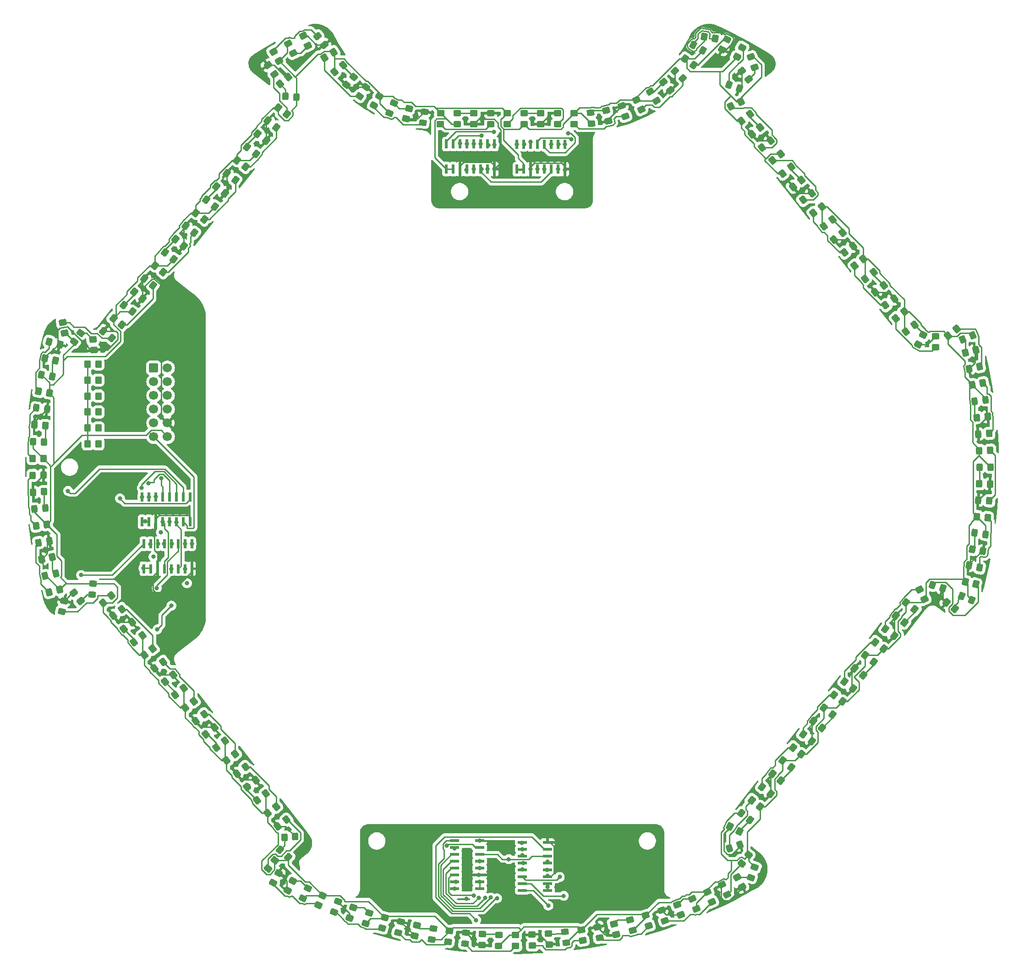
<source format=gbr>
%TF.GenerationSoftware,KiCad,Pcbnew,8.0.0-dirty*%
%TF.CreationDate,2024-04-13T23:16:21-04:00*%
%TF.ProjectId,RCJ_Open_LinePCB,52434a5f-4f70-4656-9e5f-4c696e655043,rev?*%
%TF.SameCoordinates,Original*%
%TF.FileFunction,Copper,L4,Bot*%
%TF.FilePolarity,Positive*%
%FSLAX46Y46*%
G04 Gerber Fmt 4.6, Leading zero omitted, Abs format (unit mm)*
G04 Created by KiCad (PCBNEW 8.0.0-dirty) date 2024-04-13 23:16:21*
%MOMM*%
%LPD*%
G01*
G04 APERTURE LIST*
G04 Aperture macros list*
%AMRoundRect*
0 Rectangle with rounded corners*
0 $1 Rounding radius*
0 $2 $3 $4 $5 $6 $7 $8 $9 X,Y pos of 4 corners*
0 Add a 4 corners polygon primitive as box body*
4,1,4,$2,$3,$4,$5,$6,$7,$8,$9,$2,$3,0*
0 Add four circle primitives for the rounded corners*
1,1,$1+$1,$2,$3*
1,1,$1+$1,$4,$5*
1,1,$1+$1,$6,$7*
1,1,$1+$1,$8,$9*
0 Add four rect primitives between the rounded corners*
20,1,$1+$1,$2,$3,$4,$5,0*
20,1,$1+$1,$4,$5,$6,$7,0*
20,1,$1+$1,$6,$7,$8,$9,0*
20,1,$1+$1,$8,$9,$2,$3,0*%
G04 Aperture macros list end*
%TA.AperFunction,ComponentPad*%
%ADD10RoundRect,0.250000X-0.600000X-0.600000X0.600000X-0.600000X0.600000X0.600000X-0.600000X0.600000X0*%
%TD*%
%TA.AperFunction,ComponentPad*%
%ADD11C,1.700000*%
%TD*%
%TA.AperFunction,SMDPad,CuDef*%
%ADD12RoundRect,0.250000X-0.001244X0.570086X-0.552851X0.139123X0.001244X-0.570086X0.552851X-0.139123X0*%
%TD*%
%TA.AperFunction,SMDPad,CuDef*%
%ADD13RoundRect,0.250000X-0.416310X0.367166X-0.479436X-0.279761X0.416310X-0.367166X0.479436X0.279761X0*%
%TD*%
%TA.AperFunction,SMDPad,CuDef*%
%ADD14RoundRect,0.250000X-0.363145X0.419822X-0.512706X-0.212738X0.363145X-0.419822X0.512706X0.212738X0*%
%TD*%
%TA.AperFunction,SMDPad,CuDef*%
%ADD15RoundRect,0.250000X-0.533151X-0.154515X-0.020944X-0.554695X0.533151X0.154515X0.020944X0.554695X0*%
%TD*%
%TA.AperFunction,SMDPad,CuDef*%
%ADD16RoundRect,0.250000X-0.126115X-0.540574X0.473511X-0.289677X0.126115X0.540574X-0.473511X0.289677X0*%
%TD*%
%TA.AperFunction,SMDPad,CuDef*%
%ADD17RoundRect,0.250000X0.552851X0.139123X0.001244X0.570086X-0.552851X-0.139123X-0.001244X-0.570086X0*%
%TD*%
%TA.AperFunction,SMDPad,CuDef*%
%ADD18RoundRect,0.250000X0.020944X-0.554695X0.533151X-0.154515X-0.020944X0.554695X-0.533151X0.154515X0*%
%TD*%
%TA.AperFunction,SMDPad,CuDef*%
%ADD19RoundRect,0.250000X-0.122103X0.556858X-0.569780X0.018727X0.122103X-0.556858X0.569780X-0.018727X0*%
%TD*%
%TA.AperFunction,SMDPad,CuDef*%
%ADD20RoundRect,0.250000X0.001244X-0.570086X0.552851X-0.139123X-0.001244X0.570086X-0.552851X0.139123X0*%
%TD*%
%TA.AperFunction,SMDPad,CuDef*%
%ADD21R,0.508000X1.676400*%
%TD*%
%TA.AperFunction,SMDPad,CuDef*%
%ADD22RoundRect,0.250000X-0.020944X0.554695X-0.533151X0.154515X0.020944X-0.554695X0.533151X-0.154515X0*%
%TD*%
%TA.AperFunction,SMDPad,CuDef*%
%ADD23RoundRect,0.250000X0.416929X0.388806X-0.274214X0.499807X-0.416929X-0.388806X0.274214X-0.499807X0*%
%TD*%
%TA.AperFunction,SMDPad,CuDef*%
%ADD24RoundRect,0.250000X-0.241467X0.516424X-0.559972X-0.106917X0.241467X-0.516424X0.559972X0.106917X0*%
%TD*%
%TA.AperFunction,SMDPad,CuDef*%
%ADD25RoundRect,0.250000X-0.305434X0.481363X-0.541735X-0.177547X0.305434X-0.481363X0.541735X0.177547X0*%
%TD*%
%TA.AperFunction,SMDPad,CuDef*%
%ADD26RoundRect,0.250000X-0.450000X0.325000X-0.450000X-0.325000X0.450000X-0.325000X0.450000X0.325000X0*%
%TD*%
%TA.AperFunction,SMDPad,CuDef*%
%ADD27RoundRect,0.250000X-0.389376X0.395615X-0.497974X-0.245249X0.389376X-0.395615X0.497974X0.245249X0*%
%TD*%
%TA.AperFunction,SMDPad,CuDef*%
%ADD28RoundRect,0.250000X-0.333902X-0.462071X0.365662X-0.437369X0.333902X0.462071X-0.365662X0.437369X0*%
%TD*%
%TA.AperFunction,SMDPad,CuDef*%
%ADD29RoundRect,0.250000X-0.517565X0.200627X-0.353176X-0.428242X0.517565X-0.200627X0.353176X0.428242X0*%
%TD*%
%TA.AperFunction,SMDPad,CuDef*%
%ADD30RoundRect,0.250000X-0.350000X-0.450000X0.350000X-0.450000X0.350000X0.450000X-0.350000X0.450000X0*%
%TD*%
%TA.AperFunction,SMDPad,CuDef*%
%ADD31RoundRect,0.250000X-0.484185X0.271459X-0.409921X-0.374285X0.484185X-0.271459X0.409921X0.374285X0*%
%TD*%
%TA.AperFunction,SMDPad,CuDef*%
%ADD32RoundRect,0.250000X-0.441375X0.360816X-0.458360X-0.338977X0.441375X-0.360816X0.458360X0.338977X0*%
%TD*%
%TA.AperFunction,SMDPad,CuDef*%
%ADD33RoundRect,0.250000X0.057979X0.567132X-0.535410X0.195797X-0.057979X-0.567132X0.535410X-0.195797X0*%
%TD*%
%TA.AperFunction,SMDPad,CuDef*%
%ADD34RoundRect,0.250000X-0.546229X-0.163199X0.023722X-0.569594X0.546229X0.163199X-0.023722X0.569594X0*%
%TD*%
%TA.AperFunction,SMDPad,CuDef*%
%ADD35RoundRect,0.250000X-0.315805X-0.474623X0.382283X-0.422918X0.315805X0.474623X-0.382283X0.422918X0*%
%TD*%
%TA.AperFunction,SMDPad,CuDef*%
%ADD36RoundRect,0.250000X0.431560X0.349115X-0.195728X0.519438X-0.431560X-0.349115X0.195728X-0.519438X0*%
%TD*%
%TA.AperFunction,SMDPad,CuDef*%
%ADD37RoundRect,0.250000X-0.270722X0.501707X-0.552909X-0.138895X0.270722X-0.501707X0.552909X0.138895X0*%
%TD*%
%TA.AperFunction,SMDPad,CuDef*%
%ADD38RoundRect,0.250000X0.249943X0.495635X-0.391919X0.393096X-0.249943X-0.495635X0.391919X-0.393096X0*%
%TD*%
%TA.AperFunction,SMDPad,CuDef*%
%ADD39RoundRect,0.250000X0.549597X-0.077898X0.246742X0.497236X-0.549597X0.077898X-0.246742X-0.497236X0*%
%TD*%
%TA.AperFunction,SMDPad,CuDef*%
%ADD40RoundRect,0.250000X0.256829X0.508958X-0.430079X0.374209X-0.256829X-0.508958X0.430079X-0.374209X0*%
%TD*%
%TA.AperFunction,SMDPad,CuDef*%
%ADD41RoundRect,0.250000X0.554333X0.028973X0.146780X0.535332X-0.554333X-0.028973X-0.146780X-0.535332X0*%
%TD*%
%TA.AperFunction,SMDPad,CuDef*%
%ADD42RoundRect,0.250000X-0.530427X0.163622X-0.322092X-0.452086X0.530427X-0.163622X0.322092X0.452086X0*%
%TD*%
%TA.AperFunction,SMDPad,CuDef*%
%ADD43RoundRect,0.250000X0.292088X0.489576X-0.402614X0.403611X-0.292088X-0.489576X0.402614X-0.403611X0*%
%TD*%
%TA.AperFunction,SMDPad,CuDef*%
%ADD44RoundRect,0.250000X0.533151X0.154515X0.020944X0.554695X-0.533151X-0.154515X-0.020944X-0.554695X0*%
%TD*%
%TA.AperFunction,SMDPad,CuDef*%
%ADD45RoundRect,0.250000X0.405861X0.378684X-0.231877X0.504339X-0.405861X-0.378684X0.231877X-0.504339X0*%
%TD*%
%TA.AperFunction,SMDPad,CuDef*%
%ADD46RoundRect,0.250000X-0.397277X0.387680X-0.492926X-0.255244X0.397277X-0.387680X0.492926X0.255244X0*%
%TD*%
%TA.AperFunction,SMDPad,CuDef*%
%ADD47RoundRect,0.250000X-0.452999X0.346110X-0.446968X-0.353864X0.452999X-0.346110X0.446968X0.353864X0*%
%TD*%
%TA.AperFunction,SMDPad,CuDef*%
%ADD48RoundRect,0.250000X-0.423567X-0.381564X0.265561X-0.504457X0.423567X0.381564X-0.265561X0.504457X0*%
%TD*%
%TA.AperFunction,SMDPad,CuDef*%
%ADD49RoundRect,0.250000X-0.234661X0.519552X-0.561328X-0.099551X0.234661X-0.519552X0.561328X0.099551X0*%
%TD*%
%TA.AperFunction,SMDPad,CuDef*%
%ADD50R,1.676400X0.508000*%
%TD*%
%TA.AperFunction,SMDPad,CuDef*%
%ADD51RoundRect,0.250000X0.511113X0.252515X-0.118933X0.557544X-0.511113X-0.252515X0.118933X-0.557544X0*%
%TD*%
%TA.AperFunction,SMDPad,CuDef*%
%ADD52RoundRect,0.250000X-0.513287X0.248066X-0.366781X-0.436431X0.513287X-0.248066X0.366781X0.436431X0*%
%TD*%
%TA.AperFunction,SMDPad,CuDef*%
%ADD53RoundRect,0.250000X-0.349563X-0.431197X0.299428X-0.467406X0.349563X0.431197X-0.299428X0.467406X0*%
%TD*%
%TA.AperFunction,SMDPad,CuDef*%
%ADD54RoundRect,0.250000X0.423583X-0.358752X0.473734X0.289311X-0.423583X0.358752X-0.473734X-0.289311X0*%
%TD*%
%TA.AperFunction,SMDPad,CuDef*%
%ADD55RoundRect,0.250000X0.284278X0.476771X-0.363217X0.419760X-0.284278X-0.476771X0.363217X-0.419760X0*%
%TD*%
%TA.AperFunction,SMDPad,CuDef*%
%ADD56RoundRect,0.250000X-0.554980X-0.011040X-0.164007X-0.530308X0.554980X0.011040X0.164007X0.530308X0*%
%TD*%
%TA.AperFunction,SMDPad,CuDef*%
%ADD57RoundRect,0.250000X-0.365662X-0.437369X0.333902X-0.462071X0.365662X0.437369X-0.333902X0.462071X0*%
%TD*%
%TA.AperFunction,SMDPad,CuDef*%
%ADD58RoundRect,0.250000X0.118933X0.557544X-0.511113X0.252515X-0.118933X-0.557544X0.511113X-0.252515X0*%
%TD*%
%TA.AperFunction,SMDPad,CuDef*%
%ADD59RoundRect,0.250000X0.450449X0.324378X-0.166307X0.529591X-0.450449X-0.324378X0.166307X-0.529591X0*%
%TD*%
%TA.AperFunction,SMDPad,CuDef*%
%ADD60RoundRect,0.250000X-0.531495X0.206187X-0.330672X-0.464388X0.531495X-0.206187X0.330672X0.464388X0*%
%TD*%
%TA.AperFunction,SMDPad,CuDef*%
%ADD61RoundRect,0.250000X-0.481302X0.305529X-0.414603X-0.391286X0.481302X-0.305529X0.414603X0.391286X0*%
%TD*%
%TA.AperFunction,SMDPad,CuDef*%
%ADD62RoundRect,0.250000X-0.515629X0.243161X-0.362603X-0.439908X0.515629X-0.243161X0.362603X0.439908X0*%
%TD*%
%TA.AperFunction,SMDPad,CuDef*%
%ADD63RoundRect,0.250000X-0.538910X-0.133045X-0.043136X-0.553412X0.538910X0.133045X0.043136X0.553412X0*%
%TD*%
%TA.AperFunction,SMDPad,CuDef*%
%ADD64RoundRect,0.250000X-0.082352X0.564108X-0.567022X0.059039X0.082352X-0.564108X0.567022X-0.059039X0*%
%TD*%
%TA.AperFunction,SMDPad,CuDef*%
%ADD65RoundRect,0.250000X-0.476282X0.313297X-0.420896X-0.384508X0.476282X-0.313297X0.420896X0.384508X0*%
%TD*%
%TA.AperFunction,SMDPad,CuDef*%
%ADD66RoundRect,0.250000X0.570086X0.001244X0.139123X0.552851X-0.570086X-0.001244X-0.139123X-0.552851X0*%
%TD*%
%TA.AperFunction,SMDPad,CuDef*%
%ADD67RoundRect,0.250000X0.166307X0.529591X-0.450449X0.324378X-0.166307X-0.529591X0.450449X-0.324378X0*%
%TD*%
%TA.AperFunction,SMDPad,CuDef*%
%ADD68RoundRect,0.250000X-0.263728X0.488439X-0.546587X-0.096789X0.263728X-0.488439X0.546587X0.096789X0*%
%TD*%
%TA.AperFunction,SMDPad,CuDef*%
%ADD69RoundRect,0.250000X0.317198X0.455533X-0.332706X0.444333X-0.317198X-0.455533X0.332706X-0.444333X0*%
%TD*%
%TA.AperFunction,SMDPad,CuDef*%
%ADD70RoundRect,0.250000X-0.538222X-0.135802X-0.040302X-0.553625X0.538222X0.135802X0.040302X0.553625X0*%
%TD*%
%TA.AperFunction,SMDPad,CuDef*%
%ADD71RoundRect,0.250000X0.559972X-0.106917X0.241467X0.516424X-0.559972X0.106917X-0.241467X-0.516424X0*%
%TD*%
%TA.AperFunction,SMDPad,CuDef*%
%ADD72RoundRect,0.250000X-0.552851X-0.139123X-0.001244X-0.570086X0.552851X0.139123X0.001244X0.570086X0*%
%TD*%
%TA.AperFunction,SMDPad,CuDef*%
%ADD73RoundRect,0.250000X-0.154515X0.533151X-0.554695X0.020944X0.154515X-0.533151X0.554695X-0.020944X0*%
%TD*%
%TA.AperFunction,SMDPad,CuDef*%
%ADD74RoundRect,0.250000X-0.139123X0.552851X-0.570086X0.001244X0.139123X-0.552851X0.570086X-0.001244X0*%
%TD*%
%TA.AperFunction,SMDPad,CuDef*%
%ADD75RoundRect,0.250000X-0.554544X0.024622X-0.197723X-0.518682X0.554544X-0.024622X0.197723X0.518682X0*%
%TD*%
%TA.AperFunction,SMDPad,CuDef*%
%ADD76RoundRect,0.250000X-0.558341X0.115130X-0.249025X-0.512822X0.558341X-0.115130X0.249025X0.512822X0*%
%TD*%
%TA.AperFunction,SMDPad,CuDef*%
%ADD77RoundRect,0.250000X0.564425X-0.080151X0.216620X0.527329X-0.564425X0.080151X-0.216620X-0.527329X0*%
%TD*%
%TA.AperFunction,SMDPad,CuDef*%
%ADD78RoundRect,0.250000X-0.473511X-0.289677X0.126115X-0.540574X0.473511X0.289677X-0.126115X0.540574X0*%
%TD*%
%TA.AperFunction,SMDPad,CuDef*%
%ADD79RoundRect,0.250000X-0.427459X0.377199X-0.470813X-0.321457X0.427459X-0.377199X0.470813X0.321457X0*%
%TD*%
%TA.AperFunction,SMDPad,CuDef*%
%ADD80RoundRect,0.250000X0.001244X-0.570086X0.552851X-0.139123X-0.001244X0.570086X-0.552851X0.139123X0*%
%TD*%
%TA.AperFunction,SMDPad,CuDef*%
%ADD81RoundRect,0.250000X-0.229319X-0.521932X0.449424X-0.350739X0.229319X0.521932X-0.449424X0.350739X0*%
%TD*%
%TA.AperFunction,SMDPad,CuDef*%
%ADD82RoundRect,0.250000X0.507141X-0.260399X0.377222X0.427439X-0.507141X0.260399X-0.377222X-0.427439X0*%
%TD*%
%TA.AperFunction,SMDPad,CuDef*%
%ADD83RoundRect,0.250000X0.557366X-0.119761X0.253274X0.510737X-0.557366X0.119761X-0.253274X-0.510737X0*%
%TD*%
%TA.AperFunction,SMDPad,CuDef*%
%ADD84RoundRect,0.250000X-0.300480X-0.484471X0.395599X-0.410489X0.300480X0.484471X-0.395599X0.410489X0*%
%TD*%
%TA.AperFunction,SMDPad,CuDef*%
%ADD85RoundRect,0.250000X0.034427X-0.569047X0.560013X-0.106705X-0.034427X0.569047X-0.560013X0.106705X0*%
%TD*%
%TA.AperFunction,SMDPad,CuDef*%
%ADD86RoundRect,0.250000X-0.370129X0.433595X-0.511362X-0.252009X0.370129X-0.433595X0.511362X0.252009X0*%
%TD*%
%TA.AperFunction,SMDPad,CuDef*%
%ADD87RoundRect,0.250000X-0.441170X0.336889X-0.458510X-0.312880X0.441170X-0.336889X0.458510X0.312880X0*%
%TD*%
%TA.AperFunction,SMDPad,CuDef*%
%ADD88RoundRect,0.250000X0.348538X0.432026X-0.300537X0.466693X-0.348538X-0.432026X0.300537X-0.466693X0*%
%TD*%
%TA.AperFunction,SMDPad,CuDef*%
%ADD89RoundRect,0.250000X-0.531719X0.159374X-0.318465X-0.454648X0.531719X-0.159374X0.318465X0.454648X0*%
%TD*%
%TA.AperFunction,SMDPad,CuDef*%
%ADD90RoundRect,0.250000X-0.355930X-0.425956X0.292451X-0.471802X0.355930X0.425956X-0.292451X0.471802X0*%
%TD*%
%TA.AperFunction,SMDPad,CuDef*%
%ADD91RoundRect,0.250000X-0.292451X-0.471802X0.355930X-0.425956X0.292451X0.471802X-0.355930X0.425956X0*%
%TD*%
%TA.AperFunction,SMDPad,CuDef*%
%ADD92RoundRect,0.250000X-0.497194X0.278924X-0.392727X-0.413237X0.497194X-0.278924X0.392727X0.413237X0*%
%TD*%
%TA.AperFunction,SMDPad,CuDef*%
%ADD93RoundRect,0.250000X-0.329834X0.446469X-0.527529X-0.172737X0.329834X-0.446469X0.527529X0.172737X0*%
%TD*%
%TA.AperFunction,SMDPad,CuDef*%
%ADD94RoundRect,0.250000X-0.217691X0.526888X-0.564261X-0.081298X0.217691X-0.526888X0.564261X0.081298X0*%
%TD*%
%TA.AperFunction,SMDPad,CuDef*%
%ADD95RoundRect,0.250000X-0.476660X0.284464X-0.419902X-0.363053X0.476660X-0.284464X0.419902X0.363053X0*%
%TD*%
%TA.AperFunction,SMDPad,CuDef*%
%ADD96RoundRect,0.250000X-0.228621X0.505824X-0.552052X-0.057996X0.228621X-0.505824X0.552052X0.057996X0*%
%TD*%
%TA.AperFunction,SMDPad,CuDef*%
%ADD97RoundRect,0.250000X-0.548173X0.087356X-0.255273X-0.492910X0.548173X-0.087356X0.255273X0.492910X0*%
%TD*%
%TA.AperFunction,SMDPad,CuDef*%
%ADD98RoundRect,0.250000X-0.338625X0.458621X-0.527863X-0.215314X0.338625X-0.458621X0.527863X0.215314X0*%
%TD*%
%TA.AperFunction,SMDPad,CuDef*%
%ADD99RoundRect,0.250000X-0.502126X0.236632X-0.382501X-0.402266X0.502126X-0.236632X0.382501X0.402266X0*%
%TD*%
%TA.AperFunction,SMDPad,CuDef*%
%ADD100RoundRect,0.250000X0.378141X0.406367X-0.266872X0.486728X-0.378141X-0.406367X0.266872X-0.486728X0*%
%TD*%
%TA.AperFunction,SMDPad,CuDef*%
%ADD101RoundRect,0.250000X0.255273X-0.492910X0.548173X0.087356X-0.255273X0.492910X-0.548173X-0.087356X0*%
%TD*%
%TA.AperFunction,SMDPad,CuDef*%
%ADD102RoundRect,0.250000X-0.463833X0.304933X-0.435300X-0.344440X0.463833X-0.304933X0.435300X0.344440X0*%
%TD*%
%TA.AperFunction,SMDPad,CuDef*%
%ADD103RoundRect,0.250000X-0.449424X-0.350739X0.229319X-0.521932X0.449424X0.350739X-0.229319X0.521932X0*%
%TD*%
%TA.AperFunction,SMDPad,CuDef*%
%ADD104RoundRect,0.250000X0.358071X0.443605X-0.341815X0.456249X-0.358071X-0.443605X0.341815X-0.456249X0*%
%TD*%
%TA.AperFunction,SMDPad,CuDef*%
%ADD105RoundRect,0.250000X0.220292X0.525806X-0.455401X0.342943X-0.220292X-0.525806X0.455401X-0.342943X0*%
%TD*%
%TA.AperFunction,SMDPad,CuDef*%
%ADD106RoundRect,0.250000X-0.450000X0.350000X-0.450000X-0.350000X0.450000X-0.350000X0.450000X0.350000X0*%
%TD*%
%TA.AperFunction,SMDPad,CuDef*%
%ADD107RoundRect,0.250000X-0.543751X-0.111623X-0.064994X-0.551272X0.543751X0.111623X0.064994X0.551272X0*%
%TD*%
%TA.AperFunction,SMDPad,CuDef*%
%ADD108RoundRect,0.250000X0.552851X0.139124X0.001244X0.570086X-0.552851X-0.139124X-0.001244X-0.570086X0*%
%TD*%
%TA.AperFunction,SMDPad,CuDef*%
%ADD109RoundRect,0.250000X0.031514X-0.569216X0.559459X-0.109570X-0.031514X0.569216X-0.559459X0.109570X0*%
%TD*%
%TA.AperFunction,SMDPad,CuDef*%
%ADD110RoundRect,0.250000X-0.223153X-0.508260X0.412326X-0.371634X0.223153X0.508260X-0.412326X0.371634X0*%
%TD*%
%TA.AperFunction,SMDPad,CuDef*%
%ADD111RoundRect,0.250000X0.214362X0.512029X-0.418669X0.364474X-0.214362X-0.512029X0.418669X-0.364474X0*%
%TD*%
%TA.AperFunction,SMDPad,CuDef*%
%ADD112RoundRect,0.250000X-0.499996X-0.241101X0.071675X-0.550443X0.499996X0.241101X-0.071675X0.550443X0*%
%TD*%
%TA.AperFunction,SMDPad,CuDef*%
%ADD113RoundRect,0.250000X0.443314X0.358431X-0.238278X0.517903X-0.443314X-0.358431X0.238278X-0.517903X0*%
%TD*%
%TA.AperFunction,SMDPad,CuDef*%
%ADD114RoundRect,0.250000X0.443370X0.333988X-0.177656X0.525893X-0.443370X-0.333988X0.177656X-0.525893X0*%
%TD*%
%TA.AperFunction,SMDPad,CuDef*%
%ADD115RoundRect,0.250000X0.388468X0.417244X-0.308783X0.479221X-0.388468X-0.417244X0.308783X-0.479221X0*%
%TD*%
%TA.AperFunction,SMDPad,CuDef*%
%ADD116RoundRect,0.250000X-0.031679X0.554185X-0.536043X0.144165X0.031679X-0.554185X0.536043X-0.144165X0*%
%TD*%
%TA.AperFunction,SMDPad,CuDef*%
%ADD117RoundRect,0.250000X-0.265561X-0.504457X0.423567X-0.381564X0.265561X0.504457X-0.423567X0.381564X0*%
%TD*%
%TA.AperFunction,SMDPad,CuDef*%
%ADD118RoundRect,0.250000X-0.399790X0.406409X-0.492314X-0.287449X0.399790X-0.406409X0.492314X0.287449X0*%
%TD*%
%TA.AperFunction,SMDPad,CuDef*%
%ADD119RoundRect,0.250000X-0.562960X0.089864X-0.225674X-0.523518X0.562960X-0.089864X0.225674X0.523518X0*%
%TD*%
%TA.AperFunction,SMDPad,CuDef*%
%ADD120RoundRect,0.250000X-0.166129X0.529647X-0.555020X0.008817X0.166129X-0.529647X0.555020X-0.008817X0*%
%TD*%
%TA.AperFunction,SMDPad,CuDef*%
%ADD121RoundRect,0.250000X-0.544714X0.168186X-0.297094X-0.486554X0.544714X-0.168186X0.297094X0.486554X0*%
%TD*%
%TA.AperFunction,SMDPad,CuDef*%
%ADD122RoundRect,0.250000X0.325891X0.467755X-0.373144X0.431003X-0.325891X-0.467755X0.373144X-0.431003X0*%
%TD*%
%TA.AperFunction,SMDPad,CuDef*%
%ADD123RoundRect,0.250000X-0.569549X-0.024786X-0.116173X-0.558125X0.569549X0.024786X0.116173X0.558125X0*%
%TD*%
%TA.AperFunction,SMDPad,CuDef*%
%ADD124RoundRect,0.250000X-0.258446X-0.491254X0.385087X-0.399791X0.258446X0.491254X-0.385087X0.399791X0*%
%TD*%
%TA.AperFunction,SMDPad,CuDef*%
%ADD125RoundRect,0.250000X-0.540647X0.125802X-0.289403X-0.473678X0.540647X-0.125802X0.289403X0.473678X0*%
%TD*%
%TA.AperFunction,SMDPad,CuDef*%
%ADD126RoundRect,0.250000X-0.339834X0.457726X-0.527294X-0.216706X0.339834X-0.457726X0.527294X0.216706X0*%
%TD*%
%TA.AperFunction,SMDPad,CuDef*%
%ADD127RoundRect,0.250000X-0.555220X0.129347X-0.262037X-0.506297X0.555220X-0.129347X0.262037X0.506297X0*%
%TD*%
%TA.AperFunction,SMDPad,CuDef*%
%ADD128RoundRect,0.250000X-0.385087X-0.399791X0.258446X-0.491254X0.385087X0.399791X-0.258446X0.491254X0*%
%TD*%
%TA.AperFunction,SMDPad,CuDef*%
%ADD129RoundRect,0.250000X-0.360503X0.422093X-0.514032X-0.209515X0.360503X-0.422093X0.514032X0.209515X0*%
%TD*%
%TA.AperFunction,SMDPad,CuDef*%
%ADD130RoundRect,0.250000X-0.395599X-0.410489X0.300480X-0.484471X0.395599X0.410489X-0.300480X0.484471X0*%
%TD*%
%TA.AperFunction,SMDPad,CuDef*%
%ADD131RoundRect,0.250000X0.225674X-0.523518X0.562960X0.089864X-0.225674X0.523518X-0.562960X-0.089864X0*%
%TD*%
%TA.AperFunction,SMDPad,CuDef*%
%ADD132RoundRect,0.250000X0.417469X0.388226X-0.273519X0.500187X-0.417469X-0.388226X0.273519X-0.500187X0*%
%TD*%
%TA.AperFunction,SMDPad,CuDef*%
%ADD133RoundRect,0.250000X0.535613X-0.145754X0.306760X0.462626X-0.535613X0.145754X-0.306760X-0.462626X0*%
%TD*%
%TA.AperFunction,SMDPad,CuDef*%
%ADD134RoundRect,0.250000X-0.412326X-0.371634X0.223153X-0.508260X0.412326X0.371634X-0.223153X0.508260X0*%
%TD*%
%TA.AperFunction,SMDPad,CuDef*%
%ADD135RoundRect,0.250000X0.306760X-0.462626X0.535613X0.145754X-0.306760X0.462626X-0.535613X-0.145754X0*%
%TD*%
%TA.AperFunction,SMDPad,CuDef*%
%ADD136RoundRect,0.250000X-0.297522X0.468621X-0.538399X-0.135099X0.297522X-0.468621X0.538399X0.135099X0*%
%TD*%
%TA.AperFunction,SMDPad,CuDef*%
%ADD137RoundRect,0.250000X-0.325000X-0.450000X0.325000X-0.450000X0.325000X0.450000X-0.325000X0.450000X0*%
%TD*%
%TA.AperFunction,SMDPad,CuDef*%
%ADD138RoundRect,0.250000X-0.290509X0.473001X-0.540351X-0.127065X0.290509X-0.473001X0.540351X0.127065X0*%
%TD*%
%TA.AperFunction,ViaPad*%
%ADD139C,0.800000*%
%TD*%
%TA.AperFunction,Conductor*%
%ADD140C,0.250000*%
%TD*%
G04 APERTURE END LIST*
D10*
%TO.P,J1,1,Pin_1*%
%TO.N,CS3*%
X36565000Y-76360000D03*
D11*
%TO.P,J1,2,Pin_2*%
%TO.N,CS2*%
X39105000Y-76360000D03*
%TO.P,J1,3,Pin_3*%
%TO.N,MOSI*%
X36565000Y-78900000D03*
%TO.P,J1,4,Pin_4*%
%TO.N,MISO*%
X39105000Y-78900000D03*
%TO.P,J1,5,Pin_5*%
%TO.N,SCK1*%
X36565000Y-81440000D03*
%TO.P,J1,6,Pin_6*%
%TO.N,CS1*%
X39105000Y-81440000D03*
%TO.P,J1,7,Pin_7*%
%TO.N,CS4*%
X36565000Y-83980000D03*
%TO.P,J1,8,Pin_8*%
%TO.N,CS5*%
X39105000Y-83980000D03*
%TO.P,J1,9,Pin_9*%
%TO.N,5V*%
X36565000Y-86520000D03*
%TO.P,J1,10,Pin_10*%
%TO.N,GND*%
X39105000Y-86520000D03*
%TO.P,J1,11,Pin_11*%
%TO.N,CS6*%
X36565000Y-89060000D03*
%TO.P,J1,12,Pin_12*%
%TO.N,3.3V*%
X39105000Y-89060000D03*
%TD*%
D12*
%TO.P,R66,1*%
%TO.N,3.3V*%
X175277236Y-65956997D03*
%TO.P,R66,2*%
%TO.N,Net-(D77-A)*%
X173701214Y-67188319D03*
%TD*%
%TO.P,R67,1*%
%TO.N,3.3V*%
X167671743Y-56222411D03*
%TO.P,R67,2*%
%TO.N,Net-(D80-A)*%
X166095721Y-57453733D03*
%TD*%
D13*
%TO.P,D51,1,K*%
%TO.N,GND*%
X94277289Y-180746232D03*
%TO.P,D51,2,A*%
%TO.N,Net-(D51-A)*%
X94078199Y-182786542D03*
%TD*%
D14*
%TO.P,D26,1,K*%
%TO.N,GND*%
X20032330Y-119406018D03*
%TO.P,D26,2,A*%
%TO.N,Net-(D26-A)*%
X19560638Y-121401014D03*
%TD*%
D15*
%TO.P,D66,1,K*%
%TO.N,Ch40*%
X53843566Y-35492344D03*
%TO.P,D66,2,A*%
%TO.N,3.3V*%
X55458988Y-36754450D03*
%TD*%
D16*
%TO.P,D36,1,K*%
%TO.N,Ch24*%
X186040000Y-71080000D03*
%TO.P,D36,2,A*%
%TO.N,3.3V*%
X187931126Y-70288710D03*
%TD*%
D17*
%TO.P,R43,1*%
%TO.N,3.3V*%
X171474490Y-128270296D03*
%TO.P,R43,2*%
%TO.N,Net-(D59-A)*%
X169898468Y-127038974D03*
%TD*%
%TO.P,R63,1*%
%TO.N,Ch18*%
X167671743Y-133137589D03*
%TO.P,R63,2*%
%TO.N,GND*%
X166095721Y-131906267D03*
%TD*%
D12*
%TO.P,R58,1*%
%TO.N,Ch28*%
X156263505Y-41620531D03*
%TO.P,R58,2*%
%TO.N,GND*%
X154687483Y-42851853D03*
%TD*%
D18*
%TO.P,D1,1,K*%
%TO.N,Ch2*%
X32883650Y-127040186D03*
%TO.P,D1,2,A*%
%TO.N,3.3V*%
X34499072Y-125778080D03*
%TD*%
D19*
%TO.P,R15,1*%
%TO.N,3.3V*%
X58960245Y-167313314D03*
%TO.P,R15,2*%
%TO.N,Net-(D31-A)*%
X57681167Y-168850832D03*
%TD*%
D20*
%TO.P,R13,1*%
%TO.N,3.3V*%
X50015707Y-148927613D03*
%TO.P,R13,2*%
%TO.N,Net-(D29-A)*%
X51591729Y-147696291D03*
%TD*%
D21*
%TO.P,U4,1,CH0*%
%TO.N,Ch25*%
X103690000Y-34997200D03*
%TO.P,U4,2,CH1*%
%TO.N,Ch26*%
X104960000Y-34997200D03*
%TO.P,U4,3,CH2*%
%TO.N,Ch27*%
X106230000Y-34997200D03*
%TO.P,U4,4,CH3*%
%TO.N,Ch28*%
X107500000Y-34997200D03*
%TO.P,U4,5,CH4*%
%TO.N,Ch29*%
X108770000Y-34997200D03*
%TO.P,U4,6,CH5*%
%TO.N,Ch30*%
X110040000Y-34997200D03*
%TO.P,U4,7,CH6*%
%TO.N,Ch31*%
X111310000Y-34997200D03*
%TO.P,U4,8,CH7*%
%TO.N,Ch32*%
X112580000Y-34997200D03*
%TO.P,U4,9,DGND*%
%TO.N,GND*%
X112580000Y-39620000D03*
%TO.P,U4,10,~{CS}/SHDN*%
%TO.N,CS4*%
X111310000Y-39620000D03*
%TO.P,U4,11,Din*%
%TO.N,MOSI*%
X110040000Y-39620000D03*
%TO.P,U4,12,Dout*%
%TO.N,MISO*%
X108770000Y-39620000D03*
%TO.P,U4,13,CLK*%
%TO.N,SCK1*%
X107500000Y-39620000D03*
%TO.P,U4,14,AGND*%
%TO.N,GND*%
X106230000Y-39620000D03*
%TO.P,U4,15,Vref*%
%TO.N,3.3V*%
X104960000Y-39620000D03*
%TO.P,U4,16,Vdd*%
X103690000Y-39620000D03*
%TD*%
D22*
%TO.P,D41,1,K*%
%TO.N,Ch26*%
X169592816Y-58640666D03*
%TO.P,D41,2,A*%
%TO.N,3.3V*%
X167977394Y-59902772D03*
%TD*%
D23*
%TO.P,R6,1*%
%TO.N,3.3V*%
X17269925Y-80963458D03*
%TO.P,R6,2*%
%TO.N,Net-(D22-A)*%
X15295231Y-80646312D03*
%TD*%
D22*
%TO.P,D43,1,K*%
%TO.N,Ch29*%
X146776339Y-29436906D03*
%TO.P,D43,2,A*%
%TO.N,3.3V*%
X145160917Y-30699012D03*
%TD*%
D24*
%TO.P,R56,1*%
%TO.N,Ch25*%
X178780000Y-70270000D03*
%TO.P,R56,2*%
%TO.N,GND*%
X177869984Y-72050974D03*
%TD*%
D25*
%TO.P,R23,1*%
%TO.N,Ch8*%
X73475390Y-176102390D03*
%TO.P,R23,2*%
%TO.N,GND*%
X72800244Y-177984988D03*
%TD*%
D26*
%TO.P,D77,1,K*%
%TO.N,GND*%
X181070000Y-70475000D03*
%TO.P,D77,2,A*%
%TO.N,Net-(D77-A)*%
X181070000Y-72525000D03*
%TD*%
D27*
%TO.P,D15,1,K*%
%TO.N,Ch9*%
X88227776Y-179939544D03*
%TO.P,D15,2,A*%
%TO.N,3.3V*%
X87885274Y-181960730D03*
%TD*%
D28*
%TO.P,R47,1*%
%TO.N,3.3V*%
X189121593Y-91627587D03*
%TO.P,R47,2*%
%TO.N,Net-(D63-A)*%
X191120347Y-91557011D03*
%TD*%
D29*
%TO.P,D17,1,K*%
%TO.N,Ch12*%
X124545553Y-178343761D03*
%TO.P,D17,2,A*%
%TO.N,3.3V*%
X125064011Y-180327117D03*
%TD*%
D30*
%TO.P,R97,1*%
%TO.N,3.3V*%
X24350000Y-75650000D03*
%TO.P,R97,2*%
%TO.N,CS1*%
X26350000Y-75650000D03*
%TD*%
D31*
%TO.P,D12,1,K*%
%TO.N,Ch11*%
X112555394Y-180588746D03*
%TO.P,D12,2,A*%
%TO.N,3.3V*%
X112789610Y-182625322D03*
%TD*%
D30*
%TO.P,R98,1*%
%TO.N,3.3V*%
X24350000Y-78600000D03*
%TO.P,R98,2*%
%TO.N,CS2*%
X26350000Y-78600000D03*
%TD*%
D32*
%TO.P,R76,1*%
%TO.N,3.3V*%
X89592536Y-29250948D03*
%TO.P,R76,2*%
%TO.N,Net-(D92-A)*%
X89544004Y-31250360D03*
%TD*%
D33*
%TO.P,R78,1*%
%TO.N,3.3V*%
X69811258Y-17978737D03*
%TO.P,R78,2*%
%TO.N,Net-(D94-A)*%
X68115862Y-19039695D03*
%TD*%
D34*
%TO.P,R72,1*%
%TO.N,3.3V*%
X134735302Y-19181928D03*
%TO.P,R72,2*%
%TO.N,Net-(D88-A)*%
X136363732Y-20343056D03*
%TD*%
D35*
%TO.P,R21,1*%
%TO.N,Ch6*%
X60702732Y-163073865D03*
%TO.P,R21,2*%
%TO.N,GND*%
X62697268Y-162926135D03*
%TD*%
D36*
%TO.P,D22,1,K*%
%TO.N,GND*%
X19222059Y-72020468D03*
%TO.P,D22,2,A*%
%TO.N,Net-(D22-A)*%
X17243689Y-71483294D03*
%TD*%
D15*
%TO.P,D82,1,K*%
%TO.N,Ch42*%
X38632582Y-54961517D03*
%TO.P,D82,2,A*%
%TO.N,3.3V*%
X40248004Y-56223623D03*
%TD*%
D37*
%TO.P,R16,1*%
%TO.N,3.3V*%
X67805224Y-173840067D03*
%TO.P,R16,2*%
%TO.N,Net-(D32-A)*%
X66998976Y-175670357D03*
%TD*%
D38*
%TO.P,D25,1,K*%
%TO.N,GND*%
X17283231Y-108321548D03*
%TO.P,D25,2,A*%
%TO.N,Net-(D25-A)*%
X15258899Y-108644938D03*
%TD*%
D20*
%TO.P,R19,1*%
%TO.N,Ch4*%
X46212961Y-144060320D03*
%TO.P,R19,2*%
%TO.N,GND*%
X47788983Y-142828998D03*
%TD*%
D39*
%TO.P,D67,1,K*%
%TO.N,Ch38*%
X62384048Y-18165117D03*
%TO.P,D67,2,A*%
%TO.N,3.3V*%
X61428888Y-16351235D03*
%TD*%
D40*
%TO.P,R90,1*%
%TO.N,Ch48*%
X17793265Y-111331187D03*
%TO.P,R90,2*%
%TO.N,GND*%
X15830671Y-111716185D03*
%TD*%
D41*
%TO.P,D95,1,K*%
%TO.N,GND*%
X68097569Y-16615982D03*
%TO.P,D95,2,A*%
%TO.N,Net-(D95-A)*%
X66812207Y-15019002D03*
%TD*%
D18*
%TO.P,D30,1,K*%
%TO.N,GND*%
X51897381Y-151376652D03*
%TO.P,D30,2,A*%
%TO.N,Net-(D30-A)*%
X53512803Y-150114546D03*
%TD*%
D42*
%TO.P,D54,1,K*%
%TO.N,GND*%
X130392062Y-176592855D03*
%TO.P,D54,2,A*%
%TO.N,Net-(D54-A)*%
X131049122Y-178534703D03*
%TD*%
D43*
%TO.P,R8,1*%
%TO.N,3.3V*%
X16830221Y-105302800D03*
%TO.P,R8,2*%
%TO.N,Net-(D24-A)*%
X14845359Y-105548414D03*
%TD*%
D15*
%TO.P,D83,1,K*%
%TO.N,Ch41*%
X46238074Y-45226930D03*
%TO.P,D83,2,A*%
%TO.N,3.3V*%
X47853496Y-46489036D03*
%TD*%
D21*
%TO.P,U1,1,CH0*%
%TO.N,Ch1*%
X34715000Y-108838600D03*
%TO.P,U1,2,CH1*%
%TO.N,Ch2*%
X35985000Y-108838600D03*
%TO.P,U1,3,CH2*%
%TO.N,Ch3*%
X37255000Y-108838600D03*
%TO.P,U1,4,CH3*%
%TO.N,Ch4*%
X38525000Y-108838600D03*
%TO.P,U1,5,CH4*%
%TO.N,Ch5*%
X39795000Y-108838600D03*
%TO.P,U1,6,CH5*%
%TO.N,Ch6*%
X41065000Y-108838600D03*
%TO.P,U1,7,CH6*%
%TO.N,Ch7*%
X42335000Y-108838600D03*
%TO.P,U1,8,CH7*%
%TO.N,Ch8*%
X43605000Y-108838600D03*
%TO.P,U1,9,DGND*%
%TO.N,GND*%
X43605000Y-113461400D03*
%TO.P,U1,10,~{CS}/SHDN*%
%TO.N,CS1*%
X42335000Y-113461400D03*
%TO.P,U1,11,Din*%
%TO.N,MOSI*%
X41065000Y-113461400D03*
%TO.P,U1,12,Dout*%
%TO.N,MISO*%
X39795000Y-113461400D03*
%TO.P,U1,13,CLK*%
%TO.N,SCK1*%
X38525000Y-113461400D03*
%TO.P,U1,14,AGND*%
%TO.N,GND*%
X37255000Y-113461400D03*
%TO.P,U1,15,Vref*%
%TO.N,3.3V*%
X35985000Y-113461400D03*
%TO.P,U1,16,Vdd*%
X34715000Y-113461400D03*
%TD*%
D44*
%TO.P,D58,1,K*%
%TO.N,GND*%
X158184578Y-145321214D03*
%TO.P,D58,2,A*%
%TO.N,Net-(D58-A)*%
X156569156Y-144059108D03*
%TD*%
D45*
%TO.P,D78,1,K*%
%TO.N,Ch45*%
X17831675Y-77963041D03*
%TO.P,D78,2,A*%
%TO.N,3.3V*%
X15820345Y-77566745D03*
%TD*%
D46*
%TO.P,D93,1,K*%
%TO.N,GND*%
X86644119Y-28971777D03*
%TO.P,D93,2,A*%
%TO.N,Net-(D93-A)*%
X86342457Y-30999461D03*
%TD*%
D12*
%TO.P,R69,1*%
%TO.N,3.3V*%
X152460759Y-36753238D03*
%TO.P,R69,2*%
%TO.N,Net-(D85-A)*%
X150884737Y-37984560D03*
%TD*%
D47*
%TO.P,R35,1*%
%TO.N,3.3V*%
X103420729Y-181176789D03*
%TO.P,R35,2*%
%TO.N,Net-(D51-A)*%
X103437961Y-183176715D03*
%TD*%
D22*
%TO.P,D86,1,K*%
%TO.N,GND*%
X150579085Y-34304200D03*
%TO.P,D86,2,A*%
%TO.N,Net-(D86-A)*%
X148963663Y-35566306D03*
%TD*%
D48*
%TO.P,R61,1*%
%TO.N,Ch21*%
X187831980Y-109866119D03*
%TO.P,R61,2*%
%TO.N,GND*%
X189800916Y-110217243D03*
%TD*%
D20*
%TO.P,R14,1*%
%TO.N,3.3V*%
X57621200Y-158662199D03*
%TO.P,R14,2*%
%TO.N,Net-(D30-A)*%
X59197222Y-157430877D03*
%TD*%
D49*
%TO.P,R22,1*%
%TO.N,Ch7*%
X62308745Y-171183450D03*
%TO.P,R22,2*%
%TO.N,GND*%
X61375411Y-172952316D03*
%TD*%
D50*
%TO.P,U3,1,CH0*%
%TO.N,Ch17*%
X104710000Y-172920000D03*
%TO.P,U3,2,CH1*%
%TO.N,Ch18*%
X104710000Y-171650000D03*
%TO.P,U3,3,CH2*%
%TO.N,Ch19*%
X104710000Y-170380000D03*
%TO.P,U3,4,CH3*%
%TO.N,Ch20*%
X104710000Y-169110000D03*
%TO.P,U3,5,CH4*%
%TO.N,Ch21*%
X104710000Y-167840000D03*
%TO.P,U3,6,CH5*%
%TO.N,Ch22*%
X104710000Y-166570000D03*
%TO.P,U3,7,CH6*%
%TO.N,Ch23*%
X104710000Y-165300000D03*
%TO.P,U3,8,CH7*%
%TO.N,Ch24*%
X104710000Y-164030000D03*
%TO.P,U3,9,DGND*%
%TO.N,GND*%
X109332800Y-164030000D03*
%TO.P,U3,10,~{CS}/SHDN*%
%TO.N,CS3*%
X109332800Y-165300000D03*
%TO.P,U3,11,Din*%
%TO.N,MOSI*%
X109332800Y-166570000D03*
%TO.P,U3,12,Dout*%
%TO.N,MISO*%
X109332800Y-167840000D03*
%TO.P,U3,13,CLK*%
%TO.N,SCK1*%
X109332800Y-169110000D03*
%TO.P,U3,14,AGND*%
%TO.N,GND*%
X109332800Y-170380000D03*
%TO.P,U3,15,Vref*%
%TO.N,3.3V*%
X109332800Y-171650000D03*
%TO.P,U3,16,Vdd*%
X109332800Y-172920000D03*
%TD*%
D51*
%TO.P,R25,1*%
%TO.N,Ch15*%
X144820065Y-161995755D03*
%TO.P,R25,2*%
%TO.N,GND*%
X143019935Y-161124245D03*
%TD*%
D20*
%TO.P,R20,1*%
%TO.N,Ch5*%
X53818454Y-153794906D03*
%TO.P,R20,2*%
%TO.N,GND*%
X55394476Y-152563584D03*
%TD*%
D52*
%TO.P,R87,1*%
%TO.N,Ch33*%
X120203326Y-28725980D03*
%TO.P,R87,2*%
%TO.N,GND*%
X120621914Y-30681686D03*
%TD*%
D53*
%TO.P,D65,1,K*%
%TO.N,Ch39*%
X60909363Y-26145672D03*
%TO.P,D65,2,A*%
%TO.N,3.3V*%
X62956179Y-26259870D03*
%TD*%
D54*
%TO.P,D8,1,K*%
%TO.N,Ch1*%
X25220000Y-118240000D03*
%TO.P,D8,2,A*%
%TO.N,3.3V*%
X25378170Y-116196112D03*
%TD*%
D55*
%TO.P,D70,1,K*%
%TO.N,Ch47*%
X16533733Y-102264684D03*
%TO.P,D70,2,A*%
%TO.N,3.3V*%
X14491633Y-102444488D03*
%TD*%
D56*
%TO.P,D96,1,K*%
%TO.N,GND*%
X57658995Y-20402017D03*
%TO.P,D96,2,A*%
%TO.N,Net-(D96-A)*%
X58892065Y-22039711D03*
%TD*%
D57*
%TO.P,R55,1*%
%TO.N,Ch22*%
X189121593Y-97732413D03*
%TO.P,R55,2*%
%TO.N,GND*%
X191120347Y-97802989D03*
%TD*%
D58*
%TO.P,R70,1*%
%TO.N,3.3V*%
X145042040Y-27148263D03*
%TO.P,R70,2*%
%TO.N,Net-(D86-A)*%
X143241910Y-28019773D03*
%TD*%
D59*
%TO.P,D87,1,K*%
%TO.N,GND*%
X144782576Y-24663606D03*
%TO.P,D87,2,A*%
%TO.N,Net-(D87-A)*%
X142837424Y-24016394D03*
%TD*%
D60*
%TO.P,R37,1*%
%TO.N,3.3V*%
X127491432Y-177543851D03*
%TO.P,R37,2*%
%TO.N,Net-(D53-A)*%
X128065212Y-179459779D03*
%TD*%
D61*
%TO.P,R94,1*%
%TO.N,Ch44*%
X25314714Y-71074550D03*
%TO.P,R94,2*%
%TO.N,GND*%
X25505286Y-73065450D03*
%TD*%
D62*
%TO.P,R32,1*%
%TO.N,Ch12*%
X121585070Y-179087801D03*
%TO.P,R32,2*%
%TO.N,GND*%
X122022286Y-181039427D03*
%TD*%
D63*
%TO.P,D21,1,K*%
%TO.N,GND*%
X27247755Y-69529556D03*
%TO.P,D21,2,A*%
%TO.N,Net-(D21-A)*%
X28811351Y-70855326D03*
%TD*%
D64*
%TO.P,R85,1*%
%TO.N,Ch37*%
X73542322Y-22568293D03*
%TO.P,R85,2*%
%TO.N,GND*%
X72157550Y-24011347D03*
%TD*%
D15*
%TO.P,D79,1,K*%
%TO.N,Ch43*%
X31027089Y-64696103D03*
%TO.P,D79,2,A*%
%TO.N,3.3V*%
X32642511Y-65958209D03*
%TD*%
D12*
%TO.P,R59,1*%
%TO.N,Ch29*%
X148658012Y-31885945D03*
%TO.P,R59,2*%
%TO.N,GND*%
X147081990Y-33117267D03*
%TD*%
D65*
%TO.P,R28,1*%
%TO.N,Ch11*%
X109519670Y-180908805D03*
%TO.P,R28,2*%
%TO.N,GND*%
X109677918Y-182902535D03*
%TD*%
D66*
%TO.P,R24,1*%
%TO.N,Ch1*%
X23031983Y-119468271D03*
%TO.P,R24,2*%
%TO.N,GND*%
X21800661Y-117892249D03*
%TD*%
D67*
%TO.P,D56,1,K*%
%TO.N,GND*%
X144919394Y-164458250D03*
%TO.P,D56,2,A*%
%TO.N,Net-(D56-A)*%
X142974242Y-165105462D03*
%TD*%
D68*
%TO.P,D6,1,K*%
%TO.N,Ch7*%
X65044420Y-172537754D03*
%TO.P,D6,2,A*%
%TO.N,3.3V*%
X64152328Y-174383472D03*
%TD*%
D69*
%TO.P,D24,1,K*%
%TO.N,GND*%
X16213304Y-96170040D03*
%TO.P,D24,2,A*%
%TO.N,Net-(D24-A)*%
X14163608Y-96205364D03*
%TD*%
D18*
%TO.P,D31,1,K*%
%TO.N,GND*%
X59502873Y-161111238D03*
%TO.P,D31,2,A*%
%TO.N,Net-(D31-A)*%
X61118295Y-159849132D03*
%TD*%
D70*
%TO.P,D5,1,K*%
%TO.N,Ch6*%
X59887638Y-165431343D03*
%TO.P,D5,2,A*%
%TO.N,3.3V*%
X61458000Y-166749091D03*
%TD*%
D44*
%TO.P,D9,1,K*%
%TO.N,Ch15*%
X146776339Y-159923094D03*
%TO.P,D9,2,A*%
%TO.N,3.3V*%
X145160917Y-158660988D03*
%TD*%
D17*
%TO.P,R60,1*%
%TO.N,Ch19*%
X175277236Y-123403003D03*
%TO.P,R60,2*%
%TO.N,GND*%
X173701214Y-122171681D03*
%TD*%
D15*
%TO.P,D18,1,K*%
%TO.N,GND*%
X50040820Y-40359637D03*
%TO.P,D18,2,A*%
%TO.N,Net-(D18-A)*%
X51656242Y-41621743D03*
%TD*%
D71*
%TO.P,R44,1*%
%TO.N,3.3V*%
X179007271Y-119082970D03*
%TO.P,R44,2*%
%TO.N,Net-(D60-A)*%
X178097255Y-117301996D03*
%TD*%
D17*
%TO.P,R42,1*%
%TO.N,3.3V*%
X163868997Y-138004882D03*
%TO.P,R42,2*%
%TO.N,Net-(D58-A)*%
X162292975Y-136773560D03*
%TD*%
D72*
%TO.P,R82,1*%
%TO.N,Ch40*%
X55764640Y-33074089D03*
%TO.P,R82,2*%
%TO.N,GND*%
X57340662Y-34305411D03*
%TD*%
D26*
%TO.P,D68,1,K*%
%TO.N,Ch35*%
X92656552Y-29233022D03*
%TO.P,D68,2,A*%
%TO.N,3.3V*%
X92656552Y-31283022D03*
%TD*%
D73*
%TO.P,D81,1,K*%
%TO.N,Ch44*%
X23104733Y-69916842D03*
%TO.P,D81,2,A*%
%TO.N,3.3V*%
X21842627Y-71532264D03*
%TD*%
D74*
%TO.P,R39,1*%
%TO.N,3.3V*%
X146480657Y-166340404D03*
%TO.P,R39,2*%
%TO.N,Net-(D55-A)*%
X145249335Y-167916426D03*
%TD*%
D18*
%TO.P,D2,1,K*%
%TO.N,Ch3*%
X40489142Y-136774772D03*
%TO.P,D2,2,A*%
%TO.N,3.3V*%
X42104564Y-135512666D03*
%TD*%
D20*
%TO.P,R11,1*%
%TO.N,3.3V*%
X34804723Y-129458440D03*
%TO.P,R11,2*%
%TO.N,Net-(D27-A)*%
X36380745Y-128227118D03*
%TD*%
D75*
%TO.P,D35,1,K*%
%TO.N,Ch32*%
X128349271Y-25293796D03*
%TO.P,D35,2,A*%
%TO.N,3.3V*%
X129474631Y-27007292D03*
%TD*%
D76*
%TO.P,R73,1*%
%TO.N,3.3V*%
X125790736Y-26785435D03*
%TO.P,R73,2*%
%TO.N,Net-(D89-A)*%
X126674496Y-28579583D03*
%TD*%
D17*
%TO.P,R40,1*%
%TO.N,3.3V*%
X148658012Y-157474055D03*
%TO.P,R40,2*%
%TO.N,Net-(D56-A)*%
X147081990Y-156242733D03*
%TD*%
D44*
%TO.P,D59,1,K*%
%TO.N,GND*%
X165790070Y-135586628D03*
%TO.P,D59,2,A*%
%TO.N,Net-(D59-A)*%
X164174648Y-134324522D03*
%TD*%
%TO.P,D44,1,K*%
%TO.N,Ch19*%
X177198309Y-120984748D03*
%TO.P,D44,2,A*%
%TO.N,3.3V*%
X175582887Y-119722642D03*
%TD*%
D77*
%TO.P,R79,1*%
%TO.N,3.3V*%
X59696663Y-19612880D03*
%TO.P,R79,2*%
%TO.N,Net-(D95-A)*%
X58702933Y-17877224D03*
%TD*%
D44*
%TO.P,D47,1,K*%
%TO.N,Ch18*%
X169592816Y-130719334D03*
%TO.P,D47,2,A*%
%TO.N,3.3V*%
X167977394Y-129457228D03*
%TD*%
D78*
%TO.P,D48,1,K*%
%TO.N,Ch20*%
X185848480Y-118488398D03*
%TO.P,D48,2,A*%
%TO.N,3.3V*%
X187739606Y-119279688D03*
%TD*%
D79*
%TO.P,R31,1*%
%TO.N,Ch10*%
X97318076Y-181013935D03*
%TO.P,R31,2*%
%TO.N,GND*%
X97194206Y-183010095D03*
%TD*%
D15*
%TO.P,D19,1,K*%
%TO.N,GND*%
X42435328Y-50094224D03*
%TO.P,D19,2,A*%
%TO.N,Net-(D19-A)*%
X44050750Y-51356330D03*
%TD*%
D80*
%TO.P,R65,1*%
%TO.N,3.3V*%
X183334743Y-70367121D03*
%TO.P,R65,2*%
%TO.N,Net-(D75-A)*%
X184910765Y-69135799D03*
%TD*%
D81*
%TO.P,R52,1*%
%TO.N,Ch24*%
X186548790Y-73525437D03*
%TO.P,R52,2*%
%TO.N,GND*%
X188488058Y-73036315D03*
%TD*%
D44*
%TO.P,D60,1,K*%
%TO.N,GND*%
X173395563Y-125852041D03*
%TO.P,D60,2,A*%
%TO.N,Net-(D60-A)*%
X171780141Y-124589935D03*
%TD*%
D82*
%TO.P,R5,1*%
%TO.N,3.3V*%
X20095600Y-69932625D03*
%TO.P,R5,2*%
%TO.N,Net-(D21-A)*%
X19724400Y-67967375D03*
%TD*%
D83*
%TO.P,R83,1*%
%TO.N,Ch38*%
X65098340Y-16768451D03*
%TO.P,R83,2*%
%TO.N,GND*%
X64229504Y-14967027D03*
%TD*%
D84*
%TO.P,R50,1*%
%TO.N,Ch23*%
X188691007Y-85537966D03*
%TO.P,R50,2*%
%TO.N,GND*%
X190679805Y-85326590D03*
%TD*%
D85*
%TO.P,R10,1*%
%TO.N,3.3V*%
X27231141Y-119772962D03*
%TO.P,R10,2*%
%TO.N,Net-(D26-A)*%
X28732813Y-118451984D03*
%TD*%
D86*
%TO.P,R30,1*%
%TO.N,Ch9*%
X85223091Y-179401098D03*
%TO.P,R30,2*%
%TO.N,GND*%
X84819567Y-181359968D03*
%TD*%
D87*
%TO.P,D16,1,K*%
%TO.N,Ch10*%
X100368633Y-181124226D03*
%TO.P,D16,2,A*%
%TO.N,3.3V*%
X100313947Y-183173496D03*
%TD*%
D88*
%TO.P,D76,1,K*%
%TO.N,Ch46*%
X16323541Y-90067975D03*
%TO.P,D76,2,A*%
%TO.N,3.3V*%
X14276459Y-89958641D03*
%TD*%
D89*
%TO.P,D90,1,K*%
%TO.N,GND*%
X123048780Y-27904711D03*
%TO.P,D90,2,A*%
%TO.N,Net-(D90-A)*%
X123721350Y-29841241D03*
%TD*%
D90*
%TO.P,D63,1,K*%
%TO.N,GND*%
X188935101Y-100779260D03*
%TO.P,D63,2,A*%
%TO.N,Net-(D63-A)*%
X190979995Y-100923850D03*
%TD*%
D91*
%TO.P,D64,1,K*%
%TO.N,GND*%
X188935101Y-88580740D03*
%TO.P,D64,2,A*%
%TO.N,Net-(D64-A)*%
X190979995Y-88436150D03*
%TD*%
D26*
%TO.P,D72,1,K*%
%TO.N,Ch34*%
X105009919Y-29233022D03*
%TO.P,D72,2,A*%
%TO.N,3.3V*%
X105009919Y-31283022D03*
%TD*%
D92*
%TO.P,R36,1*%
%TO.N,3.3V*%
X115584519Y-180211318D03*
%TO.P,R36,2*%
%TO.N,Net-(D52-A)*%
X115882995Y-182188920D03*
%TD*%
D93*
%TO.P,D7,1,K*%
%TO.N,Ch8*%
X76374414Y-177058276D03*
%TO.P,D7,2,A*%
%TO.N,3.3V*%
X75750914Y-179011158D03*
%TD*%
D12*
%TO.P,R68,1*%
%TO.N,3.3V*%
X160066251Y-46487825D03*
%TO.P,R68,2*%
%TO.N,Net-(D84-A)*%
X158490229Y-47719147D03*
%TD*%
D94*
%TO.P,R77,1*%
%TO.N,3.3V*%
X78281714Y-26107081D03*
%TO.P,R77,2*%
%TO.N,Net-(D93-A)*%
X77291514Y-27844753D03*
%TD*%
D95*
%TO.P,D71,1,K*%
%TO.N,Ch33*%
X117270996Y-29141355D03*
%TO.P,D71,2,A*%
%TO.N,3.3V*%
X117450004Y-31183525D03*
%TD*%
D96*
%TO.P,D32,1,K*%
%TO.N,GND*%
X59646671Y-169689656D03*
%TO.P,D32,2,A*%
%TO.N,Net-(D32-A)*%
X58626619Y-171467856D03*
%TD*%
D97*
%TO.P,D55,1,K*%
%TO.N,GND*%
X141642484Y-171877780D03*
%TO.P,D55,2,A*%
%TO.N,Net-(D55-A)*%
X142566246Y-173707852D03*
%TD*%
D72*
%TO.P,R95,1*%
%TO.N,Ch42*%
X40553655Y-52543262D03*
%TO.P,R95,2*%
%TO.N,GND*%
X42129677Y-53774584D03*
%TD*%
D98*
%TO.P,R33,1*%
%TO.N,3.3V*%
X79291002Y-177959150D03*
%TO.P,R33,2*%
%TO.N,Net-(D49-A)*%
X78750320Y-179884680D03*
%TD*%
D30*
%TO.P,R99,1*%
%TO.N,3.3V*%
X24350000Y-81550000D03*
%TO.P,R99,2*%
%TO.N,CS3*%
X26350000Y-81550000D03*
%TD*%
D22*
%TO.P,D84,1,K*%
%TO.N,GND*%
X165790070Y-53773372D03*
%TO.P,D84,2,A*%
%TO.N,Net-(D84-A)*%
X164174648Y-55035478D03*
%TD*%
D30*
%TO.P,R101,1*%
%TO.N,3.3V*%
X24350000Y-87450000D03*
%TO.P,R101,2*%
%TO.N,CS5*%
X26350000Y-87450000D03*
%TD*%
D22*
%TO.P,D37,1,K*%
%TO.N,Ch27*%
X161987324Y-48906079D03*
%TO.P,D37,2,A*%
%TO.N,3.3V*%
X160371902Y-50168185D03*
%TD*%
D99*
%TO.P,D53,1,K*%
%TO.N,GND*%
X118590109Y-179677940D03*
%TO.P,D53,2,A*%
%TO.N,Net-(D53-A)*%
X118967385Y-181692924D03*
%TD*%
D100*
%TO.P,D23,1,K*%
%TO.N,GND*%
X16863895Y-83988882D03*
%TO.P,D23,2,A*%
%TO.N,Net-(D23-A)*%
X14829623Y-83735436D03*
%TD*%
D15*
%TO.P,D14,1,K*%
%TO.N,GND*%
X57646313Y-30625051D03*
%TO.P,D14,2,A*%
%TO.N,Net-(D14-A)*%
X59261735Y-31887157D03*
%TD*%
D44*
%TO.P,D10,1,K*%
%TO.N,Ch16*%
X154381832Y-150188507D03*
%TO.P,D10,2,A*%
%TO.N,3.3V*%
X152766410Y-148926401D03*
%TD*%
D72*
%TO.P,R1,1*%
%TO.N,3.3V*%
X51961893Y-37941383D03*
%TO.P,R1,2*%
%TO.N,Net-(D14-A)*%
X53537915Y-39172705D03*
%TD*%
D22*
%TO.P,D80,1,K*%
%TO.N,GND*%
X173395563Y-63507959D03*
%TO.P,D80,2,A*%
%TO.N,Net-(D80-A)*%
X171780141Y-64770065D03*
%TD*%
D72*
%TO.P,R4,1*%
%TO.N,3.3V*%
X29145416Y-67145142D03*
%TO.P,R4,2*%
%TO.N,Net-(D20-A)*%
X30721438Y-68376464D03*
%TD*%
D101*
%TO.P,D88,1,K*%
%TO.N,GND*%
X141642484Y-17482220D03*
%TO.P,D88,2,A*%
%TO.N,Net-(D88-A)*%
X142566246Y-15652148D03*
%TD*%
D102*
%TO.P,D52,1,K*%
%TO.N,GND*%
X106471468Y-181071643D03*
%TO.P,D52,2,A*%
%TO.N,Net-(D52-A)*%
X106561456Y-183119667D03*
%TD*%
D103*
%TO.P,R45,1*%
%TO.N,3.3V*%
X186548790Y-115834563D03*
%TO.P,R45,2*%
%TO.N,Net-(D61-A)*%
X188488058Y-116323685D03*
%TD*%
D72*
%TO.P,R96,1*%
%TO.N,Ch41*%
X48159147Y-42808676D03*
%TO.P,R96,2*%
%TO.N,GND*%
X49735169Y-44039998D03*
%TD*%
D104*
%TO.P,R7,1*%
%TO.N,3.3V*%
X16189578Y-93117584D03*
%TO.P,R7,2*%
%TO.N,Net-(D23-A)*%
X14189904Y-93081458D03*
%TD*%
D17*
%TO.P,R62,1*%
%TO.N,Ch17*%
X160066251Y-142872175D03*
%TO.P,R62,2*%
%TO.N,GND*%
X158490229Y-141640853D03*
%TD*%
%TO.P,R41,1*%
%TO.N,3.3V*%
X156263505Y-147739469D03*
%TO.P,R41,2*%
%TO.N,Net-(D57-A)*%
X154687483Y-146508147D03*
%TD*%
D105*
%TO.P,R9,1*%
%TO.N,3.3V*%
X19179106Y-117276633D03*
%TO.P,R9,2*%
%TO.N,Net-(D25-A)*%
X17248554Y-117799099D03*
%TD*%
D106*
%TO.P,R74,1*%
%TO.N,3.3V*%
X114274945Y-29258022D03*
%TO.P,R74,2*%
%TO.N,Net-(D90-A)*%
X114274945Y-31258022D03*
%TD*%
D107*
%TO.P,D89,1,K*%
%TO.N,GND*%
X132851144Y-21466889D03*
%TO.P,D89,2,A*%
%TO.N,Net-(D89-A)*%
X134361072Y-22853475D03*
%TD*%
D21*
%TO.P,U6,1,CH0*%
%TO.N,Ch41*%
X34400000Y-100170000D03*
%TO.P,U6,2,CH1*%
%TO.N,Ch42*%
X35670000Y-100170000D03*
%TO.P,U6,3,CH2*%
%TO.N,Ch43*%
X36940000Y-100170000D03*
%TO.P,U6,4,CH3*%
%TO.N,Ch44*%
X38210000Y-100170000D03*
%TO.P,U6,5,CH4*%
%TO.N,Ch45*%
X39480000Y-100170000D03*
%TO.P,U6,6,CH5*%
%TO.N,Ch46*%
X40750000Y-100170000D03*
%TO.P,U6,7,CH6*%
%TO.N,Ch47*%
X42020000Y-100170000D03*
%TO.P,U6,8,CH7*%
%TO.N,Ch48*%
X43290000Y-100170000D03*
%TO.P,U6,9,DGND*%
%TO.N,GND*%
X43290000Y-104792800D03*
%TO.P,U6,10,~{CS}/SHDN*%
%TO.N,CS6*%
X42020000Y-104792800D03*
%TO.P,U6,11,Din*%
%TO.N,MOSI*%
X40750000Y-104792800D03*
%TO.P,U6,12,Dout*%
%TO.N,MISO*%
X39480000Y-104792800D03*
%TO.P,U6,13,CLK*%
%TO.N,SCK1*%
X38210000Y-104792800D03*
%TO.P,U6,14,AGND*%
%TO.N,GND*%
X36940000Y-104792800D03*
%TO.P,U6,15,Vref*%
%TO.N,3.3V*%
X35670000Y-104792800D03*
%TO.P,U6,16,Vdd*%
X34400000Y-104792800D03*
%TD*%
D108*
%TO.P,R64,1*%
%TO.N,Ch20*%
X184646022Y-120881322D03*
%TO.P,R64,2*%
%TO.N,GND*%
X183070000Y-119650000D03*
%TD*%
D109*
%TO.P,R81,1*%
%TO.N,Ch39*%
X59871319Y-23871089D03*
%TO.P,R81,2*%
%TO.N,GND*%
X61379733Y-22557817D03*
%TD*%
D22*
%TO.P,D40,1,K*%
%TO.N,Ch25*%
X177198309Y-68375252D03*
%TO.P,D40,2,A*%
%TO.N,3.3V*%
X175582887Y-69637358D03*
%TD*%
D110*
%TO.P,D75,1,K*%
%TO.N,GND*%
X187218614Y-76503590D03*
%TO.P,D75,2,A*%
%TO.N,Net-(D75-A)*%
X189222816Y-76072696D03*
%TD*%
D111*
%TO.P,D74,1,K*%
%TO.N,Ch48*%
X18458065Y-114310463D03*
%TO.P,D74,2,A*%
%TO.N,3.3V*%
X16461585Y-114775831D03*
%TD*%
D112*
%TO.P,D33,1,K*%
%TO.N,Ch31*%
X136281490Y-16655983D03*
%TO.P,D33,2,A*%
%TO.N,3.3V*%
X138084450Y-17631603D03*
%TD*%
D72*
%TO.P,R2,1*%
%TO.N,3.3V*%
X44356401Y-47675969D03*
%TO.P,R2,2*%
%TO.N,Net-(D18-A)*%
X45932423Y-48907291D03*
%TD*%
D17*
%TO.P,R26,1*%
%TO.N,Ch16*%
X152460759Y-152606762D03*
%TO.P,R26,2*%
%TO.N,GND*%
X150884737Y-151375440D03*
%TD*%
D20*
%TO.P,R12,1*%
%TO.N,3.3V*%
X42410215Y-139193027D03*
%TO.P,R12,2*%
%TO.N,Net-(D28-A)*%
X43986237Y-137961705D03*
%TD*%
D18*
%TO.P,D3,1,K*%
%TO.N,Ch4*%
X48094634Y-146509358D03*
%TO.P,D3,2,A*%
%TO.N,3.3V*%
X49710056Y-145247252D03*
%TD*%
D21*
%TO.P,U5,1,CH0*%
%TO.N,Ch33*%
X90660000Y-34970000D03*
%TO.P,U5,2,CH1*%
%TO.N,Ch34*%
X91930000Y-34970000D03*
%TO.P,U5,3,CH2*%
%TO.N,Ch35*%
X93200000Y-34970000D03*
%TO.P,U5,4,CH3*%
%TO.N,Ch36*%
X94470000Y-34970000D03*
%TO.P,U5,5,CH4*%
%TO.N,Ch37*%
X95740000Y-34970000D03*
%TO.P,U5,6,CH5*%
%TO.N,Ch38*%
X97010000Y-34970000D03*
%TO.P,U5,7,CH6*%
%TO.N,Ch39*%
X98280000Y-34970000D03*
%TO.P,U5,8,CH7*%
%TO.N,Ch40*%
X99550000Y-34970000D03*
%TO.P,U5,9,DGND*%
%TO.N,GND*%
X99550000Y-39592800D03*
%TO.P,U5,10,~{CS}/SHDN*%
%TO.N,CS5*%
X98280000Y-39592800D03*
%TO.P,U5,11,Din*%
%TO.N,MOSI*%
X97010000Y-39592800D03*
%TO.P,U5,12,Dout*%
%TO.N,MISO*%
X95740000Y-39592800D03*
%TO.P,U5,13,CLK*%
%TO.N,SCK1*%
X94470000Y-39592800D03*
%TO.P,U5,14,AGND*%
%TO.N,GND*%
X93200000Y-39592800D03*
%TO.P,U5,15,Vref*%
%TO.N,3.3V*%
X91930000Y-39592800D03*
%TO.P,U5,16,Vdd*%
X90660000Y-39592800D03*
%TD*%
D113*
%TO.P,R92,1*%
%TO.N,Ch45*%
X18450082Y-74973789D03*
%TO.P,R92,2*%
%TO.N,GND*%
X16502674Y-74518155D03*
%TD*%
D114*
%TO.P,D61,1,K*%
%TO.N,GND*%
X182395556Y-117078866D03*
%TO.P,D61,2,A*%
%TO.N,Net-(D61-A)*%
X180436938Y-116473628D03*
%TD*%
D115*
%TO.P,R91,1*%
%TO.N,Ch46*%
X16515170Y-87021447D03*
%TO.P,R91,2*%
%TO.N,GND*%
X14523024Y-86844371D03*
%TD*%
D18*
%TO.P,D4,1,K*%
%TO.N,Ch5*%
X55700127Y-156243945D03*
%TO.P,D4,2,A*%
%TO.N,3.3V*%
X57315549Y-154981839D03*
%TD*%
D116*
%TO.P,D69,1,K*%
%TO.N,Ch37*%
X71554397Y-20373014D03*
%TO.P,D69,2,A*%
%TO.N,3.3V*%
X69963711Y-21666156D03*
%TD*%
D117*
%TO.P,R48,1*%
%TO.N,3.3V*%
X187831980Y-79493881D03*
%TO.P,R48,2*%
%TO.N,Net-(D64-A)*%
X189800916Y-79142757D03*
%TD*%
D118*
%TO.P,R34,1*%
%TO.N,3.3V*%
X91242109Y-180421054D03*
%TO.P,R34,2*%
%TO.N,Net-(D50-A)*%
X90977753Y-182403506D03*
%TD*%
D20*
%TO.P,R17,1*%
%TO.N,Ch2*%
X31001976Y-124591147D03*
%TO.P,R17,2*%
%TO.N,GND*%
X32577998Y-123359825D03*
%TD*%
D18*
%TO.P,D29,1,K*%
%TO.N,GND*%
X44291888Y-141642065D03*
%TO.P,D29,2,A*%
%TO.N,Net-(D29-A)*%
X45907310Y-140379959D03*
%TD*%
D44*
%TO.P,D57,1,K*%
%TO.N,GND*%
X150579085Y-155055800D03*
%TO.P,D57,2,A*%
%TO.N,Net-(D57-A)*%
X148963663Y-153793694D03*
%TD*%
D18*
%TO.P,D27,1,K*%
%TO.N,GND*%
X29080903Y-122172892D03*
%TO.P,D27,2,A*%
%TO.N,Net-(D27-A)*%
X30696325Y-120910786D03*
%TD*%
D106*
%TO.P,R84,1*%
%TO.N,Ch35*%
X95744894Y-29258022D03*
%TO.P,R84,2*%
%TO.N,GND*%
X95744894Y-31258022D03*
%TD*%
D50*
%TO.P,U2,1,CH0*%
%TO.N,Ch9*%
X92183700Y-172625000D03*
%TO.P,U2,2,CH1*%
%TO.N,Ch10*%
X92183700Y-171355000D03*
%TO.P,U2,3,CH2*%
%TO.N,Ch11*%
X92183700Y-170085000D03*
%TO.P,U2,4,CH3*%
%TO.N,Ch12*%
X92183700Y-168815000D03*
%TO.P,U2,5,CH4*%
%TO.N,Ch13*%
X92183700Y-167545000D03*
%TO.P,U2,6,CH5*%
%TO.N,Ch14*%
X92183700Y-166275000D03*
%TO.P,U2,7,CH6*%
%TO.N,Ch15*%
X92183700Y-165005000D03*
%TO.P,U2,8,CH7*%
%TO.N,Ch16*%
X92183700Y-163735000D03*
%TO.P,U2,9,DGND*%
%TO.N,GND*%
X96806500Y-163735000D03*
%TO.P,U2,10,~{CS}/SHDN*%
%TO.N,CS2*%
X96806500Y-165005000D03*
%TO.P,U2,11,Din*%
%TO.N,MOSI*%
X96806500Y-166275000D03*
%TO.P,U2,12,Dout*%
%TO.N,MISO*%
X96806500Y-167545000D03*
%TO.P,U2,13,CLK*%
%TO.N,SCK1*%
X96806500Y-168815000D03*
%TO.P,U2,14,AGND*%
%TO.N,GND*%
X96806500Y-170085000D03*
%TO.P,U2,15,Vref*%
%TO.N,3.3V*%
X96806500Y-171355000D03*
%TO.P,U2,16,Vdd*%
X96806500Y-172625000D03*
%TD*%
D18*
%TO.P,D28,1,K*%
%TO.N,GND*%
X36686396Y-131907479D03*
%TO.P,D28,2,A*%
%TO.N,Net-(D28-A)*%
X38301818Y-130645373D03*
%TD*%
D66*
%TO.P,R54,1*%
%TO.N,Ch30*%
X146480657Y-23019596D03*
%TO.P,R54,2*%
%TO.N,GND*%
X145249335Y-21443574D03*
%TD*%
D30*
%TO.P,R100,1*%
%TO.N,3.3V*%
X24350000Y-84500000D03*
%TO.P,R100,2*%
%TO.N,CS4*%
X26350000Y-84500000D03*
%TD*%
D119*
%TO.P,R27,1*%
%TO.N,Ch14*%
X144354415Y-170476537D03*
%TO.P,R27,2*%
%TO.N,GND*%
X145318091Y-172229059D03*
%TD*%
D26*
%TO.P,D91,1,K*%
%TO.N,GND*%
X111186603Y-29233022D03*
%TO.P,D91,2,A*%
%TO.N,Net-(D91-A)*%
X111186603Y-31283022D03*
%TD*%
D120*
%TO.P,D94,1,K*%
%TO.N,GND*%
X75817646Y-24464075D03*
%TO.P,D94,2,A*%
%TO.N,Net-(D94-A)*%
X74591144Y-26106693D03*
%TD*%
D121*
%TO.P,R29,1*%
%TO.N,Ch13*%
X133274187Y-175587159D03*
%TO.P,R29,2*%
%TO.N,GND*%
X133981671Y-177457845D03*
%TD*%
D122*
%TO.P,R86,1*%
%TO.N,Ch47*%
X16294770Y-99221503D03*
%TO.P,R86,2*%
%TO.N,GND*%
X14297528Y-99326509D03*
%TD*%
D123*
%TO.P,R51,1*%
%TO.N,Ch32*%
X130734630Y-23538473D03*
%TO.P,R51,2*%
%TO.N,GND*%
X132029988Y-25062299D03*
%TD*%
D124*
%TO.P,D34,1,K*%
%TO.N,Ch23*%
X188290079Y-82511861D03*
%TO.P,D34,2,A*%
%TO.N,3.3V*%
X190319683Y-82223399D03*
%TD*%
D30*
%TO.P,R102,1*%
%TO.N,3.3V*%
X24350000Y-90400000D03*
%TO.P,R102,2*%
%TO.N,CS6*%
X26350000Y-90400000D03*
%TD*%
D125*
%TO.P,D13,1,K*%
%TO.N,Ch13*%
X136100518Y-174433944D03*
%TO.P,D13,2,A*%
%TO.N,3.3V*%
X136892902Y-176324612D03*
%TD*%
D126*
%TO.P,R89,1*%
%TO.N,Ch36*%
X83742125Y-28380573D03*
%TO.P,R89,2*%
%TO.N,GND*%
X83206525Y-30307523D03*
%TD*%
D72*
%TO.P,R93,1*%
%TO.N,Ch43*%
X32948162Y-62277849D03*
%TO.P,R93,2*%
%TO.N,GND*%
X34524184Y-63509171D03*
%TD*%
D127*
%TO.P,R38,1*%
%TO.N,3.3V*%
X138904529Y-173227470D03*
%TO.P,R38,2*%
%TO.N,Net-(D54-A)*%
X139742195Y-175043596D03*
%TD*%
D44*
%TO.P,D46,1,K*%
%TO.N,Ch17*%
X161987324Y-140453921D03*
%TO.P,D46,2,A*%
%TO.N,3.3V*%
X160371902Y-139191815D03*
%TD*%
D20*
%TO.P,R18,1*%
%TO.N,Ch3*%
X38607469Y-134325733D03*
%TO.P,R18,2*%
%TO.N,GND*%
X40183491Y-133094411D03*
%TD*%
D22*
%TO.P,D42,1,K*%
%TO.N,Ch28*%
X154381832Y-39171493D03*
%TO.P,D42,2,A*%
%TO.N,3.3V*%
X152766410Y-40433599D03*
%TD*%
D128*
%TO.P,D45,1,K*%
%TO.N,Ch21*%
X188290079Y-106848139D03*
%TO.P,D45,2,A*%
%TO.N,3.3V*%
X190319683Y-107136601D03*
%TD*%
D129*
%TO.P,D50,1,K*%
%TO.N,GND*%
X82250226Y-178708181D03*
%TO.P,D50,2,A*%
%TO.N,Net-(D50-A)*%
X81766020Y-180700177D03*
%TD*%
D26*
%TO.P,D92,1,K*%
%TO.N,GND*%
X98833236Y-29233022D03*
%TO.P,D92,2,A*%
%TO.N,Net-(D92-A)*%
X98833236Y-31283022D03*
%TD*%
D130*
%TO.P,R46,1*%
%TO.N,3.3V*%
X188691007Y-103822034D03*
%TO.P,R46,2*%
%TO.N,Net-(D62-A)*%
X190679805Y-104033410D03*
%TD*%
D131*
%TO.P,R71,1*%
%TO.N,3.3V*%
X144354415Y-18883463D03*
%TO.P,R71,2*%
%TO.N,Net-(D87-A)*%
X145318091Y-17130941D03*
%TD*%
D106*
%TO.P,R75,1*%
%TO.N,3.3V*%
X101921578Y-29258022D03*
%TO.P,R75,2*%
%TO.N,Net-(D91-A)*%
X101921578Y-31258022D03*
%TD*%
D12*
%TO.P,R53,1*%
%TO.N,Ch27*%
X163868997Y-51355118D03*
%TO.P,R53,2*%
%TO.N,GND*%
X162292975Y-52586440D03*
%TD*%
D132*
%TO.P,R49,1*%
%TO.N,Ch31*%
X140291593Y-15437278D03*
%TO.P,R49,2*%
%TO.N,GND*%
X138317341Y-15117388D03*
%TD*%
D133*
%TO.P,D38,1,K*%
%TO.N,Ch30*%
X147641943Y-20749845D03*
%TO.P,D38,2,A*%
%TO.N,3.3V*%
X146920179Y-18831107D03*
%TD*%
D12*
%TO.P,R57,1*%
%TO.N,Ch26*%
X171474490Y-61089704D03*
%TO.P,R57,2*%
%TO.N,GND*%
X169898468Y-62321026D03*
%TD*%
D134*
%TO.P,D62,1,K*%
%TO.N,GND*%
X187218614Y-112856410D03*
%TO.P,D62,2,A*%
%TO.N,Net-(D62-A)*%
X189222816Y-113287304D03*
%TD*%
D22*
%TO.P,D85,1,K*%
%TO.N,GND*%
X158184578Y-44038786D03*
%TO.P,D85,2,A*%
%TO.N,Net-(D85-A)*%
X156569156Y-45300892D03*
%TD*%
D135*
%TO.P,D11,1,K*%
%TO.N,Ch14*%
X146920179Y-170528893D03*
%TO.P,D11,2,A*%
%TO.N,3.3V*%
X147641943Y-168610155D03*
%TD*%
D136*
%TO.P,D49,1,K*%
%TO.N,GND*%
X70629607Y-174998046D03*
%TO.P,D49,2,A*%
%TO.N,Net-(D49-A)*%
X69869919Y-176902088D03*
%TD*%
D72*
%TO.P,R80,1*%
%TO.N,3.3V*%
X59567386Y-28206796D03*
%TO.P,R80,2*%
%TO.N,Net-(D96-A)*%
X61143408Y-29438118D03*
%TD*%
D15*
%TO.P,D20,1,K*%
%TO.N,GND*%
X34829835Y-59828810D03*
%TO.P,D20,2,A*%
%TO.N,Net-(D20-A)*%
X36445257Y-61090916D03*
%TD*%
D106*
%TO.P,R88,1*%
%TO.N,Ch34*%
X108098261Y-29258022D03*
%TO.P,R88,2*%
%TO.N,GND*%
X108098261Y-31258022D03*
%TD*%
D72*
%TO.P,R3,1*%
%TO.N,3.3V*%
X36750909Y-57410555D03*
%TO.P,R3,2*%
%TO.N,Net-(D19-A)*%
X38326931Y-58641877D03*
%TD*%
D137*
%TO.P,D39,1,K*%
%TO.N,Ch22*%
X189150466Y-94680000D03*
%TO.P,D39,2,A*%
%TO.N,3.3V*%
X191200466Y-94680000D03*
%TD*%
D138*
%TO.P,D73,1,K*%
%TO.N,Ch36*%
X80951291Y-27389443D03*
%TO.P,D73,2,A*%
%TO.N,3.3V*%
X80163325Y-29281957D03*
%TD*%
D139*
%TO.N,3.3V*%
X24350000Y-90400000D03*
%TO.N,GND*%
X141530000Y-17550000D03*
X123000000Y-27930000D03*
X96660000Y-170090000D03*
X109332800Y-170234000D03*
X32160000Y-114340000D03*
X141570000Y-171900000D03*
X187340000Y-76560000D03*
X16370000Y-74420000D03*
X150610000Y-34340000D03*
X173380000Y-125870000D03*
X82320000Y-178730000D03*
X47874439Y-142743542D03*
X99550000Y-39592800D03*
X130390000Y-176590000D03*
X158230000Y-43970000D03*
X34470000Y-63470000D03*
X188920000Y-88620000D03*
X42480000Y-50170000D03*
X75840000Y-24470000D03*
X144960000Y-164480000D03*
X68050000Y-16660000D03*
X55320000Y-152540000D03*
X132820000Y-21540000D03*
X162260000Y-52630000D03*
X106230000Y-39620000D03*
X150530000Y-155000000D03*
X144730000Y-24680000D03*
X50100000Y-40470000D03*
X182320000Y-117130000D03*
X188920000Y-100860000D03*
X86590000Y-28900000D03*
X40140000Y-133200000D03*
X181260000Y-70540000D03*
X16920000Y-84180000D03*
X94330000Y-180910000D03*
X17340000Y-108300000D03*
X98850000Y-29230000D03*
X106471468Y-181071643D03*
X165830000Y-135560000D03*
X34840000Y-59790000D03*
X61380000Y-22520000D03*
X169890000Y-62320000D03*
X21730000Y-117920000D03*
X94360000Y-174490000D03*
X111240000Y-29250000D03*
X158220000Y-145350000D03*
X59780000Y-169620000D03*
X16160000Y-96150000D03*
X96820000Y-163720000D03*
X118530000Y-179710000D03*
X59540000Y-161060000D03*
X70660000Y-175030000D03*
X187230000Y-112770000D03*
X32670000Y-123420000D03*
X57550000Y-30660000D03*
X112540000Y-39730000D03*
%TO.N,Ch40*%
X53890000Y-35470000D03*
X99520000Y-35100000D03*
%TO.N,3.3V*%
X109332800Y-172290000D03*
X87970000Y-181930000D03*
X35020000Y-104660000D03*
X96806500Y-171355000D03*
X34690000Y-113370000D03*
%TO.N,Ch36*%
X94470000Y-34970000D03*
X83770000Y-28420000D03*
%TO.N,Ch39*%
X98390000Y-35190000D03*
X61020000Y-26090000D03*
%TO.N,Ch35*%
X92780000Y-29320000D03*
X93170000Y-34820000D03*
%TO.N,Ch38*%
X65080000Y-16770000D03*
X97010000Y-34970000D03*
%TO.N,Ch34*%
X105080000Y-29270000D03*
X97170000Y-33370000D03*
%TO.N,Ch33*%
X117310000Y-29160000D03*
X99440000Y-32730000D03*
%TO.N,Ch37*%
X73410000Y-22680000D03*
X95740000Y-34970000D03*
%TO.N,Ch32*%
X128470000Y-25230000D03*
X112580000Y-34997200D03*
%TO.N,Ch28*%
X113740000Y-34070000D03*
X154510000Y-39280000D03*
%TO.N,Ch31*%
X140280000Y-15460000D03*
X111390000Y-35010000D03*
%TO.N,Ch27*%
X161937240Y-48878055D03*
X106230000Y-34565000D03*
%TO.N,Ch30*%
X146420000Y-23040000D03*
X110040000Y-34997200D03*
%TO.N,Ch26*%
X105000000Y-35010000D03*
X169720000Y-58590000D03*
%TO.N,Ch25*%
X177207131Y-68383151D03*
X103690000Y-34997200D03*
%TO.N,Ch29*%
X113180000Y-32970000D03*
X146710000Y-29260000D03*
%TO.N,Ch16*%
X152490000Y-152550000D03*
X100011712Y-174368288D03*
%TO.N,Ch8*%
X43605000Y-108838600D03*
X73480000Y-176060000D03*
%TO.N,Ch4*%
X46167652Y-143723054D03*
X38490000Y-108838600D03*
%TO.N,Ch24*%
X104603747Y-164136253D03*
X186470000Y-73600000D03*
%TO.N,Ch12*%
X96645474Y-174253401D03*
X121640000Y-179080000D03*
%TO.N,Ch20*%
X104710000Y-169029200D03*
X184670000Y-120750000D03*
%TO.N,Ch7*%
X42369000Y-108838600D03*
X62290000Y-171200000D03*
X36530000Y-111206149D03*
%TO.N,Ch3*%
X37240000Y-124680000D03*
X38560000Y-134320000D03*
X39850000Y-120290000D03*
X37385000Y-108838600D03*
%TO.N,Ch15*%
X144800000Y-162030000D03*
X92183700Y-165151000D03*
%TO.N,Ch23*%
X188280000Y-82460000D03*
X104710000Y-165300000D03*
%TO.N,Ch11*%
X109530000Y-180970000D03*
X95710000Y-173900000D03*
%TO.N,Ch19*%
X175320000Y-123280000D03*
X111600000Y-170430000D03*
%TO.N,Ch6*%
X60860000Y-162990000D03*
X37140000Y-117060000D03*
%TO.N,Ch2*%
X32870000Y-127090000D03*
X35930000Y-108890000D03*
%TO.N,Ch14*%
X98860000Y-174230000D03*
X144410000Y-170510000D03*
%TO.N,Ch10*%
X92430000Y-171330000D03*
X97300000Y-180990000D03*
%TO.N,Ch22*%
X189240000Y-97700000D03*
X104710000Y-166424000D03*
%TO.N,Ch18*%
X167500000Y-133060000D03*
X112340000Y-173930000D03*
%TO.N,Ch1*%
X23100000Y-119420000D03*
X23170000Y-114640000D03*
%TO.N,Ch5*%
X54021790Y-153530500D03*
X39940000Y-108824271D03*
%TO.N,Ch9*%
X92183700Y-172625000D03*
X85120000Y-179410000D03*
%TO.N,Ch13*%
X97800000Y-174260000D03*
X133288161Y-175601133D03*
%TO.N,Ch17*%
X160090000Y-143000000D03*
X109500000Y-175740000D03*
%TO.N,Ch21*%
X104860000Y-167890000D03*
X188330000Y-106990000D03*
%TO.N,MOSI*%
X97190000Y-39592800D03*
X37900000Y-106720000D03*
X102170000Y-167149000D03*
X40740000Y-104850000D03*
%TO.N,MISO*%
X108740000Y-39550000D03*
X96806500Y-167545000D03*
X95740000Y-39592800D03*
X39835000Y-113461400D03*
X109332800Y-167593949D03*
X39480000Y-104792800D03*
X42710000Y-116140000D03*
%TO.N,SCK1*%
X107500000Y-39620000D03*
X109250000Y-169130000D03*
X94338747Y-39724053D03*
X96806500Y-168815000D03*
X38210000Y-104792800D03*
%TO.N,CS1*%
X42350000Y-113510000D03*
X26330000Y-75690000D03*
%TO.N,CS2*%
X90758767Y-164625518D03*
X26370000Y-78630000D03*
%TO.N,CS3*%
X96170000Y-178410000D03*
X26440000Y-81580000D03*
%TO.N,CS4*%
X111310000Y-39620000D03*
X26380000Y-84470000D03*
%TO.N,CS5*%
X98280000Y-39592800D03*
X26400000Y-87510000D03*
%TO.N,Ch48*%
X30330000Y-100470000D03*
X17840000Y-111310000D03*
%TO.N,Ch44*%
X25310000Y-71110000D03*
X38005000Y-96720000D03*
%TO.N,Ch47*%
X16350000Y-99290000D03*
X20730000Y-99080000D03*
%TO.N,Ch43*%
X32960000Y-62210000D03*
X36950000Y-100130000D03*
%TO.N,Ch46*%
X34370000Y-98540000D03*
X16330000Y-90110000D03*
%TO.N,Ch42*%
X38610000Y-54980000D03*
X35670000Y-100170000D03*
%TO.N,Ch41*%
X34440000Y-100190000D03*
X46230000Y-45210000D03*
%TO.N,Ch45*%
X17860000Y-78000000D03*
X35620000Y-97670000D03*
%TO.N,CS6*%
X26420000Y-90370000D03*
%TD*%
D140*
%TO.N,3.3V*%
X104960000Y-39620000D02*
X104960000Y-38620000D01*
X104960000Y-38620000D02*
X103925300Y-37585300D01*
X103925300Y-37585300D02*
X103925300Y-36974700D01*
X101223022Y-34272422D02*
X101223022Y-32183022D01*
X103925300Y-36974700D02*
X101223022Y-34272422D01*
X103690000Y-39620000D02*
X104860000Y-39620000D01*
X104970000Y-39730000D02*
X103720000Y-39730000D01*
X104860000Y-39620000D02*
X104970000Y-39730000D01*
%TO.N,GND*%
X42129677Y-50399875D02*
X42435328Y-50094224D01*
X16672777Y-84180000D02*
X16920000Y-84180000D01*
X37930000Y-61039833D02*
X37520096Y-60629929D01*
X132851144Y-21466889D02*
X132851144Y-24241143D01*
X32160000Y-114340000D02*
X32150000Y-114340000D01*
X135817455Y-15622419D02*
X136273992Y-15486482D01*
X143586144Y-15158804D02*
X143735057Y-15611275D01*
X110496000Y-169801000D02*
X110496000Y-164756000D01*
X70660000Y-175030000D02*
X70660000Y-175028439D01*
X15830671Y-111716185D02*
X16835418Y-110711438D01*
X136273992Y-15486482D02*
X136467122Y-15486482D01*
X61379733Y-22557817D02*
X60956710Y-22557817D01*
X100240000Y-31836396D02*
X100240000Y-31094686D01*
X150579085Y-154950915D02*
X150579085Y-151681092D01*
X130390000Y-176590000D02*
X130389208Y-176590000D01*
X188317194Y-73207179D02*
X188317194Y-75405010D01*
X37873328Y-133094411D02*
X36686396Y-131907479D01*
X172208630Y-62321026D02*
X173395563Y-63507959D01*
X14297528Y-99326509D02*
X14297528Y-98085816D01*
X173701214Y-122171681D02*
X173395563Y-122477332D01*
X32160000Y-114350000D02*
X32160000Y-114340000D01*
X57611364Y-30660000D02*
X57646313Y-30625051D01*
X158184578Y-44038786D02*
X155874416Y-44038786D01*
X141620264Y-171900000D02*
X141642484Y-171877780D01*
X72800244Y-177168683D02*
X70661561Y-175030000D01*
X97194206Y-183010095D02*
X96541152Y-183010095D01*
X123023491Y-27930000D02*
X123048780Y-27904711D01*
X16900000Y-110615335D02*
X16900000Y-108704779D01*
X166095721Y-131906267D02*
X165527336Y-132474652D01*
X98891400Y-38350000D02*
X93858600Y-38350000D01*
X142362071Y-17482220D02*
X141642484Y-17482220D01*
X64939685Y-14967027D02*
X64229504Y-14967027D01*
X19222059Y-72020468D02*
X19000361Y-72020468D01*
X145249335Y-21443574D02*
X145249335Y-24196847D01*
X164603138Y-52586440D02*
X165790070Y-53773372D01*
X120621914Y-30331577D02*
X123000000Y-27953491D01*
X21800661Y-117892249D02*
X21546099Y-117892249D01*
X99550000Y-39592800D02*
X100700000Y-38442800D01*
X136288988Y-17825484D02*
X135298373Y-17289444D01*
X25505286Y-73065450D02*
X24889167Y-73065450D01*
X60882371Y-161111238D02*
X59502873Y-161111238D01*
X36415000Y-115250000D02*
X33060000Y-115250000D01*
X43605000Y-113461400D02*
X43605000Y-114045600D01*
X66588640Y-16615982D02*
X64939685Y-14967027D01*
X169897442Y-62321026D02*
X169890000Y-62320000D01*
X30267836Y-123359825D02*
X29080903Y-122172892D01*
X110063000Y-170234000D02*
X110496000Y-169801000D01*
X130390000Y-176590792D02*
X130390000Y-176590000D01*
X21546099Y-117892249D02*
X20032330Y-119406018D01*
X25505286Y-73065450D02*
X27949567Y-73065450D01*
X49735169Y-44039998D02*
X50040820Y-43734347D01*
X177869984Y-72050974D02*
X179494026Y-72050974D01*
X179494026Y-72050974D02*
X181070000Y-70475000D01*
X100240000Y-31094686D02*
X99528336Y-30383022D01*
X18826373Y-69397518D02*
X18826373Y-71624782D01*
X93200000Y-39008600D02*
X93200000Y-39592800D01*
X106230000Y-39620000D02*
X106230000Y-39147800D01*
X141397435Y-174297435D02*
X141397435Y-172122829D01*
X16920000Y-83932777D02*
X16863895Y-83988882D01*
X96619894Y-30383022D02*
X95744894Y-31258022D01*
X141921400Y-174821400D02*
X141397435Y-174297435D01*
X32150000Y-114340000D02*
X32145000Y-114335000D01*
X191120347Y-98594014D02*
X188935101Y-100779260D01*
X150530000Y-155000000D02*
X150579085Y-154950915D01*
X135298373Y-17289444D02*
X135162436Y-16832907D01*
X33060000Y-115250000D02*
X32160000Y-114350000D01*
X70660000Y-175028439D02*
X70629607Y-174998046D01*
X158184578Y-141946504D02*
X158184578Y-145321214D01*
X138317341Y-15925484D02*
X136972223Y-17270603D01*
X29559556Y-69529556D02*
X27247755Y-69529556D01*
X143019935Y-161330065D02*
X143019935Y-161124245D01*
X122022286Y-181039427D02*
X119951596Y-181039427D01*
X165527336Y-132474652D02*
X165527336Y-135323894D01*
X135675802Y-15884198D02*
X135817455Y-15622419D01*
X29942862Y-69912862D02*
X29559556Y-69529556D01*
X72800244Y-177984988D02*
X72800244Y-177168683D01*
X100415000Y-36849695D02*
X100700000Y-36564695D01*
X120621914Y-30681686D02*
X120621914Y-30331577D01*
X141397435Y-172122829D02*
X141570000Y-171950264D01*
X43029600Y-103629600D02*
X43290000Y-103890000D01*
X109770000Y-164030000D02*
X109332800Y-164030000D01*
X68097569Y-16615982D02*
X66588640Y-16615982D01*
X16900000Y-108704779D02*
X17283231Y-108321548D01*
X132851144Y-24241143D02*
X132029988Y-25062299D01*
X143735057Y-15611275D02*
X143227508Y-16616783D01*
X20572296Y-68748579D02*
X19219862Y-69004029D01*
X106230000Y-39147800D02*
X106921000Y-38456800D01*
X84819567Y-181359968D02*
X84819567Y-181277522D01*
X110496000Y-164756000D02*
X109770000Y-164030000D01*
X100415000Y-37450305D02*
X100415000Y-36849695D01*
X39105000Y-86520000D02*
X37930000Y-85345000D01*
X188935101Y-88580740D02*
X188935101Y-87071294D01*
X29942862Y-71072155D02*
X29942862Y-69912862D01*
X57340662Y-30930702D02*
X57550000Y-30721364D01*
X36632523Y-59936481D02*
X36159729Y-59994533D01*
X150579085Y-34304200D02*
X148268923Y-34304200D01*
X57550000Y-30721364D02*
X57550000Y-30660000D01*
X34524184Y-63509171D02*
X34524184Y-60134461D01*
X135162436Y-16397564D02*
X135675802Y-15884198D01*
X45393365Y-142743542D02*
X44291888Y-141642065D01*
X19219862Y-69004029D02*
X18826373Y-69397518D01*
X169890000Y-62320000D02*
X169899494Y-62321026D01*
X144919394Y-164813062D02*
X143476617Y-166255839D01*
X19000361Y-72020468D02*
X16370000Y-74420000D01*
X97769894Y-29233022D02*
X95744894Y-31258022D01*
X57550000Y-30660000D02*
X57611364Y-30660000D01*
X110123261Y-29233022D02*
X108098261Y-31258022D01*
X123000000Y-27953491D02*
X123000000Y-27930000D01*
X37930000Y-85345000D02*
X37930000Y-61039833D01*
X142357456Y-14538600D02*
X143586144Y-15158804D01*
X55394476Y-152563584D02*
X55250892Y-152420000D01*
X148268923Y-34304200D02*
X147081990Y-33117267D01*
X98833236Y-29233022D02*
X98830214Y-29233022D01*
X36159729Y-59994533D02*
X34524184Y-61630078D01*
X36940000Y-104792800D02*
X36940000Y-104208600D01*
X14523024Y-86329753D02*
X16672777Y-84180000D01*
X34524184Y-61630078D02*
X34524184Y-63509171D01*
X112001000Y-38456800D02*
X112580000Y-39035800D01*
X133981671Y-177457845D02*
X131257053Y-177457845D01*
X61146582Y-171189567D02*
X59646671Y-169689656D01*
X141570000Y-171950264D02*
X141570000Y-171900000D01*
X182395556Y-117078866D02*
X182395556Y-118975556D01*
X60956710Y-22557817D02*
X58800910Y-20402017D01*
X14297528Y-98085816D02*
X16213304Y-96170040D01*
X142965941Y-174821400D02*
X141921400Y-174821400D01*
X130389208Y-176590000D02*
X130392063Y-176592855D01*
X32577998Y-123359825D02*
X30267836Y-123359825D01*
X62697268Y-162926135D02*
X60882371Y-161111238D01*
X139717889Y-14340000D02*
X141680000Y-14340000D01*
X145318091Y-172229059D02*
X145318091Y-172469250D01*
X136745525Y-17689547D02*
X136288988Y-17825484D01*
X96541152Y-183010095D02*
X94277289Y-180746232D01*
X36839695Y-117785000D02*
X36415000Y-117360305D01*
X144919394Y-164458250D02*
X144919394Y-164813062D01*
X47874439Y-142743542D02*
X45393365Y-142743542D01*
X75817646Y-24464075D02*
X72610278Y-24464075D01*
X61146582Y-172723487D02*
X61146582Y-171189567D01*
X72610278Y-24464075D02*
X72157550Y-24011347D01*
X189619966Y-110217243D02*
X187218614Y-112618595D01*
X182395556Y-118975556D02*
X183070000Y-119650000D01*
X109677918Y-182902535D02*
X107847026Y-181071643D01*
X36660000Y-110034695D02*
X36660000Y-105072800D01*
X187218614Y-112618595D02*
X187218614Y-112856410D01*
X150579085Y-155049085D02*
X150530000Y-155000000D01*
X37520096Y-60629929D02*
X36632523Y-59936481D01*
X55250892Y-152420000D02*
X52940729Y-152420000D01*
X57340662Y-34305411D02*
X57340662Y-30930702D01*
X24889167Y-73065450D02*
X20572296Y-68748579D01*
X84819567Y-181277522D02*
X82250226Y-178708181D01*
X169898468Y-62321026D02*
X169897442Y-62321026D01*
X42129677Y-53774584D02*
X42129677Y-50399875D01*
X98836258Y-29233022D02*
X97769894Y-29233022D01*
X40183491Y-133094411D02*
X37873328Y-133094411D01*
X188317194Y-75405010D02*
X187218614Y-76503590D01*
X173395563Y-122477332D02*
X173395563Y-125852041D01*
X141680000Y-14340000D02*
X141997173Y-14657173D01*
X86644119Y-28971777D02*
X85308373Y-30307523D01*
X100700000Y-32296396D02*
X100240000Y-31836396D01*
X50040820Y-43734347D02*
X50040820Y-40359637D01*
X169899494Y-62321026D02*
X172208630Y-62321026D01*
X100700000Y-38442800D02*
X100700000Y-37735305D01*
X142550796Y-166255839D02*
X141903007Y-165608050D01*
X165527336Y-135323894D02*
X165790070Y-135586628D01*
X37255000Y-110629695D02*
X36660000Y-110034695D01*
X61375411Y-172952316D02*
X61146582Y-172723487D01*
X189800916Y-110217243D02*
X189619966Y-110217243D01*
X43290000Y-103890000D02*
X43290000Y-104792800D01*
X107847026Y-181071643D02*
X106471468Y-181071643D01*
X34524184Y-60134461D02*
X34829835Y-59828810D01*
X27949567Y-73065450D02*
X29942862Y-71072155D01*
X145249335Y-24196847D02*
X144782576Y-24663606D01*
X36415000Y-117360305D02*
X36415000Y-115250000D01*
X150579085Y-155055800D02*
X150579085Y-155049085D01*
X16920000Y-84180000D02*
X16920000Y-83932777D01*
X145318091Y-172469250D02*
X142965941Y-174821400D01*
X141997173Y-14657173D02*
X142357456Y-14538600D01*
X139317857Y-13785266D02*
X139717889Y-14340000D01*
X70661561Y-175030000D02*
X70660000Y-175030000D01*
X141903007Y-165608050D02*
X141903007Y-162446993D01*
X100700000Y-36564695D02*
X100700000Y-32296396D01*
X16370000Y-74420000D02*
X16502674Y-74518155D01*
X143476617Y-166255839D02*
X142550796Y-166255839D01*
X99550000Y-39008600D02*
X98891400Y-38350000D01*
X188488058Y-73036315D02*
X188317194Y-73207179D01*
X155874416Y-44038786D02*
X154687483Y-42851853D01*
X138317341Y-15117388D02*
X138317341Y-15925484D01*
X111186603Y-29233022D02*
X110123261Y-29233022D01*
X191120347Y-97802989D02*
X191120347Y-98594014D01*
X37255000Y-113461400D02*
X37255000Y-110629695D01*
X136972223Y-17270603D02*
X136745525Y-17689547D01*
X137630559Y-13537490D02*
X137788662Y-13537490D01*
X39865600Y-117785000D02*
X36839695Y-117785000D01*
X143227508Y-16616783D02*
X142362071Y-17482220D01*
X136702722Y-15250882D02*
X136702722Y-14465327D01*
X98850000Y-29230000D02*
X98836258Y-29233022D01*
X36940000Y-104208600D02*
X37519000Y-103629600D01*
X52940729Y-152420000D02*
X51897381Y-151376652D01*
X14523024Y-86844371D02*
X14523024Y-86329753D01*
X137788662Y-13537490D02*
X139317857Y-13785266D01*
X37519000Y-103629600D02*
X43029600Y-103629600D01*
X188935101Y-87071294D02*
X190679805Y-85326590D01*
X36415000Y-114885600D02*
X37255000Y-114045600D01*
X36415000Y-115250000D02*
X36415000Y-114885600D01*
X98830214Y-29233022D02*
X98850000Y-29230000D01*
X93858600Y-38350000D02*
X93200000Y-39008600D01*
X150579085Y-151681092D02*
X150884737Y-151375440D01*
X158490229Y-141640853D02*
X158184578Y-141946504D01*
X99528336Y-30383022D02*
X96619894Y-30383022D01*
X99550000Y-39592800D02*
X99550000Y-39008600D01*
X112580000Y-39035800D02*
X112580000Y-39620000D01*
X123000000Y-27930000D02*
X123023491Y-27930000D01*
X141570000Y-171900000D02*
X141620264Y-171900000D01*
X16835418Y-110711438D02*
X16900000Y-110615335D01*
X131257053Y-177457845D02*
X130390000Y-176590792D01*
X162292975Y-52586440D02*
X164603138Y-52586440D01*
X18826373Y-71624782D02*
X19222059Y-72020468D01*
X141903007Y-162446993D02*
X143019935Y-161330065D01*
X136467122Y-15486482D02*
X136702722Y-15250882D01*
X106921000Y-38456800D02*
X112001000Y-38456800D01*
X36660000Y-105072800D02*
X36940000Y-104792800D01*
X135162436Y-16832907D02*
X135162436Y-16397564D01*
X43605000Y-114045600D02*
X39865600Y-117785000D01*
X100700000Y-37735305D02*
X100415000Y-37450305D01*
X37255000Y-114045600D02*
X37255000Y-113461400D01*
X109332800Y-170234000D02*
X110063000Y-170234000D01*
X85308373Y-30307523D02*
X83206525Y-30307523D01*
X136702722Y-14465327D02*
X137630559Y-13537490D01*
X119951596Y-181039427D02*
X118590109Y-179677940D01*
X58800910Y-20402017D02*
X57658995Y-20402017D01*
%TO.N,Net-(D19-A)*%
X42940000Y-54239868D02*
X43282268Y-53801784D01*
X39211661Y-58641877D02*
X42940000Y-54913538D01*
X43282268Y-53801784D02*
X43224217Y-53328989D01*
X43224217Y-53328989D02*
X43370000Y-53183206D01*
X43370000Y-52037080D02*
X44050750Y-51356330D01*
X43370000Y-53183206D02*
X43370000Y-52037080D01*
X42940000Y-54913538D02*
X42940000Y-54239868D01*
X38326931Y-58641877D02*
X39211661Y-58641877D01*
%TO.N,Net-(D20-A)*%
X36445257Y-63537374D02*
X36445257Y-61090916D01*
X31606167Y-68376464D02*
X36445257Y-63537374D01*
X30721438Y-68376464D02*
X31606167Y-68376464D01*
%TO.N,Ch40*%
X53843566Y-35492344D02*
X53843566Y-34995163D01*
X53843566Y-34995163D02*
X55764640Y-33074089D01*
%TO.N,3.3V*%
X64695733Y-173840067D02*
X64152328Y-174383472D01*
X61998013Y-28805065D02*
X62237948Y-28992523D01*
X20242988Y-69932625D02*
X21842627Y-71532264D01*
X135547191Y-173690000D02*
X134959650Y-173690000D01*
X51077163Y-37941383D02*
X51961893Y-37941383D01*
X62295999Y-29465318D02*
X62295999Y-29702530D01*
X122050282Y-27390000D02*
X122103424Y-27280304D01*
X187260000Y-105420000D02*
X187260000Y-108808404D01*
X46962773Y-146512773D02*
X46962773Y-146759408D01*
X127491432Y-177543851D02*
X127491432Y-177899696D01*
X187993288Y-103124315D02*
X187993288Y-93628305D01*
X29145416Y-68340577D02*
X30392862Y-69588023D01*
X145160917Y-158660988D02*
X143928033Y-158660988D01*
X159300000Y-145587703D02*
X159300000Y-143646059D01*
X142109475Y-27150525D02*
X143214139Y-26045861D01*
X179007271Y-119082970D02*
X179277628Y-118812613D01*
X34804723Y-129458440D02*
X34804723Y-131264723D01*
X60893777Y-167313314D02*
X61458000Y-166749091D01*
X30696748Y-125702922D02*
X30874781Y-125724781D01*
X19490789Y-111938992D02*
X18700000Y-111148203D01*
X158922623Y-143268682D02*
X158922623Y-142589862D01*
X91879510Y-179783653D02*
X103983653Y-179783653D01*
X45380000Y-44610000D02*
X47006556Y-42983444D01*
X55130000Y-32310000D02*
X55560000Y-31880000D01*
X19850000Y-77543879D02*
X17953879Y-79440000D01*
X88321898Y-27980310D02*
X88730794Y-28389206D01*
X141718779Y-21519099D02*
X141150000Y-21519099D01*
X44895168Y-144155168D02*
X45767522Y-145027522D01*
X186450000Y-75048754D02*
X183334743Y-71933497D01*
X183334743Y-70367121D02*
X183477622Y-70510000D01*
X187495868Y-83319828D02*
X187302199Y-81957177D01*
X146480657Y-167448869D02*
X146480657Y-166340404D01*
X35163299Y-88800000D02*
X36078299Y-87885000D01*
X142314852Y-170935148D02*
X142303746Y-170913145D01*
X129935283Y-175100000D02*
X127491432Y-177543851D01*
X54590039Y-156070039D02*
X54567236Y-156255752D01*
X187993288Y-93628305D02*
X189121593Y-92500000D01*
X143330000Y-167380000D02*
X144367693Y-167380000D01*
X16830221Y-105302800D02*
X14491633Y-102964212D01*
X56517030Y-169078296D02*
X57440781Y-170002047D01*
X30797099Y-63592901D02*
X31650000Y-62740000D01*
X115203614Y-180211318D02*
X112789610Y-182625322D01*
X42410215Y-139193027D02*
X42410215Y-141013608D01*
X57315549Y-158356548D02*
X57621200Y-158662199D01*
X142303746Y-170913145D02*
X141851274Y-170764232D01*
X31750759Y-127051993D02*
X32598122Y-128136569D01*
X17953879Y-79440000D02*
X17269925Y-79440000D01*
X149635027Y-37619581D02*
X147490000Y-35474554D01*
X32598122Y-128136569D02*
X33919993Y-129458440D01*
X104109919Y-32183022D02*
X102960000Y-32183022D01*
X18700000Y-111148203D02*
X18700000Y-107172579D01*
X174540000Y-125460000D02*
X174540000Y-126070000D01*
X144365990Y-30699012D02*
X142109475Y-28442497D01*
X55130000Y-32340000D02*
X55130000Y-32310000D01*
X135060000Y-19506626D02*
X134735302Y-19181928D01*
X187890000Y-86357274D02*
X187495868Y-85963142D01*
X159300000Y-143646059D02*
X158922623Y-143268682D01*
X174130000Y-123180000D02*
X174130000Y-125050000D01*
X88730794Y-28389206D02*
X89592536Y-29250948D01*
X172339704Y-128270296D02*
X171474490Y-128270296D01*
X38347054Y-53865134D02*
X38617470Y-53831931D01*
X140324587Y-171285413D02*
X138904529Y-172705471D01*
X78281714Y-26107081D02*
X78379182Y-26204549D01*
X147490000Y-35474554D02*
X147490000Y-34900000D01*
X145720000Y-32590000D02*
X145160917Y-32030917D01*
X17269925Y-80963458D02*
X17269925Y-79440000D01*
X57315549Y-154981839D02*
X57315549Y-158356548D01*
X62295999Y-29702530D02*
X61390585Y-30607944D01*
X135699099Y-21519099D02*
X135060000Y-20880000D01*
X186548790Y-115834563D02*
X186944363Y-116230136D01*
X186944363Y-118484445D02*
X187739606Y-119279688D01*
X55560000Y-31880000D02*
X55560000Y-31670000D01*
X134665706Y-173983944D02*
X134206056Y-173983944D01*
X142722844Y-170527156D02*
X142314852Y-170935148D01*
X189121593Y-91627587D02*
X189121593Y-91390721D01*
X51961893Y-37941383D02*
X51961893Y-36838107D01*
X45767522Y-145027522D02*
X45767522Y-145317522D01*
X151653924Y-154594813D02*
X151711976Y-155067607D01*
X42104564Y-138887376D02*
X42410215Y-139193027D01*
X136892902Y-175239097D02*
X138904529Y-173227470D01*
X189121593Y-92601127D02*
X191200466Y-94680000D01*
X103983653Y-179783653D02*
X104398759Y-180198759D01*
X59217345Y-162207621D02*
X59502652Y-162242652D01*
X125790736Y-26785435D02*
X125790736Y-26299264D01*
X96806500Y-171355000D02*
X96806500Y-172625000D01*
X34690000Y-113370000D02*
X35893600Y-113370000D01*
X112211603Y-31321364D02*
X112211603Y-31846195D01*
X167977394Y-129457228D02*
X167977394Y-131448025D01*
X78379182Y-26204549D02*
X78379182Y-27497814D01*
X136892902Y-176324612D02*
X136892902Y-175239097D01*
X167671743Y-56222411D02*
X167671743Y-54141743D01*
X88000730Y-181960730D02*
X89702433Y-181960730D01*
X176161965Y-65956997D02*
X175277236Y-65956997D01*
X102310654Y-181176789D02*
X100313947Y-183173496D01*
X120660535Y-27682172D02*
X120952707Y-27390000D01*
X138084450Y-17631603D02*
X136534125Y-19181928D01*
X68070715Y-17858790D02*
X69691311Y-17858790D01*
X189121593Y-91627587D02*
X189121593Y-92500000D01*
X35670000Y-104792800D02*
X35152800Y-104792800D01*
X21842627Y-71532264D02*
X21842627Y-71977373D01*
X82350000Y-26760000D02*
X82840000Y-27250000D01*
X133590652Y-174478531D02*
X132303298Y-174965403D01*
X147490000Y-34900000D02*
X146824960Y-34234960D01*
X100996578Y-28333022D02*
X101921578Y-29258022D01*
X37930000Y-87885000D02*
X39105000Y-89060000D01*
X75792906Y-23332906D02*
X76085779Y-23332906D01*
X127600000Y-24490000D02*
X127933671Y-24490000D01*
X132303298Y-174965403D02*
X132242571Y-175100000D01*
X34499072Y-129152789D02*
X34804723Y-129458440D01*
X172627081Y-61062504D02*
X172627081Y-60757081D01*
X29145416Y-67145142D02*
X29145416Y-68340577D01*
X88730794Y-28389206D02*
X88786978Y-28333022D01*
X58682657Y-28206796D02*
X59567386Y-28206796D01*
X62956179Y-22762087D02*
X62956179Y-26259870D01*
X117877951Y-28184700D02*
X117979642Y-28270000D01*
X16189578Y-93117584D02*
X17490624Y-94418630D01*
X122725368Y-26785435D02*
X125790736Y-26785435D01*
X78379182Y-27497814D02*
X80163325Y-29281957D01*
X145714809Y-167106252D02*
X146480657Y-166340404D01*
X172627081Y-60757081D02*
X170700899Y-58830899D01*
X175582887Y-119722642D02*
X178367599Y-119722642D01*
X84959536Y-27980310D02*
X88321898Y-27980310D01*
X19850000Y-73970000D02*
X19850000Y-76980000D01*
X151711976Y-155067607D02*
X151711976Y-155308024D01*
X119032294Y-28270000D02*
X119336797Y-27965497D01*
X17269925Y-79016325D02*
X15820345Y-77566745D01*
X88492157Y-177671102D02*
X79579050Y-177671102D01*
X125790736Y-26785435D02*
X126012593Y-27007292D01*
X45105183Y-45215123D02*
X45380000Y-44863373D01*
X30392862Y-69588023D02*
X30392862Y-71423534D01*
X14276459Y-91204465D02*
X16189578Y-93117584D01*
X27636396Y-74180000D02*
X20620000Y-74180000D01*
X143214139Y-26045861D02*
X144316541Y-27148263D01*
X141851274Y-170764232D02*
X140818758Y-171285413D01*
X58960245Y-167313314D02*
X60893777Y-167313314D01*
X41339088Y-50380912D02*
X41302437Y-50082417D01*
X18700000Y-107172579D02*
X16830221Y-105302800D01*
X122298116Y-27212687D02*
X122725368Y-26785435D01*
X62237948Y-28992523D02*
X62295999Y-29465318D01*
X52740000Y-153916997D02*
X52740000Y-154220000D01*
X152766410Y-148926401D02*
X155076573Y-148926401D01*
X57621200Y-158662199D02*
X57621200Y-160361200D01*
X29216112Y-116196112D02*
X25378170Y-116196112D01*
X112211603Y-31846195D02*
X111817798Y-32240000D01*
X42410215Y-141013608D02*
X43546646Y-142150039D01*
X17490624Y-94670000D02*
X18110312Y-94050312D01*
X17490624Y-94670000D02*
X17490624Y-104642397D01*
X146480657Y-166340404D02*
X146235613Y-166095360D01*
X27231141Y-121507576D02*
X28090000Y-122366435D01*
X52665863Y-153822106D02*
X52740000Y-153916997D01*
X56524722Y-30705278D02*
X56524722Y-30364731D01*
X158922623Y-142589862D02*
X160371902Y-141140583D01*
X187559470Y-69917054D02*
X187931126Y-70288710D01*
X151916773Y-40433599D02*
X149510000Y-38026826D01*
X57621200Y-160361200D02*
X58371411Y-161111411D01*
X88786978Y-28333022D02*
X100996578Y-28333022D01*
X167671743Y-54141743D02*
X165030000Y-51500000D01*
X62732046Y-22537954D02*
X62956179Y-22762087D01*
X56572199Y-158662199D02*
X57621200Y-158662199D01*
X33603638Y-60205370D02*
X33603638Y-59673096D01*
X31650000Y-62159008D02*
X33603638Y-60205370D01*
X142109475Y-28442497D02*
X142109475Y-27150525D01*
X29145416Y-67145142D02*
X30332349Y-65958209D01*
X62956179Y-27843821D02*
X61998013Y-28801987D01*
X90655608Y-30314020D02*
X88858160Y-30314020D01*
X183334743Y-70367121D02*
X182542622Y-69575000D01*
X46962773Y-146759408D02*
X49130978Y-148927613D01*
X36078299Y-87885000D02*
X37930000Y-87885000D01*
X187620000Y-105060000D02*
X187260000Y-105420000D01*
X39401064Y-53048337D02*
X39401064Y-52516062D01*
X142487250Y-160101771D02*
X141887500Y-161340572D01*
X141150000Y-23981722D02*
X143214139Y-26045861D01*
X182542622Y-69575000D02*
X179998115Y-69575000D01*
X54633304Y-33220000D02*
X54633304Y-32836696D01*
X91624610Y-31283022D02*
X90655608Y-30314020D01*
X61998013Y-28801987D02*
X61998013Y-28805065D01*
X134206056Y-173983944D02*
X133711469Y-174478531D01*
X147372287Y-18831107D02*
X148860000Y-20318820D01*
X186790000Y-111718525D02*
X186340000Y-112168525D01*
X141150000Y-21519099D02*
X135699099Y-21519099D01*
X135060000Y-20880000D02*
X135060000Y-19506626D01*
X146920179Y-18831107D02*
X147372287Y-18831107D01*
X35893600Y-113370000D02*
X35985000Y-113461400D01*
X143928033Y-158660988D02*
X142487250Y-160101771D01*
X144367693Y-167380000D02*
X144803740Y-166821886D01*
X147641943Y-168610155D02*
X146480657Y-167448869D01*
X19850000Y-76980000D02*
X19850000Y-77543879D01*
X140818758Y-171285413D02*
X140324587Y-171285413D01*
X190319683Y-82223399D02*
X190319683Y-81981584D01*
X105009919Y-31283022D02*
X104109919Y-32183022D01*
X87939270Y-181960730D02*
X87970000Y-181930000D01*
X61428888Y-16351235D02*
X61236982Y-16543141D01*
X134959650Y-173690000D02*
X134665706Y-173983944D01*
X28090000Y-122366435D02*
X28620000Y-123044805D01*
X14491633Y-102964212D02*
X14491633Y-102444488D01*
X179795249Y-69750000D02*
X179151965Y-69421305D01*
X71818646Y-19271309D02*
X72198221Y-19738221D01*
X61458000Y-168198000D02*
X64580000Y-171320000D01*
X144354415Y-18883463D02*
X141718779Y-21519099D01*
X160371902Y-141140583D02*
X160371902Y-139191815D01*
X38617470Y-53831931D02*
X39401064Y-53048337D01*
X61236982Y-18072561D02*
X59696663Y-19612880D01*
X20620000Y-74180000D02*
X19850000Y-74950000D01*
X52710000Y-35143304D02*
X54633304Y-33220000D01*
X119336797Y-27965497D02*
X120660535Y-27682172D01*
X54633304Y-32836696D02*
X55130000Y-32340000D01*
X174130000Y-125050000D02*
X174540000Y-125460000D01*
X145160917Y-32030917D02*
X145160917Y-30699012D01*
X145160917Y-30699012D02*
X144365990Y-30699012D01*
X185622946Y-69917054D02*
X187559470Y-69917054D01*
X65285157Y-171320000D02*
X67805224Y-173840067D01*
X57440781Y-170002047D02*
X57618633Y-170002047D01*
X35152800Y-104792800D02*
X35020000Y-104660000D01*
X51000367Y-152010367D02*
X52681855Y-153691855D01*
X186944363Y-116230136D02*
X186944363Y-118484445D01*
X28620000Y-123044805D02*
X28620000Y-123290000D01*
X126012593Y-27007292D02*
X129474631Y-27007292D01*
X115262967Y-28270000D02*
X116904841Y-28270000D01*
X69691311Y-17858790D02*
X69811258Y-17978737D01*
X59567386Y-29427386D02*
X59567386Y-28206796D01*
X167977394Y-59902772D02*
X167977394Y-56528062D01*
X44895168Y-143498561D02*
X44895168Y-144155168D01*
X175277236Y-69331707D02*
X175582887Y-69637358D01*
X30874781Y-125724781D02*
X31800105Y-126650105D01*
X152766410Y-40433599D02*
X151916773Y-40433599D01*
X178367599Y-119722642D02*
X179007271Y-119082970D01*
X133711469Y-174478531D02*
X133590652Y-174478531D01*
X37454878Y-134074878D02*
X37454878Y-134604878D01*
X57618633Y-170002047D02*
X58092985Y-169958523D01*
X76085779Y-23332906D02*
X78281714Y-25528841D01*
X115584519Y-180211318D02*
X114989215Y-179616014D01*
X187302199Y-81957177D02*
X187302199Y-80023662D01*
X104398759Y-180198759D02*
X103420729Y-181176789D01*
X59540000Y-164445509D02*
X56517030Y-167468479D01*
X88510120Y-30662060D02*
X88510120Y-37442920D01*
X44356401Y-47675969D02*
X44356401Y-46243599D01*
X127933671Y-24490000D02*
X128430422Y-24163753D01*
X59806972Y-19612880D02*
X62732046Y-22537954D01*
X187620000Y-104893041D02*
X187620000Y-105060000D01*
X142722844Y-169806521D02*
X142722844Y-170527156D01*
X101921578Y-29258022D02*
X100869600Y-30310000D01*
X89702433Y-181960730D02*
X91242109Y-180421054D01*
X114989215Y-179616014D02*
X104981504Y-179616014D01*
X146776762Y-34229042D02*
X145720000Y-33172280D01*
X37499691Y-54949710D02*
X38347054Y-53865134D01*
X34499072Y-125778080D02*
X34499072Y-129152789D01*
X45135770Y-45464230D02*
X45105183Y-45215123D01*
X52710000Y-36090000D02*
X52710000Y-35143304D01*
X160066251Y-46487825D02*
X160066251Y-49862534D01*
X76261852Y-174930000D02*
X71867944Y-174930000D01*
X45380000Y-44863373D02*
X45380000Y-44610000D01*
X16461585Y-114775830D02*
X16678303Y-114775830D01*
X186450000Y-77210359D02*
X186194071Y-76019965D01*
X42149800Y-48997841D02*
X43471672Y-47675969D01*
X91624610Y-31283022D02*
X89592536Y-29250948D01*
X100690000Y-30310000D02*
X100690000Y-31650000D01*
X29860207Y-124530207D02*
X29849385Y-124618347D01*
X20095600Y-69932625D02*
X20242988Y-69932625D01*
X30332349Y-65958209D02*
X32642511Y-65958209D01*
X50015707Y-148927613D02*
X49710056Y-148621962D01*
X58369982Y-161123045D02*
X59217345Y-162207621D01*
X101223022Y-32183022D02*
X102960000Y-32183022D01*
X146824960Y-34234960D02*
X146776762Y-34229042D01*
X30741561Y-63599720D02*
X30797099Y-63592901D01*
X69963711Y-19222422D02*
X71769759Y-19222422D01*
X27231141Y-119772962D02*
X28911584Y-119772962D01*
X183334743Y-71933497D02*
X183334743Y-70367121D01*
X34887200Y-104792800D02*
X35020000Y-104660000D01*
X82840000Y-27250000D02*
X84229226Y-27250000D01*
X20259627Y-116196112D02*
X19179106Y-117276633D01*
X69811258Y-17978737D02*
X69963711Y-18131190D01*
X29849385Y-124618347D02*
X30696748Y-125702922D01*
X40248427Y-51431487D02*
X40294124Y-51425876D01*
X54781590Y-156871590D02*
X56572199Y-158662199D01*
X91930000Y-39592800D02*
X90660000Y-39592800D01*
X39361755Y-137029296D02*
X41525486Y-139193027D01*
X79154037Y-178096115D02*
X76665957Y-178096115D01*
X17269925Y-80963458D02*
X18110312Y-81803845D01*
X166900000Y-135840000D02*
X164735118Y-138004882D01*
X160066251Y-49862534D02*
X160371902Y-50168185D01*
X187890000Y-90159128D02*
X187890000Y-86357274D01*
X58843128Y-167430431D02*
X58960245Y-167313314D01*
X152766410Y-150712600D02*
X151897863Y-151581147D01*
X35866179Y-57410555D02*
X36750909Y-57410555D01*
X60747944Y-30607944D02*
X59567386Y-29427386D01*
X42104564Y-135512666D02*
X42104564Y-138887376D01*
X62732046Y-22537954D02*
X66945519Y-18324481D01*
X88510120Y-37442920D02*
X90660000Y-39592800D01*
X175277236Y-63712659D02*
X172627081Y-61062504D01*
X35890075Y-132350075D02*
X35890075Y-132510075D01*
X58371411Y-161111411D02*
X58369982Y-161123045D01*
X37454878Y-134604878D02*
X39361755Y-136511755D01*
X44006360Y-142738448D02*
X44153069Y-142756462D01*
X29610000Y-66680558D02*
X29610000Y-64731281D01*
X44153069Y-142756462D02*
X44895168Y-143498561D01*
X141983432Y-161616568D02*
X141453007Y-162146993D01*
X175582887Y-119722642D02*
X175582887Y-121455472D01*
X59502652Y-162242652D02*
X59540000Y-162280000D01*
X69963711Y-21666156D02*
X69963711Y-19222422D01*
X183477622Y-70510000D02*
X185030000Y-70510000D01*
X188691007Y-103822034D02*
X187620000Y-104893041D01*
X175277236Y-65956997D02*
X175277236Y-69331707D01*
X146235613Y-166095360D02*
X146235613Y-162135366D01*
X58794481Y-169079131D02*
X58843128Y-169030484D01*
X29610000Y-64731281D02*
X30741561Y-63599720D01*
X145276535Y-166763835D02*
X145714809Y-167106252D01*
X187302199Y-80023662D02*
X187831980Y-79493881D01*
X141453007Y-162146993D02*
X141453007Y-166183007D01*
X92656552Y-31283022D02*
X91624610Y-31283022D01*
X18110312Y-81803845D02*
X18110312Y-94050312D01*
X186340000Y-112168525D02*
X186340000Y-112661280D01*
X178327071Y-68397071D02*
X178327071Y-68122103D01*
X88858160Y-30314020D02*
X88510120Y-30662060D01*
X36750909Y-55698492D02*
X37499691Y-54949710D01*
X120952707Y-27390000D02*
X122050282Y-27390000D01*
X27231141Y-119772962D02*
X27231141Y-121507576D01*
X58843128Y-169030484D02*
X58843128Y-167430431D01*
X128694897Y-24218546D02*
X133731515Y-19181928D01*
X103420729Y-181176789D02*
X102310654Y-181176789D01*
X71867944Y-174930000D02*
X71867944Y-174682788D01*
X47006556Y-42544264D02*
X47853919Y-41696901D01*
X19318029Y-115054141D02*
X19490789Y-114776364D01*
X116904841Y-28270000D02*
X117877951Y-28184700D01*
X149510000Y-38026826D02*
X149510000Y-37819162D01*
X78281714Y-25528841D02*
X78281714Y-26107081D01*
X114274945Y-29258022D02*
X115524501Y-29258022D01*
X79579050Y-177671102D02*
X79291002Y-177959150D01*
X179151965Y-69421305D02*
X179151965Y-69221965D01*
X29145416Y-67145142D02*
X29610000Y-66680558D01*
X170287558Y-129457228D02*
X171474490Y-128270296D01*
X50015707Y-148927613D02*
X50015707Y-150705707D01*
X127246558Y-177298977D02*
X118496860Y-177298977D01*
X117979642Y-28270000D02*
X119032294Y-28270000D01*
X125790736Y-26299264D02*
X127600000Y-24490000D01*
X71769759Y-19222422D02*
X71818646Y-19271309D01*
X39361755Y-136511755D02*
X39361755Y-137029296D01*
X39061072Y-57410555D02*
X36750909Y-57410555D01*
X58794481Y-169115288D02*
X58794481Y-169079131D01*
X186064227Y-115350000D02*
X186548790Y-115834563D01*
X17490624Y-94418630D02*
X17490624Y-94670000D01*
X47006556Y-42983444D02*
X47006556Y-42544264D01*
X28911584Y-119772962D02*
X29881868Y-118802678D01*
X186194071Y-76019965D02*
X186450000Y-75623848D01*
X49710056Y-148621962D02*
X49710056Y-145247252D01*
X48610000Y-40408546D02*
X51077163Y-37941383D01*
X109332800Y-172920000D02*
X109332800Y-171650000D01*
X56517030Y-167468479D02*
X56517030Y-169078296D01*
X186340000Y-112661280D02*
X186194071Y-113340035D01*
X20460000Y-116196112D02*
X20259627Y-116196112D01*
X17269925Y-79440000D02*
X17269925Y-79016325D01*
X179998115Y-69575000D02*
X179823115Y-69750000D01*
X76665957Y-178096115D02*
X75750914Y-179011158D01*
X165030000Y-51500000D02*
X165030000Y-50566844D01*
X48115176Y-41664824D02*
X48610000Y-41170000D01*
X49130978Y-148927613D02*
X50015707Y-148927613D01*
X84229226Y-27250000D02*
X84959536Y-27980310D01*
X170700899Y-58366838D02*
X168556472Y-56222411D01*
X152766410Y-148926401D02*
X152766410Y-150712600D01*
X155076573Y-148926401D02*
X156263505Y-147739469D01*
X87885274Y-181960730D02*
X87939270Y-181960730D01*
X145720000Y-33172280D02*
X145720000Y-32590000D01*
X190319683Y-81981584D02*
X187831980Y-79493881D01*
X62956179Y-26259870D02*
X62956179Y-27843821D01*
X54567236Y-156255752D02*
X54781590Y-156530112D01*
X54272055Y-37941383D02*
X55458988Y-36754450D01*
X39401064Y-52516062D02*
X40248427Y-51431487D01*
X186194071Y-115479844D02*
X186548790Y-115834563D01*
X179151965Y-69221965D02*
X178327071Y-68397071D01*
X167977394Y-56528062D02*
X167671743Y-56222411D01*
X33919993Y-129458440D02*
X34804723Y-129458440D01*
X47853919Y-41696901D02*
X48115176Y-41664824D01*
X188691007Y-103822034D02*
X187993288Y-103124315D01*
X48610000Y-41170000D02*
X48610000Y-40408546D01*
X144803740Y-166821886D02*
X145276535Y-166763835D01*
X52681855Y-153691855D02*
X52665863Y-153822106D01*
X91242109Y-180421054D02*
X88492157Y-177671102D01*
X151897863Y-151744259D02*
X151329361Y-152312761D01*
X45767522Y-145317522D02*
X46962773Y-146512773D01*
X100869600Y-30310000D02*
X100690000Y-30310000D01*
X167977394Y-131448025D02*
X165977336Y-133448083D01*
X43546646Y-142150039D02*
X44006360Y-142738448D01*
X14276459Y-89958641D02*
X14276459Y-91204465D01*
X19490789Y-114776364D02*
X19490789Y-111938992D01*
X179277628Y-118812613D02*
X179277628Y-116053020D01*
X148658012Y-159712967D02*
X148658012Y-157474055D01*
X179823115Y-69750000D02*
X179795249Y-69750000D01*
X132242571Y-175100000D02*
X129935283Y-175100000D01*
X59696663Y-19612880D02*
X59806972Y-19612880D01*
X136009721Y-173227470D02*
X135547191Y-173690000D01*
X104981504Y-179616014D02*
X104398759Y-180198759D01*
X91242109Y-180421054D02*
X91879510Y-179783653D01*
X186194071Y-113340035D02*
X186194071Y-115479844D01*
X36750909Y-57410555D02*
X36750909Y-55698492D01*
X61236982Y-16543141D02*
X61236982Y-18072561D01*
X187260000Y-108808404D02*
X186790000Y-109278404D01*
X162682064Y-139191815D02*
X163868997Y-138004882D01*
X46666563Y-47675969D02*
X47853496Y-46489036D01*
X51000367Y-151690367D02*
X51000367Y-152010367D01*
X58092985Y-169958523D02*
X58794481Y-169115288D01*
X165977336Y-133448083D02*
X166900000Y-134370747D01*
X69963711Y-18131190D02*
X69963711Y-21666156D01*
X185030000Y-70510000D02*
X185622946Y-69917054D01*
X127491432Y-177899696D02*
X125064011Y-180327117D01*
X81780986Y-26760000D02*
X82350000Y-26760000D01*
X29881868Y-118802678D02*
X29881868Y-116861868D01*
X151329361Y-154341237D02*
X151653924Y-154594813D01*
X31650000Y-62740000D02*
X31650000Y-62159008D01*
X114274945Y-29258022D02*
X115262967Y-28270000D01*
X186790000Y-109278404D02*
X186790000Y-111718525D01*
X189121593Y-91390721D02*
X187890000Y-90159128D01*
X34400000Y-104792800D02*
X34887200Y-104792800D01*
X151711976Y-155308024D02*
X149545945Y-157474055D01*
X122103424Y-27280304D02*
X122298116Y-27212687D01*
X35890075Y-132510075D02*
X37454878Y-134074878D01*
X157148234Y-147739469D02*
X159300000Y-145587703D01*
X174540000Y-126070000D02*
X172339704Y-128270296D01*
X187831980Y-79399047D02*
X186450000Y-78017067D01*
X59540000Y-162280000D02*
X59540000Y-164445509D01*
X148860000Y-22540000D02*
X145042040Y-26357960D01*
X187495868Y-85963142D02*
X187495868Y-83319828D01*
X175582887Y-121455472D02*
X174804959Y-122233400D01*
X28620000Y-123290000D02*
X29860207Y-124530207D01*
X144316541Y-27148263D02*
X145042040Y-27148263D01*
X61458000Y-166749091D02*
X61458000Y-168198000D01*
X31800105Y-126650105D02*
X31750759Y-127051993D01*
X118496860Y-177298977D02*
X115584519Y-180211318D01*
X79291002Y-177959150D02*
X79154037Y-178096115D01*
X34804723Y-131264723D02*
X35890075Y-132350075D01*
X19850000Y-74950000D02*
X19850000Y-76980000D01*
X51961893Y-36838107D02*
X52710000Y-36090000D01*
X174804959Y-122233400D02*
X174804959Y-122505041D01*
X115584519Y-180211318D02*
X115203614Y-180211318D01*
X127491432Y-177543851D02*
X127246558Y-177298977D01*
X142650000Y-167380000D02*
X143330000Y-167380000D01*
X141453007Y-166183007D02*
X142650000Y-167380000D01*
X166900000Y-134370747D02*
X166900000Y-135840000D01*
X149510000Y-37819162D02*
X149709581Y-37619581D01*
X141887500Y-161340572D02*
X141983432Y-161616568D01*
X174804959Y-122505041D02*
X174130000Y-123180000D01*
X138904529Y-173227470D02*
X136009721Y-173227470D01*
X160950981Y-46487825D02*
X160066251Y-46487825D01*
X33603638Y-59673096D02*
X35866179Y-57410555D01*
X138904529Y-172705471D02*
X138904529Y-173227470D01*
X29881868Y-116861868D02*
X29216112Y-116196112D01*
X16678303Y-114775830D02*
X19179106Y-117276633D01*
X55560000Y-31670000D02*
X56524722Y-30705278D01*
X128430422Y-24163753D02*
X128694897Y-24218546D01*
X21842627Y-71977373D02*
X19850000Y-73970000D01*
X40248004Y-56223623D02*
X39061072Y-57410555D01*
X145042040Y-26357960D02*
X145042040Y-27148263D01*
X50015707Y-150705707D02*
X51000367Y-151690367D01*
X190319683Y-105450710D02*
X188691007Y-103822034D01*
X151897863Y-151581147D02*
X151897863Y-151744259D01*
X149709581Y-37619581D02*
X149635027Y-37619581D01*
X20460000Y-116196112D02*
X19318029Y-115054141D01*
X133731515Y-19181928D02*
X134735302Y-19181928D01*
X186450000Y-75623848D02*
X186450000Y-75048754D01*
X143330000Y-167380000D02*
X143330000Y-169199365D01*
X71867944Y-174682788D02*
X71025223Y-173840067D01*
X190319683Y-107136601D02*
X190319683Y-105450710D01*
X105966897Y-32240000D02*
X105009919Y-31283022D01*
X136534125Y-19181928D02*
X134735302Y-19181928D01*
X168556472Y-56222411D02*
X167671743Y-56222411D01*
X41302437Y-50082417D02*
X42149800Y-48997841D01*
X23360624Y-88800000D02*
X35163299Y-88800000D01*
X165030000Y-50566844D02*
X160950981Y-46487825D01*
X78281714Y-26107081D02*
X80693516Y-26107081D01*
X141150000Y-21519099D02*
X141150000Y-23981722D01*
X44356401Y-47675969D02*
X46666563Y-47675969D01*
X178327071Y-68122103D02*
X176161965Y-65956997D01*
X61390585Y-30607944D02*
X60747944Y-30607944D01*
X25378170Y-116196112D02*
X20460000Y-116196112D01*
X17490624Y-104642397D02*
X16830221Y-105302800D01*
X111817798Y-32240000D02*
X105966897Y-32240000D01*
X43471672Y-47675969D02*
X44356401Y-47675969D01*
X41525486Y-139193027D02*
X42410215Y-139193027D01*
X150575924Y-36753238D02*
X152460759Y-36753238D01*
X52740000Y-154220000D02*
X54590039Y-156070039D01*
X151329361Y-152312761D02*
X151329361Y-154341237D01*
X40294124Y-51425876D02*
X41339088Y-50380912D01*
X100690000Y-31650000D02*
X101223022Y-32183022D01*
X149545945Y-157474055D02*
X148658012Y-157474055D01*
X64580000Y-171320000D02*
X65285157Y-171320000D01*
X30392862Y-71423534D02*
X27636396Y-74180000D01*
X148860000Y-20318820D02*
X148860000Y-22540000D01*
X66945519Y-18324481D02*
X67326546Y-18324481D01*
X160371902Y-139191815D02*
X162682064Y-139191815D01*
X167977394Y-129457228D02*
X170287558Y-129457228D01*
X67326546Y-18324481D02*
X68070715Y-17858790D01*
X179980648Y-115350000D02*
X186064227Y-115350000D01*
X175277236Y-65956997D02*
X175277236Y-63712659D01*
X164735118Y-138004882D02*
X163868997Y-138004882D01*
X67805224Y-173840067D02*
X64695733Y-173840067D01*
X115524501Y-29258022D02*
X117450004Y-31183525D01*
X54781590Y-156530112D02*
X54781590Y-156871590D01*
X44356401Y-46243599D02*
X45135770Y-45464230D01*
X18110312Y-94050312D02*
X23360624Y-88800000D01*
X143330000Y-169199365D02*
X142722844Y-169806521D01*
X24350000Y-75650000D02*
X24350000Y-90400000D01*
X156263505Y-147739469D02*
X157148234Y-147739469D01*
X114274945Y-29258022D02*
X112211603Y-31321364D01*
X51961893Y-37941383D02*
X54272055Y-37941383D01*
X87970000Y-181930000D02*
X88000730Y-181960730D01*
X146235613Y-162135366D02*
X148658012Y-159712967D01*
X72198221Y-19738221D02*
X75792906Y-23332906D01*
X187831980Y-79493881D02*
X187831980Y-79399047D01*
X170700899Y-58830899D02*
X170700899Y-58366838D01*
X56524722Y-30364731D02*
X58682657Y-28206796D01*
X81036435Y-26450000D02*
X81780986Y-26760000D01*
X149709581Y-37619581D02*
X150575924Y-36753238D01*
X186450000Y-78017067D02*
X186450000Y-77210359D01*
X71025223Y-173840067D02*
X67805224Y-173840067D01*
X80693516Y-26107081D02*
X81036435Y-26450000D01*
X189121593Y-92500000D02*
X189121593Y-92601127D01*
X179277628Y-116053020D02*
X179980648Y-115350000D01*
X79291002Y-177959150D02*
X76261852Y-174930000D01*
%TO.N,Ch36*%
X81942421Y-28380573D02*
X80951291Y-27389443D01*
X83742125Y-28380573D02*
X83770000Y-28420000D01*
X83770000Y-28420000D02*
X81942421Y-28380573D01*
%TO.N,Net-(D23-A)*%
X13637197Y-86362637D02*
X13540726Y-87447943D01*
X13414443Y-89223447D02*
X13341036Y-90597834D01*
X13341036Y-90597834D02*
X13341036Y-92232590D01*
X13637197Y-84927862D02*
X13637197Y-86362637D01*
X13341036Y-92232590D02*
X14189904Y-93081458D01*
X13540726Y-87447943D02*
X13620000Y-87527217D01*
X13620000Y-89038734D02*
X13414443Y-89223447D01*
X14829623Y-83735436D02*
X13637197Y-84927862D01*
X13620000Y-87527217D02*
X13620000Y-89038734D01*
%TO.N,Net-(D24-A)*%
X13580000Y-102351913D02*
X13420000Y-102191913D01*
X13800000Y-104503055D02*
X13800000Y-103614721D01*
X13800000Y-103614721D02*
X13580000Y-103394721D01*
X13337672Y-99989030D02*
X13337672Y-97031300D01*
X13580000Y-103394721D02*
X13580000Y-102351913D01*
X13420000Y-102191913D02*
X13420000Y-100071358D01*
X13337672Y-97031300D02*
X14163608Y-96205364D01*
X13420000Y-100071358D02*
X13337672Y-99989030D01*
X14845359Y-105548414D02*
X13800000Y-104503055D01*
%TO.N,Ch39*%
X60909363Y-24909133D02*
X59871319Y-23871089D01*
X61020000Y-26090000D02*
X60909363Y-24909133D01*
X60909363Y-26145672D02*
X61020000Y-26090000D01*
%TO.N,Ch35*%
X95719894Y-29233022D02*
X95744894Y-29258022D01*
X92656552Y-29233022D02*
X95719894Y-29233022D01*
%TO.N,Net-(D27-A)*%
X36380745Y-125745569D02*
X36380745Y-128227118D01*
X30696325Y-120910786D02*
X31545962Y-120910786D01*
X31545962Y-120910786D02*
X36380745Y-125745569D01*
%TO.N,Net-(D28-A)*%
X43986237Y-136006237D02*
X43986237Y-137961705D01*
X40488719Y-131982636D02*
X41336082Y-133067211D01*
X38301818Y-130645373D02*
X39601838Y-131945393D01*
X41336082Y-133067211D02*
X41304492Y-133324492D01*
X39601838Y-131945393D02*
X40451476Y-131945393D01*
X40451476Y-131945393D02*
X40488719Y-131982636D01*
X41304492Y-133324492D02*
X43986237Y-136006237D01*
%TO.N,Ch38*%
X63701674Y-18165117D02*
X65080000Y-16786791D01*
X65096791Y-16770000D02*
X65098340Y-16768451D01*
X65080000Y-16770000D02*
X65096791Y-16770000D01*
X65080000Y-16786791D02*
X65080000Y-16770000D01*
X62384048Y-18165117D02*
X63701674Y-18165117D01*
%TO.N,Ch34*%
X91930000Y-34970000D02*
X91930000Y-34385800D01*
X92935800Y-33380000D02*
X97170000Y-33370000D01*
X105034919Y-29258022D02*
X105009919Y-29233022D01*
X97170000Y-33370000D02*
X97180000Y-33380000D01*
X91930000Y-34385800D02*
X92935800Y-33380000D01*
X108098261Y-29258022D02*
X105034919Y-29258022D01*
%TO.N,Net-(D31-A)*%
X61246524Y-159849132D02*
X63670573Y-162273181D01*
X57681167Y-167072883D02*
X57681167Y-168850832D01*
X60110693Y-166561040D02*
X59502326Y-166561040D01*
X61118295Y-159849132D02*
X61246524Y-159849132D01*
X59502326Y-166561040D02*
X59022779Y-166162099D01*
X61644519Y-165605481D02*
X61066252Y-165605481D01*
X63670573Y-162273181D02*
X63670573Y-163579427D01*
X59022779Y-166162099D02*
X58548427Y-166205623D01*
X63670573Y-163579427D02*
X61644519Y-165605481D01*
X61066252Y-165605481D02*
X60110693Y-166561040D01*
X58548427Y-166205623D02*
X57681167Y-167072883D01*
%TO.N,Net-(D14-A)*%
X55744516Y-37850833D02*
X56591879Y-36766257D01*
X56560369Y-36509631D02*
X59261735Y-33808265D01*
X56591879Y-36766257D02*
X56560369Y-36509631D01*
X59261735Y-33808265D02*
X59261735Y-31887157D01*
X53537915Y-39172705D02*
X54422644Y-39172705D01*
X54422644Y-39172705D02*
X55744516Y-37850833D01*
%TO.N,Ch33*%
X99540000Y-32730000D02*
X99470000Y-32660000D01*
X99440000Y-32730000D02*
X99540000Y-32730000D01*
X92400800Y-32645000D02*
X99355000Y-32645000D01*
X120203326Y-28725980D02*
X117686371Y-28725980D01*
X117310000Y-29102351D02*
X117310000Y-29160000D01*
X90660000Y-34970000D02*
X90660000Y-34385800D01*
X117252351Y-29160000D02*
X117270996Y-29141355D01*
X90660000Y-34385800D02*
X92400800Y-32645000D01*
X117310000Y-29160000D02*
X117252351Y-29160000D01*
X99355000Y-32645000D02*
X99440000Y-32730000D01*
X117686371Y-28725980D02*
X117310000Y-29102351D01*
%TO.N,Ch37*%
X71554397Y-20580368D02*
X73542322Y-22568293D01*
X71554397Y-20373014D02*
X71554397Y-20580368D01*
%TO.N,Net-(D32-A)*%
X64838121Y-175320000D02*
X66648619Y-175320000D01*
X64830112Y-175336571D02*
X64838121Y-175320000D01*
X58626619Y-171740786D02*
X60815833Y-173930000D01*
X62018474Y-173930000D02*
X62176764Y-173930000D01*
X58626619Y-171467856D02*
X58626619Y-171740786D01*
X66648619Y-175320000D02*
X66998976Y-175670357D01*
X64021809Y-175320000D02*
X64380274Y-175493257D01*
X63566764Y-175320000D02*
X64021809Y-175320000D01*
X64380274Y-175493257D02*
X64830112Y-175336571D01*
X61552386Y-174091565D02*
X62007473Y-173950850D01*
X60815833Y-173930000D02*
X61246188Y-173930000D01*
X62007473Y-173950850D02*
X62018474Y-173930000D01*
X61246188Y-173930000D02*
X61552386Y-174091565D01*
X62176764Y-173930000D02*
X63566764Y-175320000D01*
%TO.N,Net-(D18-A)*%
X45932423Y-48907291D02*
X46817152Y-48907291D01*
X50310000Y-45410000D02*
X50310000Y-45070000D01*
X48500000Y-47224443D02*
X48500000Y-47220000D01*
X50310000Y-45070000D02*
X51656242Y-43723758D01*
X48500000Y-47220000D02*
X50310000Y-45410000D01*
X51656242Y-43723758D02*
X51656242Y-41621743D01*
X46817152Y-48907291D02*
X48500000Y-47224443D01*
%TO.N,Ch32*%
X128349271Y-25293796D02*
X128406204Y-25293796D01*
X128470000Y-25230000D02*
X128533796Y-25293796D01*
X128533796Y-25293796D02*
X128979307Y-25293796D01*
X128979307Y-25293796D02*
X130734630Y-23538473D01*
X128406204Y-25293796D02*
X128470000Y-25230000D01*
%TO.N,Ch28*%
X108103000Y-33810000D02*
X113480000Y-33810000D01*
X154381832Y-39171493D02*
X154381832Y-39738858D01*
X107500000Y-34997200D02*
X107500000Y-34413000D01*
X113480000Y-33810000D02*
X113740000Y-34070000D01*
X154381832Y-39738858D02*
X156263505Y-41620531D01*
X107500000Y-34413000D02*
X108103000Y-33810000D01*
%TO.N,Net-(D21-A)*%
X21823951Y-68783951D02*
X23843951Y-68783951D01*
X25007140Y-69947140D02*
X26155320Y-69947140D01*
X27063506Y-70855326D02*
X28811351Y-70855326D01*
X21007375Y-67967375D02*
X21823951Y-68783951D01*
X19724400Y-67967375D02*
X21007375Y-67967375D01*
X26155320Y-69947140D02*
X27063506Y-70855326D01*
X23843951Y-68783951D02*
X25007140Y-69947140D01*
%TO.N,Net-(D22-A)*%
X15445220Y-74977501D02*
X15758776Y-73637347D01*
X15070357Y-76717570D02*
X15445220Y-76342707D01*
X16163481Y-73386112D02*
X16455552Y-73454448D01*
X16455552Y-73454448D02*
X17243689Y-72666311D01*
X15445220Y-76342707D02*
X15445220Y-74977501D01*
X15035495Y-76894505D02*
X15070357Y-76717570D01*
X17243689Y-72666311D02*
X17243689Y-71483294D01*
X14804287Y-80155368D02*
X14804287Y-77125713D01*
X15295231Y-80646312D02*
X14804287Y-80155368D01*
X15758776Y-73637347D02*
X16163481Y-73386112D01*
X14804287Y-77125713D02*
X15035495Y-76894505D01*
%TO.N,Ch31*%
X137900683Y-14011510D02*
X137514319Y-14290126D01*
X139340501Y-14586023D02*
X139061885Y-14199659D01*
X139202572Y-15437278D02*
X139340501Y-14586023D01*
X136281490Y-16308510D02*
X136281490Y-16655983D01*
X140291593Y-15437278D02*
X140280000Y-15460000D01*
X139061885Y-14199659D02*
X137900683Y-14011510D01*
X137152722Y-15437278D02*
X136281490Y-16308510D01*
X137152722Y-14651723D02*
X137152722Y-15437278D01*
X137514319Y-14290126D02*
X137152722Y-14651723D01*
X140280000Y-15460000D02*
X139202572Y-15437278D01*
%TO.N,Ch27*%
X163868997Y-51355118D02*
X163868997Y-50787752D01*
X163868997Y-50787752D02*
X161987324Y-48906079D01*
%TO.N,Net-(D25-A)*%
X17248554Y-117799099D02*
X15717278Y-116267823D01*
X15428861Y-114309930D02*
X15428861Y-112942966D01*
X14790498Y-112304603D02*
X14790498Y-109113339D01*
X15717278Y-115547278D02*
X15428861Y-114309930D01*
X15428861Y-112942966D02*
X14790498Y-112304603D01*
X14790498Y-109113339D02*
X15258899Y-108644938D01*
X15717278Y-116267823D02*
X15717278Y-115547278D01*
%TO.N,Net-(D26-A)*%
X26198492Y-118880580D02*
X25339072Y-119740000D01*
X24147871Y-119740000D02*
X22486857Y-121401014D01*
X22486857Y-121401014D02*
X19560638Y-121401014D01*
X28732813Y-118451984D02*
X26231660Y-118451984D01*
X25339072Y-119740000D02*
X24147871Y-119740000D01*
X26231660Y-118451984D02*
X26198492Y-118880580D01*
%TO.N,Ch30*%
X146460253Y-23040000D02*
X146420000Y-23040000D01*
X146420000Y-23080253D02*
X146480657Y-23019596D01*
X147641943Y-21858310D02*
X146460253Y-23040000D01*
X146420000Y-23040000D02*
X146420000Y-23080253D01*
X147641943Y-20749845D02*
X147641943Y-21858310D01*
%TO.N,Ch26*%
X169592816Y-58640666D02*
X169592816Y-59208030D01*
X169592816Y-59208030D02*
X171474490Y-61089704D01*
%TO.N,Net-(D29-A)*%
X46756947Y-140379959D02*
X45907310Y-140379959D01*
X51591729Y-147696291D02*
X51591729Y-145747014D01*
X48942197Y-143097482D02*
X48942197Y-142565209D01*
X51591729Y-145747014D02*
X48942197Y-143097482D01*
X48942197Y-142565209D02*
X46756947Y-140379959D01*
%TO.N,Net-(D30-A)*%
X59197222Y-157430877D02*
X59197222Y-155547222D01*
X57835484Y-153587589D02*
X54362441Y-150114546D01*
X54362441Y-150114546D02*
X53512803Y-150114546D01*
X57835484Y-154185484D02*
X57835484Y-153587589D01*
X59197222Y-155547222D02*
X57835484Y-154185484D01*
%TO.N,Ch25*%
X178780000Y-69956943D02*
X177198309Y-68375252D01*
X178780000Y-70270000D02*
X178780000Y-69956943D01*
%TO.N,Ch29*%
X114465000Y-33769695D02*
X113665305Y-32970000D01*
X114465000Y-34715000D02*
X114465000Y-33769695D01*
X113665305Y-32970000D02*
X113180000Y-32970000D01*
X108770000Y-35581400D02*
X109748600Y-36560000D01*
X146776339Y-29436906D02*
X146776339Y-30004272D01*
X146776339Y-30004272D02*
X148658012Y-31885945D01*
X109748600Y-36560000D02*
X112620000Y-36560000D01*
X112620000Y-36560000D02*
X114465000Y-34715000D01*
X108770000Y-34997200D02*
X108770000Y-35581400D01*
%TO.N,Net-(D50-A)*%
X85615208Y-182404792D02*
X84283447Y-182404792D01*
X90977753Y-182403506D02*
X90418204Y-182963055D01*
X83055843Y-181990000D02*
X81766020Y-180700177D01*
X83868655Y-181990000D02*
X83055843Y-181990000D01*
X84283447Y-182404792D02*
X83868655Y-181990000D01*
X90418204Y-182963055D02*
X87003055Y-182963055D01*
X86030000Y-181990000D02*
X85615208Y-182404792D01*
X87003055Y-182963055D02*
X86030000Y-181990000D01*
%TO.N,Net-(D52-A)*%
X114261080Y-182188920D02*
X115882995Y-182188920D01*
X112570915Y-183879085D02*
X112935527Y-183514473D01*
X113872242Y-183067700D02*
X113821708Y-182628292D01*
X109011790Y-183879085D02*
X112570915Y-183879085D01*
X106561456Y-183119667D02*
X108473291Y-183119667D01*
X108473291Y-183119667D02*
X108473291Y-183340586D01*
X112935527Y-183514473D02*
X113576103Y-183440804D01*
X113821708Y-182628292D02*
X114261080Y-182188920D01*
X108473291Y-183340586D02*
X109011790Y-183879085D01*
X113576103Y-183440804D02*
X113872242Y-183067700D01*
%TO.N,Net-(D53-A)*%
X122595146Y-182092494D02*
X123134533Y-181553107D01*
X124625826Y-181371901D02*
X125957427Y-181023816D01*
X123134533Y-181553107D02*
X123134533Y-181315467D01*
X118967385Y-181692924D02*
X119366955Y-182092494D01*
X124349324Y-181210000D02*
X124625826Y-181371901D01*
X119366955Y-182092494D02*
X122595146Y-182092494D01*
X123134533Y-181315467D02*
X123240000Y-181210000D01*
X125957427Y-181023816D02*
X126000649Y-180950000D01*
X123240000Y-181210000D02*
X124349324Y-181210000D01*
X126574991Y-180950000D02*
X128065212Y-179459779D01*
X126000649Y-180950000D02*
X126574991Y-180950000D01*
%TO.N,Net-(D54-A)*%
X139742195Y-175043596D02*
X137485791Y-177300000D01*
X136311325Y-177300000D02*
X135732161Y-177300000D01*
X135732161Y-177300000D02*
X134497458Y-178534703D01*
X134497458Y-178534703D02*
X131049121Y-178534703D01*
X136606091Y-177420660D02*
X136311325Y-177300000D01*
X136893992Y-177300000D02*
X136606091Y-177420660D01*
X137485791Y-177300000D02*
X136893992Y-177300000D01*
%TO.N,Net-(D55-A)*%
X143172844Y-169992917D02*
X145249335Y-167916426D01*
X143172844Y-173101254D02*
X143172844Y-169992917D01*
X142566246Y-173707852D02*
X143172844Y-173101254D01*
%TO.N,Net-(D56-A)*%
X146293808Y-158672795D02*
X146293808Y-159023714D01*
X146000000Y-157324723D02*
X146000000Y-158015808D01*
X147081990Y-156242733D02*
X146000000Y-157324723D01*
X144287380Y-160973281D02*
X143926401Y-161718892D01*
X143926401Y-161718892D02*
X142974242Y-162671051D01*
X142974242Y-162671051D02*
X142974242Y-165105462D01*
X146000000Y-158015808D02*
X146235756Y-158200001D01*
X146235756Y-158200001D02*
X146293808Y-158672795D01*
X146293808Y-159023714D02*
X144656540Y-160660982D01*
X144599679Y-160660982D02*
X144287380Y-160973281D01*
X144656540Y-160660982D02*
X144599679Y-160660982D01*
%TO.N,Ch16*%
X89180000Y-174032792D02*
X89180000Y-168058104D01*
X99850000Y-174530000D02*
X99600000Y-174530000D01*
X154381832Y-150685689D02*
X152517521Y-152550000D01*
X99600000Y-174530000D02*
X97420000Y-176710000D01*
X97420000Y-176710000D02*
X91857208Y-176710000D01*
X152517521Y-152550000D02*
X152490000Y-152550000D01*
X91857208Y-176710000D02*
X89180000Y-174032792D01*
X152490000Y-152550000D02*
X152490000Y-152577521D01*
X90623980Y-163735000D02*
X92183700Y-163735000D01*
X89180000Y-168058104D02*
X90200000Y-167038104D01*
X100011712Y-174368288D02*
X99850000Y-174530000D01*
X154381832Y-150188507D02*
X154381832Y-150685689D01*
X90200000Y-165415305D02*
X90033767Y-165249072D01*
X90200000Y-167038104D02*
X90200000Y-165415305D01*
X90033767Y-164325213D02*
X90623980Y-163735000D01*
X90033767Y-165249072D02*
X90033767Y-164325213D01*
X152490000Y-152577521D02*
X152460759Y-152606762D01*
%TO.N,Ch8*%
X73480000Y-176060000D02*
X73475390Y-176102390D01*
X75418528Y-176102390D02*
X73480000Y-176060000D01*
X76374414Y-177058276D02*
X75418528Y-176102390D01*
%TO.N,Ch4*%
X46167652Y-143723054D02*
X48094634Y-145650036D01*
X46212961Y-143768363D02*
X46212961Y-144060320D01*
X46167652Y-143723054D02*
X46212961Y-143768363D01*
X48094634Y-145650036D02*
X48094634Y-146509358D01*
%TO.N,Ch24*%
X186548790Y-73525437D02*
X186548790Y-71588790D01*
X186548790Y-71588790D02*
X186040000Y-71080000D01*
%TO.N,Ch12*%
X122329110Y-178343761D02*
X121640000Y-179032871D01*
X91599500Y-168815000D02*
X92183700Y-168815000D01*
X90570500Y-169844000D02*
X91599500Y-168815000D01*
X95558875Y-175340000D02*
X96645474Y-174253401D01*
X92483604Y-175340000D02*
X90570500Y-173426896D01*
X95430000Y-175340000D02*
X92483604Y-175340000D01*
X121592871Y-179080000D02*
X121585070Y-179087801D01*
X121640000Y-179032871D02*
X121640000Y-179080000D01*
X124545553Y-178343761D02*
X122329110Y-178343761D01*
X121640000Y-179080000D02*
X121592871Y-179080000D01*
X95430000Y-175340000D02*
X95558875Y-175340000D01*
X90570500Y-173426896D02*
X90570500Y-169844000D01*
%TO.N,Ch20*%
X185848480Y-118488398D02*
X185200000Y-119136878D01*
X184646022Y-120726022D02*
X184670000Y-120750000D01*
X184670000Y-120750000D02*
X184646022Y-120773978D01*
X185200000Y-119136878D02*
X185200000Y-119710000D01*
X184646022Y-120263978D02*
X184646022Y-120726022D01*
X184646022Y-120773978D02*
X184646022Y-120881322D01*
X185200000Y-119710000D02*
X184646022Y-120263978D01*
%TO.N,Net-(D63-A)*%
X191120347Y-91557011D02*
X192100466Y-92537130D01*
X192100466Y-99803379D02*
X190979995Y-100923850D01*
X192100466Y-92537130D02*
X192100466Y-99803379D01*
%TO.N,Net-(D64-A)*%
X191526893Y-84544509D02*
X191672356Y-85913148D01*
X189800916Y-79142757D02*
X190570000Y-79911841D01*
X190850984Y-81152522D02*
X191310000Y-81611538D01*
X191310000Y-84369291D02*
X191526893Y-84544509D01*
X191310000Y-81611538D02*
X191310000Y-84369291D01*
X190570000Y-81152522D02*
X190850984Y-81152522D01*
X191672356Y-87743789D02*
X190979995Y-88436150D01*
X191672356Y-85913148D02*
X191672356Y-87743789D01*
X190570000Y-79911841D02*
X190570000Y-81152522D01*
%TO.N,Net-(D75-A)*%
X184910765Y-69135799D02*
X188325070Y-69135799D01*
X189027009Y-70576155D02*
X189027009Y-71976474D01*
X189550000Y-72499465D02*
X189550000Y-75745512D01*
X189550000Y-75745512D02*
X189222816Y-76072696D01*
X188495745Y-69306474D02*
X189027009Y-70576155D01*
X188325070Y-69135799D02*
X188495745Y-69306474D01*
X189027009Y-71976474D02*
X189550000Y-72499465D01*
%TO.N,Net-(D77-A)*%
X180407201Y-73187799D02*
X181070000Y-72525000D01*
X178061912Y-73187799D02*
X180407201Y-73187799D01*
X173701214Y-67188319D02*
X173701214Y-69119955D01*
X176836293Y-72561551D02*
X178061912Y-73187799D01*
X176689611Y-72108352D02*
X176836293Y-72561551D01*
X173701214Y-69119955D02*
X176689611Y-72108352D01*
%TO.N,Net-(D49-A)*%
X70272088Y-176902088D02*
X69869919Y-176902088D01*
X71840212Y-178623381D02*
X71703248Y-178333248D01*
X74250394Y-179087999D02*
X72457999Y-179087999D01*
X78557173Y-180077827D02*
X75717827Y-180077827D01*
X74821611Y-179659216D02*
X74250394Y-179087999D01*
X78750320Y-179884680D02*
X78557173Y-180077827D01*
X71703248Y-178333248D02*
X70272088Y-176902088D01*
X75717827Y-180077827D02*
X75523218Y-179883218D01*
X72079026Y-178709026D02*
X71840212Y-178623381D01*
X75523218Y-179883218D02*
X74821611Y-179659216D01*
X72457999Y-179087999D02*
X72079026Y-178709026D01*
%TO.N,Ch7*%
X62290000Y-171200000D02*
X62325295Y-171183450D01*
X62308745Y-171183450D02*
X62292195Y-171183450D01*
X62325295Y-171183450D02*
X63690116Y-171183450D01*
X62292195Y-171183450D02*
X62290000Y-171200000D01*
X63690116Y-171183450D02*
X65044420Y-172537754D01*
%TO.N,Net-(D51-A)*%
X102523142Y-184091534D02*
X103437961Y-183176715D01*
X94078199Y-182786542D02*
X95383191Y-184091534D01*
X95383191Y-184091534D02*
X102523142Y-184091534D01*
%TO.N,Ch3*%
X40489142Y-136774772D02*
X40489142Y-136207406D01*
X38060000Y-122080000D02*
X38060000Y-123860000D01*
X38060000Y-123860000D02*
X37240000Y-124680000D01*
X39850000Y-120290000D02*
X38060000Y-122080000D01*
X38601736Y-134320000D02*
X38560000Y-134320000D01*
X38560000Y-134278264D02*
X38607469Y-134325733D01*
X40489142Y-136207406D02*
X38601736Y-134320000D01*
X38560000Y-134320000D02*
X38560000Y-134278264D01*
%TO.N,Ch15*%
X144820065Y-161995755D02*
X144820065Y-161879368D01*
X144820065Y-161879368D02*
X146776339Y-159923094D01*
%TO.N,Ch23*%
X188290079Y-82511861D02*
X188290079Y-85137038D01*
X188290079Y-85137038D02*
X188691007Y-85537966D01*
%TO.N,Ch11*%
X95710000Y-173900000D02*
X95570000Y-173760000D01*
X91020500Y-173240500D02*
X91020500Y-170664000D01*
X112555394Y-180588746D02*
X112235335Y-180908805D01*
X91020500Y-170664000D02*
X91599500Y-170085000D01*
X91540000Y-173760000D02*
X91020500Y-173240500D01*
X95570000Y-173760000D02*
X91540000Y-173760000D01*
X91599500Y-170085000D02*
X92183700Y-170085000D01*
X109530000Y-180970000D02*
X109519670Y-180908805D01*
X112235335Y-180908805D02*
X109530000Y-180970000D01*
%TO.N,Ch19*%
X105289000Y-170959000D02*
X104710000Y-170380000D01*
X175320000Y-123280000D02*
X175320000Y-123360239D01*
X177198309Y-120984748D02*
X177198309Y-121481930D01*
X177198309Y-121481930D02*
X175400239Y-123280000D01*
X111071000Y-170959000D02*
X105289000Y-170959000D01*
X111600000Y-170430000D02*
X111071000Y-170959000D01*
X175400239Y-123280000D02*
X175320000Y-123280000D01*
X175320000Y-123360239D02*
X175277236Y-123403003D01*
%TO.N,Net-(D57-A)*%
X149744133Y-151445867D02*
X148963663Y-152226337D01*
X151420000Y-149770000D02*
X150974880Y-150215120D01*
X150579509Y-150263665D02*
X149732146Y-151348240D01*
X153802753Y-146508147D02*
X151420000Y-148890900D01*
X154687483Y-146508147D02*
X153802753Y-146508147D01*
X151420000Y-148890900D02*
X151420000Y-149770000D01*
X149732146Y-151348240D02*
X149744133Y-151445867D01*
X150974880Y-150215120D02*
X150579509Y-150263665D01*
X148963663Y-152226337D02*
X148963663Y-153793694D01*
%TO.N,Net-(D58-A)*%
X157337638Y-141613653D02*
X157388894Y-142031106D01*
X161408246Y-136773560D02*
X159230000Y-138951806D01*
X159230000Y-139484079D02*
X158185001Y-140529078D01*
X157388894Y-142031106D02*
X156569156Y-142850844D01*
X159230000Y-138951806D02*
X159230000Y-139484079D01*
X158185001Y-140529078D02*
X157337638Y-141613653D01*
X156569156Y-142850844D02*
X156569156Y-144059108D01*
X162292975Y-136773560D02*
X161408246Y-136773560D01*
%TO.N,Net-(D59-A)*%
X169898468Y-127038974D02*
X169013737Y-127038974D01*
X166337259Y-129715452D02*
X166337259Y-130247726D01*
X169013737Y-127038974D02*
X166337259Y-129715452D01*
X164174648Y-132410337D02*
X164174648Y-134324522D01*
X166337259Y-130247726D02*
X164174648Y-132410337D01*
%TO.N,Net-(D60-A)*%
X176621622Y-117301996D02*
X175297359Y-118626259D01*
X172548623Y-122144481D02*
X172582184Y-122417816D01*
X173736833Y-120853167D02*
X173602725Y-120853167D01*
X174449996Y-119710835D02*
X174496929Y-120093071D01*
X173602725Y-120853167D02*
X173395986Y-121059906D01*
X173395986Y-121059906D02*
X172548623Y-122144481D01*
X171780141Y-123219859D02*
X171780141Y-124589935D01*
X174496929Y-120093071D02*
X173736833Y-120853167D01*
X172582184Y-122417816D02*
X171780141Y-123219859D01*
X178097255Y-117301996D02*
X176621622Y-117301996D01*
X175297359Y-118626259D02*
X174449996Y-119710835D01*
%TO.N,Net-(D61-A)*%
X188930000Y-119636149D02*
X188930000Y-116765627D01*
X180977280Y-115933286D02*
X182903703Y-115933286D01*
X184284714Y-122060000D02*
X186506149Y-122060000D01*
X184224746Y-117254329D02*
X184224746Y-119918083D01*
X183493431Y-120649398D02*
X183493431Y-121268717D01*
X180436938Y-116473628D02*
X180977280Y-115933286D01*
X188930000Y-116765627D02*
X188488058Y-116323685D01*
X186506149Y-122060000D02*
X188930000Y-119636149D01*
X184224746Y-119918083D02*
X183493431Y-120649398D01*
X183493431Y-121268717D02*
X184284714Y-122060000D01*
X182903703Y-115933286D02*
X184224746Y-117254329D01*
%TO.N,Net-(D62-A)*%
X191240000Y-109270000D02*
X190832366Y-109677634D01*
X191307563Y-106581917D02*
X191240000Y-107057285D01*
X189334724Y-111175276D02*
X189222816Y-111287184D01*
X191307563Y-104661168D02*
X191307563Y-106581917D01*
X189222816Y-111287184D02*
X189222816Y-113287304D01*
X191240000Y-107057285D02*
X191240000Y-109270000D01*
X190200003Y-111329583D02*
X189334724Y-111175276D01*
X190590732Y-111057122D02*
X190200003Y-111329583D01*
X190832366Y-109702153D02*
X190590732Y-111057122D01*
X190679805Y-104033410D02*
X191307563Y-104661168D01*
X190832366Y-109677634D02*
X190832366Y-109702153D01*
%TO.N,Ch6*%
X37140000Y-117060000D02*
X37140000Y-116588600D01*
X60860000Y-162990000D02*
X60702732Y-164616249D01*
X39110000Y-114618600D02*
X39110000Y-112126396D01*
X41065000Y-110171396D02*
X41065000Y-108838600D01*
X60702732Y-164616249D02*
X59887638Y-165431343D01*
X60702732Y-163073865D02*
X60860000Y-162990000D01*
X37140000Y-116588600D02*
X39110000Y-114618600D01*
X39110000Y-112126396D02*
X41065000Y-110171396D01*
%TO.N,Ch2*%
X32870000Y-127090000D02*
X32883650Y-127040186D01*
X32883650Y-126472821D02*
X32870000Y-127090000D01*
X31001976Y-124591147D02*
X32883650Y-126472821D01*
%TO.N,Ch14*%
X144376537Y-170476537D02*
X144410000Y-170510000D01*
X144443463Y-170476537D02*
X146867823Y-170476537D01*
X98860000Y-174230000D02*
X96830000Y-176260000D01*
X92043604Y-176260000D02*
X89630000Y-173846396D01*
X96830000Y-176260000D02*
X92043604Y-176260000D01*
X91599500Y-166275000D02*
X92183700Y-166275000D01*
X89630000Y-173846396D02*
X89630000Y-168244500D01*
X144410000Y-170510000D02*
X144443463Y-170476537D01*
X146867823Y-170476537D02*
X146920179Y-170528893D01*
X89630000Y-168244500D02*
X91599500Y-166275000D01*
X144354415Y-170476537D02*
X144376537Y-170476537D01*
%TO.N,Ch10*%
X100258342Y-181013935D02*
X100368633Y-181124226D01*
X97300000Y-180990000D02*
X100258342Y-181013935D01*
X97318076Y-181013935D02*
X97300000Y-180990000D01*
%TO.N,Ch22*%
X189121593Y-94708873D02*
X189150466Y-94680000D01*
X189240000Y-97700000D02*
X189121593Y-94708873D01*
X189121593Y-97732413D02*
X189240000Y-97700000D01*
%TO.N,Ch18*%
X169592816Y-130719334D02*
X169592816Y-131216516D01*
X108600600Y-173930000D02*
X112340000Y-173930000D01*
X106320600Y-171650000D02*
X108600600Y-173930000D01*
X104710000Y-171650000D02*
X106320600Y-171650000D01*
X169592816Y-131216516D02*
X167671743Y-133137589D01*
%TO.N,Net-(D80-A)*%
X166095721Y-57453733D02*
X166095721Y-59243216D01*
X167121056Y-60268551D02*
X167691866Y-60999155D01*
X166095721Y-59243216D02*
X167121056Y-60268551D01*
X167691866Y-60999155D02*
X167691866Y-61531427D01*
X170930504Y-64770065D02*
X171780141Y-64770065D01*
X167691866Y-61531427D02*
X170930504Y-64770065D01*
%TO.N,Net-(D84-A)*%
X161074149Y-52784617D02*
X163325010Y-55035478D01*
X159239011Y-50179992D02*
X160086374Y-51264568D01*
X158490229Y-47719147D02*
X158490229Y-49350229D01*
X158490229Y-49350229D02*
X159247867Y-50107867D01*
X160449106Y-51309106D02*
X161074149Y-51934149D01*
X159247867Y-50107867D02*
X159239011Y-50179992D01*
X160086374Y-51264568D02*
X160449106Y-51309106D01*
X161074149Y-51934149D02*
X161074149Y-52784617D01*
X163325010Y-55035478D02*
X164174648Y-55035478D01*
%TO.N,Net-(D87-A)*%
X144819653Y-19985337D02*
X144714663Y-19985337D01*
X145318091Y-17130941D02*
X145535986Y-17348836D01*
X144714663Y-19985337D02*
X142837424Y-21862576D01*
X145535986Y-17348836D02*
X145535986Y-19269004D01*
X145535986Y-19269004D02*
X144819653Y-19985337D01*
X142837424Y-21862576D02*
X142837424Y-24016394D01*
%TO.N,Net-(D88-A)*%
X136363732Y-20343056D02*
X137155751Y-20343056D01*
X141846659Y-15652148D02*
X142566246Y-15652148D01*
X137155751Y-20343056D02*
X141846659Y-15652148D01*
%TO.N,Net-(D91-A)*%
X111874776Y-28333022D02*
X104306978Y-28333022D01*
X102946578Y-30233022D02*
X101921578Y-31258022D01*
X111186603Y-31283022D02*
X112211603Y-30258022D01*
X112211603Y-30258022D02*
X112211603Y-28669849D01*
X112211603Y-28669849D02*
X111874776Y-28333022D01*
X102946578Y-29693422D02*
X102946578Y-30233022D01*
X104306978Y-28333022D02*
X102946578Y-29693422D01*
%TO.N,Net-(D92-A)*%
X98833236Y-31283022D02*
X97933236Y-32183022D01*
X90476666Y-32183022D02*
X89544004Y-31250360D01*
X97933236Y-32183022D02*
X90476666Y-32183022D01*
%TO.N,Ch1*%
X34715000Y-108838600D02*
X28913600Y-114640000D01*
X25220000Y-118240000D02*
X24260254Y-118240000D01*
X24260254Y-118240000D02*
X23100000Y-119400254D01*
X23080254Y-119420000D02*
X23031983Y-119468271D01*
X23100000Y-119420000D02*
X23080254Y-119420000D01*
X28913600Y-114640000D02*
X23170000Y-114640000D01*
X23100000Y-119400254D02*
X23100000Y-119420000D01*
X23170000Y-114640000D02*
X23170000Y-114690000D01*
%TO.N,Ch5*%
X53818454Y-153794906D02*
X53818454Y-154362272D01*
X53818454Y-154362272D02*
X55700127Y-156243945D01*
%TO.N,Ch9*%
X88227776Y-179939544D02*
X85761537Y-179939544D01*
X85761537Y-179939544D02*
X85223091Y-179401098D01*
%TO.N,Ch13*%
X96320000Y-175790000D02*
X97800000Y-174310000D01*
X91599500Y-167545000D02*
X90080000Y-169064500D01*
X133288161Y-175601133D02*
X133274187Y-175587159D01*
X134427402Y-174433944D02*
X136100518Y-174433944D01*
X92210000Y-175790000D02*
X96320000Y-175790000D01*
X90080000Y-169064500D02*
X90080000Y-173660000D01*
X97850000Y-174260000D02*
X97850000Y-174260000D01*
X97800000Y-174260000D02*
X97850000Y-174260000D01*
X97800000Y-174310000D02*
X97800000Y-174260000D01*
X90080000Y-173660000D02*
X92210000Y-175790000D01*
X133288161Y-175601133D02*
X133288161Y-175573185D01*
X92183700Y-167545000D02*
X91599500Y-167545000D01*
X133288161Y-175573185D02*
X134427402Y-174433944D01*
%TO.N,Ch17*%
X106680000Y-172920000D02*
X104710000Y-172920000D01*
X160090000Y-143000000D02*
X160066251Y-142872175D01*
X161987324Y-140453921D02*
X161987324Y-140951102D01*
X161987324Y-140951102D02*
X160090000Y-143000000D01*
X109500000Y-175740000D02*
X106680000Y-172920000D01*
%TO.N,Ch21*%
X188290079Y-109408020D02*
X187831980Y-109866119D01*
X188290079Y-106848139D02*
X188290079Y-109408020D01*
%TO.N,Net-(D95-A)*%
X62630000Y-15010646D02*
X63560646Y-14080000D01*
X60946177Y-15330000D02*
X61436638Y-15330000D01*
X61436638Y-15330000D02*
X61618461Y-15234255D01*
X64447513Y-13834914D02*
X65628119Y-13834914D01*
X61927201Y-15330000D02*
X62630000Y-15330000D01*
X58702933Y-17877224D02*
X58702933Y-17573244D01*
X63939360Y-14080000D02*
X64447513Y-13834914D01*
X63560646Y-14080000D02*
X63939360Y-14080000D01*
X58702933Y-17573244D02*
X60946177Y-15330000D01*
X61618461Y-15234255D02*
X61927201Y-15330000D01*
X62630000Y-15330000D02*
X62630000Y-15010646D01*
X65628119Y-13834914D02*
X66812207Y-15019002D01*
%TO.N,Net-(D96-A)*%
X59835619Y-25636631D02*
X59835619Y-26934894D01*
X59835619Y-26934894D02*
X61143408Y-28242683D01*
X58721798Y-24522810D02*
X59835619Y-25636631D01*
X58721798Y-22209978D02*
X58721798Y-24522810D01*
X58892065Y-22039711D02*
X58721798Y-22209978D01*
X61143408Y-28242683D02*
X61143408Y-29438118D01*
%TO.N,MOSI*%
X100999000Y-167149000D02*
X100125000Y-166275000D01*
X102170000Y-167149000D02*
X100999000Y-167149000D01*
X105873200Y-167149000D02*
X106472200Y-166550000D01*
X41644000Y-106179000D02*
X41644000Y-112882400D01*
X109312800Y-166550000D02*
X109332800Y-166570000D01*
X40740000Y-105275000D02*
X41644000Y-106179000D01*
X108167200Y-41965000D02*
X110040000Y-40092200D01*
X102170000Y-167149000D02*
X105873200Y-167149000D01*
X97190000Y-39592800D02*
X97190000Y-40245000D01*
X110040000Y-40092200D02*
X110040000Y-39620000D01*
X40740000Y-104850000D02*
X40740000Y-105275000D01*
X98910000Y-41965000D02*
X108167200Y-41965000D01*
X100125000Y-166275000D02*
X96806500Y-166275000D01*
X106472200Y-166550000D02*
X109312800Y-166550000D01*
X97190000Y-40245000D02*
X98910000Y-41965000D01*
X41644000Y-112882400D02*
X41065000Y-113461400D01*
%TO.N,SCK1*%
X38550000Y-106030000D02*
X39215000Y-106695000D01*
X39200000Y-111400000D02*
X38525000Y-112075000D01*
X38210000Y-104792800D02*
X38550000Y-105132800D01*
X39215000Y-106695000D02*
X39215000Y-109090305D01*
X38525000Y-112075000D02*
X38525000Y-113461400D01*
X38550000Y-105132800D02*
X38550000Y-106030000D01*
X39215000Y-109090305D02*
X39200000Y-109105305D01*
X39200000Y-109105305D02*
X39200000Y-111400000D01*
%TO.N,CS2*%
X95436000Y-164426000D02*
X96015000Y-165005000D01*
X90758767Y-164625518D02*
X90958285Y-164426000D01*
X96015000Y-165005000D02*
X96806500Y-165005000D01*
X90958285Y-164426000D02*
X95436000Y-164426000D01*
%TO.N,CS3*%
X88710000Y-164610000D02*
X90325000Y-162995000D01*
X90325000Y-162995000D02*
X106443600Y-162995000D01*
X94920000Y-177160000D02*
X91640000Y-177160000D01*
X88710000Y-174230000D02*
X88710000Y-164610000D01*
X106443600Y-162995000D02*
X108748600Y-165300000D01*
X91640000Y-177160000D02*
X88710000Y-174230000D01*
X108748600Y-165300000D02*
X109332800Y-165300000D01*
X96170000Y-178410000D02*
X94920000Y-177160000D01*
%TO.N,Ch48*%
X17840000Y-111310000D02*
X17793265Y-113645664D01*
X30330000Y-100470000D02*
X31230000Y-101370000D01*
X31230000Y-101370000D02*
X42559000Y-101370000D01*
X17793265Y-113645664D02*
X18458065Y-114310464D01*
X17793265Y-111331187D02*
X17840000Y-111310000D01*
X42559000Y-101370000D02*
X43290000Y-100639000D01*
X43290000Y-100639000D02*
X43290000Y-100170000D01*
%TO.N,Ch44*%
X38210000Y-98280000D02*
X38210000Y-100170000D01*
X24157006Y-69916842D02*
X25310000Y-71069836D01*
X25350164Y-71110000D02*
X25314714Y-71074550D01*
X25310000Y-71069836D02*
X25310000Y-71110000D01*
X38005000Y-98075000D02*
X38210000Y-98280000D01*
X23104733Y-69916842D02*
X24157006Y-69916842D01*
X38005000Y-96720000D02*
X38005000Y-98075000D01*
X25310000Y-71110000D02*
X25350164Y-71110000D01*
%TO.N,Net-(D85-A)*%
X159317469Y-44441721D02*
X158458298Y-45300892D01*
X156800000Y-40400000D02*
X156800000Y-40730000D01*
X159317469Y-44026979D02*
X159317469Y-44441721D01*
X158850000Y-42780000D02*
X158850000Y-43428646D01*
X155354108Y-38954108D02*
X156800000Y-40400000D01*
X158850000Y-43428646D02*
X159317469Y-44026979D01*
X154576810Y-37984560D02*
X154667360Y-38075110D01*
X156800000Y-40730000D02*
X158850000Y-42780000D01*
X158458298Y-45300892D02*
X156569156Y-45300892D01*
X154667360Y-38075110D02*
X155354108Y-38954108D01*
X150884737Y-37984560D02*
X154576810Y-37984560D01*
%TO.N,Net-(D86-A)*%
X147907685Y-29437685D02*
X150864613Y-32394613D01*
X151700000Y-34719111D02*
X150852805Y-35566306D01*
X147003815Y-28282471D02*
X147907685Y-29186341D01*
X151700000Y-34160000D02*
X151700000Y-34719111D01*
X145607529Y-28282471D02*
X147003815Y-28282471D01*
X147907685Y-29186341D02*
X147907685Y-29437685D01*
X143549266Y-28327129D02*
X145562871Y-28327129D01*
X150852805Y-35566306D02*
X148963663Y-35566306D01*
X143241910Y-28019773D02*
X143549266Y-28327129D01*
X145562871Y-28327129D02*
X145607529Y-28282471D01*
X150864613Y-32394613D02*
X150864613Y-33207817D01*
X151281826Y-33741826D02*
X151700000Y-34160000D01*
X150864613Y-33207817D02*
X151281826Y-33741826D01*
%TO.N,Ch47*%
X21160000Y-99510000D02*
X22040000Y-99510000D01*
X16294770Y-99345230D02*
X16294770Y-102025721D01*
X16350000Y-99290000D02*
X16294770Y-99345230D01*
X16294770Y-99221503D02*
X16294770Y-99234770D01*
X42020000Y-100170000D02*
X42020000Y-98436903D01*
X38623097Y-95040000D02*
X26510000Y-95040000D01*
X16294770Y-102025721D02*
X16533733Y-102264684D01*
X20730000Y-99080000D02*
X21160000Y-99510000D01*
X16294770Y-99234770D02*
X16350000Y-99290000D01*
X42020000Y-98436903D02*
X38623097Y-95040000D01*
X26510000Y-95040000D02*
X22040000Y-99510000D01*
%TO.N,Ch43*%
X32948162Y-62775030D02*
X31027089Y-64696103D01*
X32948162Y-62277849D02*
X32948162Y-62775030D01*
%TO.N,Net-(D89-A)*%
X129992665Y-28137335D02*
X129393480Y-28137335D01*
X134361072Y-22853475D02*
X134361072Y-24113701D01*
X128709848Y-27710000D02*
X127544079Y-27710000D01*
X129393480Y-28137335D02*
X128927039Y-28040700D01*
X127544079Y-27710000D02*
X126674496Y-28579583D01*
X134361072Y-24113701D02*
X132276048Y-26198725D01*
X132276048Y-26198725D02*
X131931275Y-26198725D01*
X131931275Y-26198725D02*
X129992665Y-28137335D01*
X128927039Y-28040700D02*
X128709848Y-27710000D01*
%TO.N,Net-(D90-A)*%
X121583422Y-30276578D02*
X121747314Y-31042306D01*
X123721350Y-29841241D02*
X122018759Y-29841241D01*
X121747314Y-31042306D02*
X121488443Y-31442169D01*
X121488443Y-31442169D02*
X120142579Y-31730230D01*
X119742809Y-32130000D02*
X115146923Y-32130000D01*
X115146923Y-32130000D02*
X114274945Y-31258022D01*
X122018759Y-29841241D02*
X121583422Y-30276578D01*
X120142579Y-31730230D02*
X119742809Y-32130000D01*
%TO.N,Ch46*%
X16330000Y-90061516D02*
X16330000Y-90110000D01*
X16515170Y-87021447D02*
X16515170Y-89876346D01*
X38446701Y-95500000D02*
X36750000Y-95500000D01*
X16281516Y-90110000D02*
X16323541Y-90067975D01*
X40750000Y-100170000D02*
X40750000Y-97803299D01*
X16515170Y-89876346D02*
X16330000Y-90061516D01*
X34330000Y-98540000D02*
X34430000Y-98440000D01*
X34370000Y-97880000D02*
X34370000Y-98540000D01*
X34370000Y-98540000D02*
X34330000Y-98540000D01*
X40750000Y-97803299D02*
X38446701Y-95500000D01*
X16330000Y-90110000D02*
X16281516Y-90110000D01*
X36750000Y-95500000D02*
X34370000Y-97880000D01*
%TO.N,Ch42*%
X38610000Y-54980000D02*
X38632582Y-54464335D01*
X38632582Y-54961517D02*
X38610000Y-54980000D01*
X38632582Y-54464335D02*
X40553655Y-52543262D01*
%TO.N,Net-(D93-A)*%
X79642499Y-30040000D02*
X79080000Y-30040000D01*
X86342457Y-30999461D02*
X85958888Y-31383030D01*
X85958888Y-31383030D02*
X82670876Y-31383030D01*
X82670876Y-31383030D02*
X81327846Y-30040000D01*
X81327846Y-30040000D02*
X80958003Y-30040000D01*
X79080000Y-30040000D02*
X77291514Y-28251514D01*
X80893114Y-30195849D02*
X80452695Y-30377332D01*
X80452695Y-30377332D02*
X79642499Y-30040000D01*
X77291514Y-28251514D02*
X77291514Y-27844753D01*
X80958003Y-30040000D02*
X80893114Y-30195849D01*
%TO.N,Net-(D94-A)*%
X72924973Y-26106693D02*
X68115862Y-21297582D01*
X68115862Y-21297582D02*
X68115862Y-19039695D01*
X74591144Y-26106693D02*
X72924973Y-26106693D01*
%TO.N,Ch41*%
X46255004Y-45210000D02*
X46230000Y-45210000D01*
X48159147Y-42808676D02*
X48159147Y-43305857D01*
X48159147Y-43305857D02*
X46255004Y-45210000D01*
X46230000Y-45210000D02*
X46230000Y-45235004D01*
X46230000Y-45235004D02*
X46238074Y-45226930D01*
%TO.N,Ch45*%
X36580000Y-97010000D02*
X36580000Y-97470000D01*
X36580000Y-97470000D02*
X35820000Y-97470000D01*
X17831675Y-75592196D02*
X18450082Y-74973789D01*
X37595000Y-95995000D02*
X36580000Y-97010000D01*
X39480000Y-97169695D02*
X38305305Y-95995000D01*
X17831675Y-77963041D02*
X17831675Y-75592196D01*
X35820000Y-97470000D02*
X35620000Y-97670000D01*
X39480000Y-100170000D02*
X39480000Y-97169695D01*
X38305305Y-95995000D02*
X37595000Y-95995000D01*
%TO.N,CS6*%
X42020000Y-104792800D02*
X42711000Y-105483800D01*
X42711000Y-105956000D02*
X43864000Y-105956000D01*
X42711000Y-105483800D02*
X42711000Y-105956000D01*
X43864000Y-105956000D02*
X43990000Y-105830000D01*
X43990000Y-105830000D02*
X43990000Y-96485000D01*
X43990000Y-96485000D02*
X36565000Y-89060000D01*
%TD*%
%TA.AperFunction,Conductor*%
%TO.N,GND*%
G36*
X108256221Y-180269199D02*
G01*
X108301976Y-180322003D01*
X108311920Y-180391161D01*
X108309605Y-180403081D01*
X108285627Y-180500740D01*
X108285626Y-180500745D01*
X108283265Y-180605131D01*
X108283265Y-180605133D01*
X108346652Y-181403714D01*
X108365450Y-181506429D01*
X108365451Y-181506431D01*
X108434365Y-181669802D01*
X108539099Y-181812878D01*
X108640971Y-181899767D01*
X108679204Y-181958248D01*
X108679749Y-182028115D01*
X108654847Y-182074580D01*
X108574118Y-182169228D01*
X108494175Y-182325259D01*
X108494172Y-182325268D01*
X108477852Y-182391735D01*
X108442750Y-182452147D01*
X108380558Y-182483991D01*
X108357429Y-182486167D01*
X107782466Y-182486167D01*
X107715427Y-182466482D01*
X107679673Y-182427319D01*
X107678094Y-182428392D01*
X107574419Y-182275739D01*
X107570336Y-182272000D01*
X107443655Y-182155982D01*
X107442947Y-182155587D01*
X107442556Y-182155189D01*
X107437799Y-182151756D01*
X107438385Y-182150943D01*
X107393989Y-182105742D01*
X107379750Y-182037339D01*
X107404753Y-181972096D01*
X107424512Y-181953396D01*
X107423729Y-181952490D01*
X107429191Y-181947766D01*
X107547603Y-181818470D01*
X107633008Y-181665347D01*
X107680796Y-181496663D01*
X107686771Y-181393589D01*
X107686772Y-181393576D01*
X107681285Y-181268725D01*
X107681284Y-181268724D01*
X106651388Y-181313977D01*
X106651377Y-181313979D01*
X105283599Y-181374076D01*
X105283598Y-181374077D01*
X105289085Y-181498929D01*
X105304077Y-181601094D01*
X105304078Y-181601095D01*
X105366477Y-181764937D01*
X105464982Y-181909978D01*
X105594277Y-182028388D01*
X105600131Y-182032613D01*
X105598501Y-182034871D01*
X105638496Y-182075591D01*
X105652735Y-182143994D01*
X105627731Y-182209237D01*
X105603469Y-182232199D01*
X105603597Y-182232346D01*
X105600327Y-182235173D01*
X105598802Y-182236617D01*
X105598135Y-182237069D01*
X105478380Y-182367832D01*
X105392008Y-182522688D01*
X105343678Y-182693287D01*
X105343676Y-182693296D01*
X105337636Y-182797526D01*
X105337635Y-182797542D01*
X105370606Y-183547891D01*
X105385768Y-183651215D01*
X105385769Y-183651217D01*
X105448875Y-183816915D01*
X105448877Y-183816918D01*
X105548492Y-183963594D01*
X105548495Y-183963597D01*
X105548496Y-183963598D01*
X105679257Y-184083352D01*
X105679259Y-184083353D01*
X105834103Y-184169718D01*
X105834105Y-184169718D01*
X105834111Y-184169722D01*
X106004709Y-184218052D01*
X106108956Y-184224095D01*
X106108960Y-184224094D01*
X106108963Y-184224095D01*
X106575680Y-184203586D01*
X107109080Y-184180149D01*
X107212396Y-184164987D01*
X107378097Y-184101881D01*
X107524780Y-184002261D01*
X107644533Y-183871500D01*
X107665622Y-183833688D01*
X107675062Y-183816765D01*
X107724909Y-183767805D01*
X107783356Y-183753167D01*
X107938606Y-183753167D01*
X108005645Y-183772852D01*
X108026287Y-183789486D01*
X108525624Y-184288825D01*
X108559109Y-184350148D01*
X108554125Y-184419840D01*
X108512253Y-184475773D01*
X108446789Y-184500190D01*
X108445769Y-184500259D01*
X107536005Y-184557794D01*
X107533398Y-184557931D01*
X105643002Y-184637572D01*
X105640393Y-184637655D01*
X103748646Y-184677487D01*
X103746036Y-184677514D01*
X103132428Y-184677514D01*
X103065389Y-184657829D01*
X103019634Y-184605025D01*
X103009690Y-184535867D01*
X103038715Y-184472311D01*
X103044737Y-184465841D01*
X103187602Y-184322976D01*
X103248921Y-184289494D01*
X103274203Y-184286665D01*
X103948037Y-184280860D01*
X104051824Y-184269354D01*
X104219649Y-184212134D01*
X104369755Y-184117752D01*
X104494048Y-183991298D01*
X104585830Y-183839588D01*
X104640150Y-183670802D01*
X104649867Y-183566833D01*
X104648616Y-183421715D01*
X104643560Y-182834895D01*
X104642964Y-182765774D01*
X104631458Y-182661987D01*
X104574237Y-182494162D01*
X104529127Y-182422418D01*
X104479860Y-182344061D01*
X104479858Y-182344059D01*
X104479856Y-182344055D01*
X104479853Y-182344052D01*
X104479850Y-182344048D01*
X104390428Y-182256154D01*
X104356415Y-182195122D01*
X104360799Y-182125390D01*
X104388914Y-182080801D01*
X104476816Y-181991372D01*
X104568598Y-181839662D01*
X104622918Y-181670876D01*
X104632635Y-181566907D01*
X104632260Y-181523443D01*
X104627050Y-180918806D01*
X104646156Y-180851599D01*
X104663360Y-180830060D01*
X104795523Y-180697898D01*
X104795530Y-180697892D01*
X104802590Y-180690832D01*
X104802592Y-180690831D01*
X104890831Y-180602592D01*
X104890832Y-180602590D01*
X104897892Y-180595530D01*
X104897897Y-180595523D01*
X105089496Y-180403925D01*
X105150816Y-180370442D01*
X105220508Y-180375426D01*
X105276441Y-180417298D01*
X105300858Y-180482762D01*
X105296479Y-180525406D01*
X105262139Y-180646620D01*
X105262139Y-180646622D01*
X105256164Y-180749697D01*
X105256163Y-180749709D01*
X105261649Y-180874558D01*
X105261650Y-180874560D01*
X106210735Y-180832858D01*
X107659334Y-180769208D01*
X107659336Y-180769206D01*
X107653850Y-180644358D01*
X107638858Y-180542191D01*
X107638857Y-180542190D01*
X107591425Y-180417647D01*
X107585960Y-180347992D01*
X107619021Y-180286439D01*
X107680112Y-180252532D01*
X107707305Y-180249514D01*
X108189182Y-180249514D01*
X108256221Y-180269199D01*
G37*
%TD.AperFunction*%
%TA.AperFunction,Conductor*%
G36*
X93485043Y-180417739D02*
G01*
X94679948Y-180534335D01*
X94679952Y-180534335D01*
X95495893Y-180613952D01*
X95504173Y-180529110D01*
X95530276Y-180464299D01*
X95587274Y-180423889D01*
X95627587Y-180417153D01*
X96012352Y-180417153D01*
X96079391Y-180436838D01*
X96125146Y-180489642D01*
X96136113Y-180548829D01*
X96087089Y-181338861D01*
X96090665Y-181428598D01*
X96091247Y-181443201D01*
X96091247Y-181443203D01*
X96135856Y-181612250D01*
X96136488Y-181614644D01*
X96220047Y-181771034D01*
X96220048Y-181771035D01*
X96220050Y-181771038D01*
X96308678Y-181871393D01*
X96338301Y-181934672D01*
X96329010Y-182003921D01*
X96297817Y-182046419D01*
X96204574Y-182128765D01*
X96204572Y-182128766D01*
X96103470Y-182271997D01*
X96103468Y-182272000D01*
X96038118Y-182434691D01*
X96021283Y-182536561D01*
X96011994Y-182686253D01*
X96962086Y-182745209D01*
X96962088Y-182745210D01*
X98407385Y-182834895D01*
X98416673Y-182685209D01*
X98412562Y-182582035D01*
X98367827Y-182412514D01*
X98285204Y-182257876D01*
X98202858Y-182164634D01*
X98173236Y-182101355D01*
X98182527Y-182032106D01*
X98213717Y-181989611D01*
X98314079Y-181900978D01*
X98416332Y-181756119D01*
X98434288Y-181711413D01*
X98477541Y-181656543D01*
X98543593Y-181633766D01*
X98550351Y-181633636D01*
X99087370Y-181637981D01*
X99154248Y-181658207D01*
X99199574Y-181711380D01*
X99205070Y-181726123D01*
X99209642Y-181741262D01*
X99209644Y-181741266D01*
X99295872Y-181889788D01*
X99298671Y-181894609D01*
X99420660Y-182023287D01*
X99420662Y-182023288D01*
X99420663Y-182023289D01*
X99425245Y-182027116D01*
X99464085Y-182085195D01*
X99465360Y-182155053D01*
X99428664Y-182214510D01*
X99420054Y-182221577D01*
X99415274Y-182225153D01*
X99289861Y-182344048D01*
X99286595Y-182347144D01*
X99262079Y-182384616D01*
X99189517Y-182495521D01*
X99129276Y-182662282D01*
X99115894Y-182765853D01*
X99100645Y-183337342D01*
X99079179Y-183403832D01*
X99025173Y-183448162D01*
X98976689Y-183458034D01*
X98500650Y-183458034D01*
X98433611Y-183438349D01*
X98387856Y-183385545D01*
X98378790Y-183336622D01*
X98376417Y-183333935D01*
X97374717Y-183271777D01*
X97374716Y-183271777D01*
X95981026Y-183185293D01*
X95971737Y-183334994D01*
X95971733Y-183335419D01*
X95971705Y-183335507D01*
X95971543Y-183338133D01*
X95970914Y-183338094D01*
X95951301Y-183402235D01*
X95897989Y-183447397D01*
X95847741Y-183458034D01*
X95696957Y-183458034D01*
X95629918Y-183438349D01*
X95609276Y-183421715D01*
X95305558Y-183117997D01*
X95272073Y-183056674D01*
X95269825Y-183018279D01*
X95317457Y-182530139D01*
X95316984Y-182425717D01*
X95277821Y-182252785D01*
X95199833Y-182093544D01*
X95087224Y-181956582D01*
X95086578Y-181956091D01*
X95086246Y-181955641D01*
X95082021Y-181951574D01*
X95082716Y-181950851D01*
X95045120Y-181899852D01*
X95040648Y-181830126D01*
X95074583Y-181769051D01*
X95096786Y-181753316D01*
X95096136Y-181752305D01*
X95102203Y-181748401D01*
X95237632Y-181637050D01*
X95343729Y-181497474D01*
X95343731Y-181497470D01*
X95414780Y-181337189D01*
X95435198Y-181235983D01*
X95435199Y-181235977D01*
X95447336Y-181111589D01*
X94051830Y-180975419D01*
X93058683Y-180878510D01*
X93046546Y-181002898D01*
X93047013Y-181106149D01*
X93047013Y-181106154D01*
X93085737Y-181277141D01*
X93085737Y-181277142D01*
X93162853Y-181434600D01*
X93274202Y-181570029D01*
X93279402Y-181575034D01*
X93277469Y-181577041D01*
X93311333Y-181622969D01*
X93315812Y-181692695D01*
X93281883Y-181753774D01*
X93254618Y-181773107D01*
X93254724Y-181773271D01*
X93251103Y-181775600D01*
X93249391Y-181776815D01*
X93248658Y-181777173D01*
X93248652Y-181777178D01*
X93114314Y-181887630D01*
X93111689Y-181889788D01*
X93004389Y-182030947D01*
X93004387Y-182030950D01*
X92932534Y-182193048D01*
X92913801Y-182285898D01*
X92911883Y-182295406D01*
X92845886Y-182971775D01*
X92838941Y-183042946D01*
X92839414Y-183147367D01*
X92839415Y-183147375D01*
X92867588Y-183271777D01*
X92878577Y-183320299D01*
X92956565Y-183479540D01*
X93069174Y-183616502D01*
X93210335Y-183723803D01*
X93372435Y-183795657D01*
X93474794Y-183816309D01*
X94247560Y-183891713D01*
X94312371Y-183917815D01*
X94323199Y-183927446D01*
X94470719Y-184074966D01*
X94504204Y-184136289D01*
X94499220Y-184205981D01*
X94457348Y-184261914D01*
X94391884Y-184286331D01*
X94372609Y-184286208D01*
X94287611Y-184279034D01*
X94285012Y-184278787D01*
X92403355Y-184079986D01*
X92400762Y-184079684D01*
X90523744Y-183841320D01*
X90521161Y-183840964D01*
X90500968Y-183837967D01*
X90437544Y-183808654D01*
X90400037Y-183749705D01*
X90400355Y-183679836D01*
X90438396Y-183621230D01*
X90494977Y-183593694D01*
X90602989Y-183572210D01*
X90718279Y-183524455D01*
X90725828Y-183519410D01*
X90792503Y-183498528D01*
X90811109Y-183499595D01*
X91327387Y-183568440D01*
X91401062Y-183570707D01*
X91431755Y-183571652D01*
X91431755Y-183571651D01*
X91431760Y-183571652D01*
X91605967Y-183538616D01*
X91767860Y-183466295D01*
X91908711Y-183358590D01*
X92020926Y-183221303D01*
X92098456Y-183061840D01*
X92122707Y-182960273D01*
X92228592Y-182166213D01*
X92231804Y-182061840D01*
X92198768Y-181887633D01*
X92194631Y-181878373D01*
X92149426Y-181777178D01*
X92126447Y-181725739D01*
X92050277Y-181626129D01*
X92025192Y-181560921D01*
X92039344Y-181492499D01*
X92073457Y-181452307D01*
X92104460Y-181428600D01*
X92173067Y-181376138D01*
X92285282Y-181238851D01*
X92362812Y-181079388D01*
X92385211Y-180985573D01*
X92387059Y-180977838D01*
X92387059Y-180977836D01*
X92387063Y-180977821D01*
X92408563Y-180816587D01*
X92447477Y-180524763D01*
X92475850Y-180460914D01*
X92534238Y-180422540D01*
X92570389Y-180417153D01*
X93473001Y-180417153D01*
X93485043Y-180417739D01*
G37*
%TD.AperFunction*%
%TA.AperFunction,Conductor*%
G36*
X120734819Y-177952162D02*
G01*
X120780574Y-178004966D01*
X120790518Y-178074124D01*
X120761493Y-178137680D01*
X120731572Y-178162809D01*
X120603209Y-178239817D01*
X120476292Y-178363643D01*
X120381356Y-178513396D01*
X120381355Y-178513397D01*
X120323513Y-178681010D01*
X120305884Y-178857444D01*
X120318236Y-178961127D01*
X120493363Y-179742847D01*
X120526425Y-179841888D01*
X120526427Y-179841891D01*
X120526428Y-179841894D01*
X120617646Y-179993943D01*
X120741470Y-180120858D01*
X120854556Y-180192548D01*
X120900635Y-180245066D01*
X120911007Y-180314162D01*
X120892890Y-180363667D01*
X120826285Y-180468730D01*
X120826281Y-180468738D01*
X120769090Y-180634467D01*
X120751656Y-180808922D01*
X120763870Y-180911447D01*
X120796657Y-181057802D01*
X122090586Y-180767929D01*
X122160307Y-180772482D01*
X122216498Y-180814007D01*
X122238694Y-180861823D01*
X122293783Y-181107727D01*
X122289230Y-181177448D01*
X122247705Y-181233639D01*
X122199889Y-181255835D01*
X121306426Y-181455995D01*
X121279319Y-181458994D01*
X120256023Y-181458994D01*
X120188984Y-181439309D01*
X120143229Y-181386505D01*
X120134141Y-181357815D01*
X120103665Y-181195052D01*
X120086128Y-181101386D01*
X120056579Y-181001231D01*
X119970784Y-180846058D01*
X119851515Y-180714853D01*
X119705204Y-180614691D01*
X119704439Y-180614396D01*
X119703994Y-180614055D01*
X119698814Y-180611333D01*
X119699279Y-180610447D01*
X119648956Y-180571931D01*
X119625240Y-180506209D01*
X119640819Y-180438099D01*
X119657750Y-180416813D01*
X119656844Y-180416024D01*
X119661589Y-180410576D01*
X119760628Y-180265904D01*
X119823632Y-180102302D01*
X119847210Y-179928563D01*
X119847210Y-179928559D01*
X119838623Y-179825675D01*
X119815620Y-179702824D01*
X118420556Y-179964030D01*
X118420552Y-179964030D01*
X117456615Y-180144513D01*
X117479617Y-180267358D01*
X117508835Y-180366389D01*
X117593669Y-180519823D01*
X117593670Y-180519825D01*
X117711598Y-180649555D01*
X117856272Y-180748598D01*
X117862666Y-180751959D01*
X117861366Y-180754431D01*
X117906668Y-180789074D01*
X117930412Y-180854786D01*
X117914861Y-180922903D01*
X117894051Y-180949089D01*
X117894198Y-180949218D01*
X117891366Y-180952468D01*
X117890065Y-180954106D01*
X117889462Y-180954654D01*
X117889457Y-180954659D01*
X117789290Y-181100975D01*
X117789288Y-181100978D01*
X117725570Y-181266440D01*
X117701726Y-181442143D01*
X117701726Y-181442145D01*
X117710411Y-181546197D01*
X117848641Y-182284460D01*
X117851871Y-182295406D01*
X117878191Y-182384617D01*
X117963986Y-182539790D01*
X118083255Y-182670995D01*
X118229566Y-182771157D01*
X118395033Y-182834879D01*
X118570734Y-182858722D01*
X118642319Y-182852746D01*
X118674787Y-182850037D01*
X118674791Y-182850036D01*
X118674794Y-182850036D01*
X119325970Y-182728111D01*
X119348791Y-182725994D01*
X120222859Y-182725994D01*
X120289898Y-182745679D01*
X120335653Y-182798483D01*
X120345597Y-182867641D01*
X120316572Y-182931197D01*
X120257794Y-182968971D01*
X120246213Y-182971775D01*
X118820961Y-183245097D01*
X118818392Y-183245562D01*
X116953011Y-183562731D01*
X116950433Y-183563141D01*
X115078841Y-183840964D01*
X115076255Y-183841320D01*
X114255882Y-183945499D01*
X114186897Y-183934417D01*
X114134855Y-183887798D01*
X114116278Y-183820443D01*
X114137065Y-183753737D01*
X114143117Y-183745422D01*
X114407229Y-183412670D01*
X114464250Y-183301670D01*
X114498520Y-183181679D01*
X114508722Y-183057308D01*
X114504233Y-183018273D01*
X114497599Y-182960587D01*
X114509495Y-182891737D01*
X114556726Y-182840249D01*
X114620787Y-182822420D01*
X114675328Y-182822420D01*
X114742367Y-182842105D01*
X114785895Y-182890288D01*
X114854062Y-183024562D01*
X114854068Y-183024571D01*
X114933157Y-183117997D01*
X114968633Y-183159903D01*
X115111318Y-183265166D01*
X115274433Y-183334686D01*
X115449184Y-183364715D01*
X115518971Y-183361363D01*
X115553472Y-183359707D01*
X115553475Y-183359706D01*
X115553485Y-183359706D01*
X116543363Y-183210305D01*
X116644498Y-183184309D01*
X116802602Y-183104043D01*
X116937934Y-182989479D01*
X117043197Y-182846794D01*
X117112718Y-182683678D01*
X117142747Y-182508927D01*
X117141654Y-182486167D01*
X117137739Y-182404638D01*
X117137738Y-182404633D01*
X117137738Y-182404626D01*
X117018184Y-181612508D01*
X117014953Y-181599940D01*
X117006463Y-181566907D01*
X116992188Y-181511373D01*
X116989456Y-181505991D01*
X116911927Y-181353277D01*
X116911921Y-181353268D01*
X116898309Y-181337189D01*
X116797357Y-181217937D01*
X116696448Y-181143493D01*
X116654188Y-181087857D01*
X116648716Y-181018202D01*
X116670280Y-180970097D01*
X116744721Y-180869192D01*
X116814242Y-180706076D01*
X116844271Y-180531325D01*
X116844165Y-180529110D01*
X116839263Y-180427036D01*
X116839262Y-180427031D01*
X116839262Y-180427024D01*
X116773261Y-179989733D01*
X116782720Y-179920509D01*
X116808188Y-179883551D01*
X117146915Y-179544824D01*
X117208236Y-179511341D01*
X117277928Y-179516325D01*
X117333861Y-179558197D01*
X117356476Y-179609687D01*
X117364595Y-179653053D01*
X117364596Y-179653054D01*
X118298370Y-179478218D01*
X118139314Y-178628726D01*
X118144703Y-178575292D01*
X118637998Y-178575292D01*
X118789829Y-179386201D01*
X119723600Y-179211365D01*
X119700601Y-179088525D01*
X119671382Y-178989490D01*
X119586548Y-178836056D01*
X119586547Y-178836054D01*
X119468619Y-178706324D01*
X119323945Y-178607281D01*
X119323941Y-178607279D01*
X119160338Y-178544276D01*
X119160341Y-178544276D01*
X118986600Y-178520698D01*
X118883714Y-178529285D01*
X118637998Y-178575292D01*
X118144703Y-178575292D01*
X118146325Y-178559209D01*
X118173511Y-178518229D01*
X118722945Y-177968796D01*
X118784268Y-177935311D01*
X118810626Y-177932477D01*
X120667780Y-177932477D01*
X120734819Y-177952162D01*
G37*
%TD.AperFunction*%
%TA.AperFunction,Conductor*%
G36*
X111694175Y-181574396D02*
G01*
X111706601Y-181583076D01*
X111727848Y-181599940D01*
X111743362Y-181612254D01*
X111743367Y-181612256D01*
X111748435Y-181615395D01*
X111795064Y-181667429D01*
X111806159Y-181736412D01*
X111778198Y-181800443D01*
X111770670Y-181808650D01*
X111766437Y-181812867D01*
X111656200Y-181951754D01*
X111656199Y-181951757D01*
X111580969Y-182112311D01*
X111544791Y-182285898D01*
X111546116Y-182390303D01*
X111546117Y-182390319D01*
X111608322Y-182931197D01*
X111625226Y-183078181D01*
X111628589Y-183107418D01*
X111616693Y-183176267D01*
X111569462Y-183227755D01*
X111505401Y-183245585D01*
X111023469Y-183245585D01*
X110956430Y-183225900D01*
X110910675Y-183173096D01*
X110899858Y-183131398D01*
X110893936Y-183056801D01*
X109572093Y-183161720D01*
X109503707Y-183147402D01*
X109453917Y-183098384D01*
X109438671Y-183047920D01*
X109418732Y-182796710D01*
X109433050Y-182728323D01*
X109482068Y-182678534D01*
X109532532Y-182663288D01*
X110854373Y-182558370D01*
X110842505Y-182408852D01*
X110823921Y-182307303D01*
X110823921Y-182307300D01*
X110755776Y-182145756D01*
X110755773Y-182145751D01*
X110652220Y-182004288D01*
X110652211Y-182004279D01*
X110557568Y-181923556D01*
X110519335Y-181865075D01*
X110518790Y-181795207D01*
X110543691Y-181748744D01*
X110630581Y-181646872D01*
X110632191Y-181643728D01*
X110633867Y-181641961D01*
X110634596Y-181640873D01*
X110634781Y-181640997D01*
X110680275Y-181593038D01*
X110739747Y-181576297D01*
X111626709Y-181556233D01*
X111694175Y-181574396D01*
G37*
%TD.AperFunction*%
%TA.AperFunction,Conductor*%
G36*
X81662796Y-178308111D02*
G01*
X82445282Y-178498314D01*
X82445284Y-178498315D01*
X83475318Y-178748691D01*
X83475320Y-178748690D01*
X83504836Y-178627265D01*
X83504841Y-178627242D01*
X83518905Y-178524962D01*
X83518905Y-178524959D01*
X83511858Y-178438699D01*
X83526018Y-178370280D01*
X83574921Y-178320377D01*
X83635446Y-178304602D01*
X84148178Y-178304602D01*
X84215217Y-178324287D01*
X84260972Y-178377091D01*
X84270916Y-178446249D01*
X84243863Y-178505486D01*
X84244507Y-178505965D01*
X84242272Y-178508969D01*
X84241891Y-178509805D01*
X84240536Y-178511303D01*
X84240194Y-178511763D01*
X84151614Y-178665355D01*
X84151613Y-178665357D01*
X84120259Y-178764961D01*
X84120258Y-178764962D01*
X83958632Y-179549567D01*
X83958631Y-179549575D01*
X83958631Y-179549576D01*
X83948107Y-179653053D01*
X83948065Y-179653463D01*
X83968731Y-179829566D01*
X84029451Y-179996154D01*
X84103081Y-180107990D01*
X84123504Y-180174808D01*
X84104561Y-180242061D01*
X84067700Y-180279745D01*
X83963801Y-180348150D01*
X83963788Y-180348161D01*
X83843545Y-180475730D01*
X83843539Y-180475739D01*
X83755948Y-180627611D01*
X83755948Y-180627612D01*
X83724945Y-180726102D01*
X83694686Y-180872995D01*
X83694685Y-180872995D01*
X84993415Y-181140531D01*
X85055105Y-181173337D01*
X85089265Y-181234286D01*
X85089847Y-181287000D01*
X85039003Y-181533817D01*
X85006197Y-181595506D01*
X84945247Y-181629666D01*
X84892535Y-181630248D01*
X84306150Y-181509454D01*
X84262277Y-181491106D01*
X84168736Y-181428603D01*
X84168727Y-181428598D01*
X84053440Y-181380845D01*
X84053432Y-181380843D01*
X83931053Y-181356500D01*
X83931049Y-181356500D01*
X83369609Y-181356500D01*
X83302570Y-181336815D01*
X83281928Y-181320181D01*
X82990968Y-181029221D01*
X82957483Y-180967898D01*
X82958157Y-180912256D01*
X83029027Y-180620704D01*
X83043252Y-180517255D01*
X83028813Y-180340532D01*
X82999232Y-180249514D01*
X82974011Y-180171909D01*
X82974008Y-180171902D01*
X82957172Y-180144253D01*
X82881791Y-180020458D01*
X82881223Y-180019883D01*
X82880958Y-180019391D01*
X82877344Y-180014766D01*
X82878134Y-180014148D01*
X82848089Y-179958369D01*
X82853472Y-179888707D01*
X82895663Y-179833014D01*
X82919855Y-179820556D01*
X82919355Y-179819468D01*
X82925921Y-179816451D01*
X83075658Y-179725274D01*
X83075660Y-179725273D01*
X83200345Y-179602012D01*
X83293244Y-179453318D01*
X83327699Y-179355996D01*
X83357220Y-179234544D01*
X81989938Y-178902191D01*
X81989935Y-178902189D01*
X81025131Y-178667669D01*
X80995612Y-178789110D01*
X80995610Y-178789120D01*
X80981546Y-178891399D01*
X80981546Y-178891401D01*
X80995823Y-179066140D01*
X80995824Y-179066145D01*
X81050014Y-179232883D01*
X81050015Y-179232885D01*
X81141197Y-179382629D01*
X81145642Y-179388317D01*
X81143444Y-179390034D01*
X81170511Y-179440258D01*
X81165142Y-179509921D01*
X81122963Y-179565623D01*
X81093237Y-179580937D01*
X81093318Y-179581114D01*
X81089420Y-179582904D01*
X81087542Y-179583872D01*
X81086759Y-179584126D01*
X81086755Y-179584128D01*
X80935313Y-179676344D01*
X80809215Y-179801000D01*
X80715267Y-179951377D01*
X80715267Y-179951378D01*
X80688494Y-180027001D01*
X80680414Y-180049824D01*
X80503017Y-180779631D01*
X80503011Y-180779659D01*
X80488788Y-180883097D01*
X80488788Y-180883100D01*
X80503226Y-181059820D01*
X80558028Y-181228444D01*
X80558031Y-181228451D01*
X80650250Y-181379898D01*
X80766480Y-181497470D01*
X80774906Y-181505993D01*
X80925282Y-181599942D01*
X81023717Y-181634791D01*
X81023728Y-181634793D01*
X81023729Y-181634794D01*
X81149423Y-181665347D01*
X81996480Y-181871246D01*
X82007005Y-181872693D01*
X82070736Y-181901324D01*
X82077795Y-181907856D01*
X82229280Y-182059341D01*
X82262765Y-182120664D01*
X82257781Y-182190356D01*
X82215909Y-182246289D01*
X82150445Y-182270706D01*
X82113140Y-182267712D01*
X81223742Y-182057987D01*
X81221207Y-182057361D01*
X79389142Y-181584426D01*
X79386622Y-181583747D01*
X77564931Y-181072354D01*
X77562425Y-181071622D01*
X77227992Y-180970097D01*
X77174900Y-180953979D01*
X77116470Y-180915671D01*
X77088027Y-180851852D01*
X77098602Y-180782788D01*
X77144837Y-180730404D01*
X77210921Y-180711327D01*
X77734460Y-180711327D01*
X77801499Y-180731012D01*
X77803832Y-180732548D01*
X77871596Y-180778286D01*
X77878617Y-180781054D01*
X77968728Y-180816583D01*
X77968734Y-180816584D01*
X77968740Y-180816587D01*
X78932554Y-181087221D01*
X78932564Y-181087222D01*
X78932565Y-181087223D01*
X79035431Y-181105087D01*
X79035437Y-181105088D01*
X79212559Y-181096894D01*
X79383018Y-181048073D01*
X79508127Y-180977821D01*
X79537617Y-180961262D01*
X79537618Y-180961261D01*
X79537622Y-180961259D01*
X79537625Y-180961255D01*
X79537628Y-180961254D01*
X79618554Y-180886711D01*
X79668040Y-180841129D01*
X79767236Y-180694161D01*
X79805538Y-180597017D01*
X80022104Y-179825757D01*
X80039970Y-179722874D01*
X80031776Y-179545752D01*
X80031585Y-179545086D01*
X79982958Y-179375298D01*
X79982956Y-179375293D01*
X79982956Y-179375292D01*
X79921559Y-179265954D01*
X79905900Y-179197865D01*
X79929539Y-179132116D01*
X79968965Y-179097125D01*
X80078304Y-179035729D01*
X80078308Y-179035724D01*
X80078310Y-179035724D01*
X80146808Y-178972629D01*
X80208722Y-178915599D01*
X80307918Y-178768631D01*
X80346220Y-178671487D01*
X80423833Y-178395078D01*
X80460908Y-178335858D01*
X80524115Y-178306082D01*
X80543216Y-178304602D01*
X81633508Y-178304602D01*
X81662796Y-178308111D01*
G37*
%TD.AperFunction*%
%TA.AperFunction,Conductor*%
G36*
X132018857Y-175753185D02*
G01*
X132064612Y-175805989D01*
X132067791Y-175813614D01*
X132187181Y-176129295D01*
X132285514Y-176389301D01*
X132285516Y-176389305D01*
X132332190Y-176482716D01*
X132371454Y-176531116D01*
X132443894Y-176620414D01*
X132584345Y-176728642D01*
X132706393Y-176783706D01*
X132759404Y-176829218D01*
X132779395Y-176896167D01*
X132768424Y-176947730D01*
X132717265Y-177061117D01*
X132717264Y-177061121D01*
X132683960Y-177233251D01*
X132683960Y-177233259D01*
X132691250Y-177408432D01*
X132691250Y-177408434D01*
X132717772Y-177508226D01*
X132802910Y-177733339D01*
X132808213Y-177803007D01*
X132775009Y-177864482D01*
X132713840Y-177898247D01*
X132686928Y-177901203D01*
X132199522Y-177901203D01*
X132132483Y-177881518D01*
X132086728Y-177828714D01*
X132082063Y-177816945D01*
X132073497Y-177791629D01*
X132073495Y-177791625D01*
X132063242Y-177769154D01*
X132030149Y-177696628D01*
X131923372Y-177555072D01*
X131923370Y-177555070D01*
X131923368Y-177555068D01*
X131786835Y-177441959D01*
X131786826Y-177441954D01*
X131627879Y-177363377D01*
X131627871Y-177363374D01*
X131627078Y-177363192D01*
X131626589Y-177362917D01*
X131621074Y-177360949D01*
X131621410Y-177360006D01*
X131566172Y-177328955D01*
X131533444Y-177267225D01*
X131539285Y-177197600D01*
X131553046Y-177174152D01*
X131552038Y-177173499D01*
X131555969Y-177167437D01*
X131633668Y-177010266D01*
X131633670Y-177010259D01*
X131673025Y-176839420D01*
X131671922Y-176664090D01*
X131648944Y-176563442D01*
X131648943Y-176563439D01*
X131608882Y-176445046D01*
X130268892Y-176898455D01*
X130268888Y-176898455D01*
X129335499Y-177214283D01*
X129335498Y-177214284D01*
X129375557Y-177332669D01*
X129418421Y-177426607D01*
X129524001Y-177566576D01*
X129524003Y-177566578D01*
X129659007Y-177678420D01*
X129659009Y-177678421D01*
X129816180Y-177756120D01*
X129822986Y-177758549D01*
X129822047Y-177761178D01*
X129871777Y-177789106D01*
X129904530Y-177850822D01*
X129898717Y-177920450D01*
X129881798Y-177949304D01*
X129881962Y-177949411D01*
X129879617Y-177953024D01*
X129878555Y-177954837D01*
X129878032Y-177955467D01*
X129799455Y-178114415D01*
X129799453Y-178114423D01*
X129759651Y-178287198D01*
X129760768Y-178464515D01*
X129784008Y-178566307D01*
X129784010Y-178566312D01*
X130024744Y-179277769D01*
X130024752Y-179277788D01*
X130068093Y-179372775D01*
X130068094Y-179372777D01*
X130068095Y-179372778D01*
X130174872Y-179514334D01*
X130174873Y-179514335D01*
X130174875Y-179514337D01*
X130311408Y-179627446D01*
X130311413Y-179627449D01*
X130311416Y-179627451D01*
X130470365Y-179706029D01*
X130608829Y-179737926D01*
X130643147Y-179745832D01*
X130643147Y-179745831D01*
X130643152Y-179745833D01*
X130820461Y-179744716D01*
X130922263Y-179721474D01*
X131870537Y-179400608D01*
X131965538Y-179357260D01*
X132107094Y-179250484D01*
X132138067Y-179213095D01*
X132195992Y-179174029D01*
X132233555Y-179168203D01*
X133105619Y-179168203D01*
X133172658Y-179187888D01*
X133218413Y-179240692D01*
X133228357Y-179309850D01*
X133199332Y-179373406D01*
X133146601Y-179409235D01*
X131651628Y-179932748D01*
X131649156Y-179933585D01*
X129850567Y-180521216D01*
X129848077Y-180522000D01*
X128037574Y-181071622D01*
X128035068Y-181072354D01*
X127536973Y-181212181D01*
X127467108Y-181211348D01*
X127408785Y-181172876D01*
X127380520Y-181108979D01*
X127391287Y-181039944D01*
X127415774Y-181005119D01*
X127699998Y-180720895D01*
X127761319Y-180687412D01*
X127791268Y-180684630D01*
X127801166Y-180684918D01*
X127903725Y-180665283D01*
X128862732Y-180378080D01*
X128959203Y-180338111D01*
X129104439Y-180236397D01*
X129222304Y-180103929D01*
X129306442Y-179947852D01*
X129352318Y-179776576D01*
X129357459Y-179599339D01*
X129337823Y-179496780D01*
X129337167Y-179494591D01*
X129108001Y-178729376D01*
X129108000Y-178729375D01*
X129107998Y-178729366D01*
X129068030Y-178632896D01*
X128966315Y-178487659D01*
X128963860Y-178485475D01*
X128951610Y-178474575D01*
X128833847Y-178369794D01*
X128723467Y-178310291D01*
X128673798Y-178261154D01*
X128658579Y-178192962D01*
X128673157Y-178142304D01*
X128732662Y-178031924D01*
X128778538Y-177860648D01*
X128783679Y-177683411D01*
X128764043Y-177580852D01*
X128689934Y-177333396D01*
X128689558Y-177263531D01*
X128721039Y-177210146D01*
X129177853Y-176753332D01*
X129225787Y-176723558D01*
X130548744Y-176275915D01*
X131448623Y-175971425D01*
X131448624Y-175971424D01*
X131423524Y-175897244D01*
X131420683Y-175827432D01*
X131456036Y-175767167D01*
X131518359Y-175735581D01*
X131540982Y-175733500D01*
X131951818Y-175733500D01*
X132018857Y-175753185D01*
G37*
%TD.AperFunction*%
%TA.AperFunction,Conductor*%
G36*
X129401223Y-160681163D02*
G01*
X129403283Y-160681203D01*
X129509345Y-160683283D01*
X129526298Y-160684785D01*
X129741080Y-160718803D01*
X129759990Y-160723342D01*
X129965639Y-160790159D01*
X129983611Y-160797603D01*
X130176282Y-160895770D01*
X130192867Y-160905934D01*
X130355766Y-161024283D01*
X130367799Y-161033025D01*
X130382595Y-161045661D01*
X130535498Y-161198559D01*
X130548134Y-161213354D01*
X130675232Y-161388279D01*
X130685399Y-161404869D01*
X130783569Y-161597524D01*
X130791016Y-161615501D01*
X130857840Y-161821145D01*
X130862383Y-161840063D01*
X130881876Y-161963102D01*
X130896396Y-162054761D01*
X130896404Y-162054807D01*
X130897908Y-162071837D01*
X130899977Y-162179937D01*
X130900000Y-162182310D01*
X130900000Y-172757461D01*
X130902428Y-172878349D01*
X130902428Y-172878355D01*
X130914401Y-172952039D01*
X130941205Y-173117005D01*
X131017760Y-173346346D01*
X131077293Y-173459788D01*
X131130113Y-173560440D01*
X131152188Y-173589819D01*
X131275350Y-173753737D01*
X131275352Y-173753739D01*
X131275353Y-173753740D01*
X131449706Y-173921229D01*
X131449710Y-173921232D01*
X131449713Y-173921235D01*
X131648686Y-174058597D01*
X131867115Y-174162263D01*
X131959997Y-174189175D01*
X132018909Y-174226738D01*
X132048162Y-174290189D01*
X132038466Y-174359383D01*
X131992901Y-174412351D01*
X131991138Y-174413472D01*
X131936295Y-174447696D01*
X131870648Y-174466500D01*
X129872884Y-174466500D01*
X129750505Y-174490843D01*
X129750497Y-174490845D01*
X129635210Y-174538598D01*
X129635201Y-174538603D01*
X129531450Y-174607928D01*
X129531446Y-174607931D01*
X127856645Y-176282732D01*
X127795322Y-176316217D01*
X127765371Y-176318998D01*
X127758111Y-176318788D01*
X127755480Y-176318712D01*
X127755474Y-176318712D01*
X127652912Y-176338348D01*
X127652909Y-176338349D01*
X126693922Y-176625546D01*
X126693914Y-176625549D01*
X126620334Y-176656034D01*
X126572872Y-176665477D01*
X118434461Y-176665477D01*
X118312082Y-176689820D01*
X118312074Y-176689822D01*
X118196787Y-176737575D01*
X118196778Y-176737580D01*
X118093027Y-176806905D01*
X118093023Y-176806908D01*
X115878532Y-179021399D01*
X115817209Y-179054884D01*
X115809356Y-179056329D01*
X115434686Y-179112877D01*
X115365460Y-179103418D01*
X115347291Y-179093368D01*
X115289292Y-179054614D01*
X115174000Y-179006859D01*
X115173992Y-179006857D01*
X115051613Y-178982514D01*
X115051609Y-178982514D01*
X105043898Y-178982514D01*
X104919110Y-178982514D01*
X104919105Y-178982514D01*
X104796726Y-179006857D01*
X104796718Y-179006859D01*
X104681431Y-179054612D01*
X104681422Y-179054617D01*
X104577671Y-179123942D01*
X104472959Y-179228654D01*
X104411636Y-179262138D01*
X104341944Y-179257154D01*
X104316388Y-179244075D01*
X104283732Y-179222255D01*
X104283725Y-179222251D01*
X104168438Y-179174498D01*
X104168430Y-179174496D01*
X104046051Y-179150153D01*
X104046047Y-179150153D01*
X97004578Y-179150153D01*
X96937539Y-179130468D01*
X96891784Y-179077664D01*
X96881840Y-179008506D01*
X96906973Y-178953471D01*
X96905222Y-178952199D01*
X96909036Y-178946948D01*
X96909040Y-178946944D01*
X97004527Y-178781556D01*
X97063542Y-178599928D01*
X97083504Y-178410000D01*
X97063542Y-178220072D01*
X97004527Y-178038444D01*
X96909040Y-177873056D01*
X96787505Y-177738078D01*
X96781254Y-177731135D01*
X96778528Y-177729154D01*
X96626752Y-177618882D01*
X96541170Y-177580778D01*
X96487934Y-177535529D01*
X96467613Y-177468680D01*
X96486658Y-177401457D01*
X96539024Y-177355201D01*
X96591607Y-177343500D01*
X97482395Y-177343500D01*
X97482396Y-177343499D01*
X97604785Y-177319155D01*
X97720075Y-177271400D01*
X97823833Y-177202071D01*
X99730804Y-175295099D01*
X99792125Y-175261616D01*
X99844264Y-175261492D01*
X99850234Y-175262761D01*
X99916225Y-175276788D01*
X100107199Y-175276788D01*
X100294000Y-175237082D01*
X100468464Y-175159406D01*
X100622965Y-175047154D01*
X100750752Y-174905232D01*
X100846239Y-174739844D01*
X100905254Y-174558216D01*
X100925216Y-174368288D01*
X100905254Y-174178360D01*
X100846239Y-173996732D01*
X100750752Y-173831344D01*
X100622965Y-173689422D01*
X100468464Y-173577170D01*
X100294000Y-173499494D01*
X100293998Y-173499493D01*
X100107199Y-173459788D01*
X99916225Y-173459788D01*
X99729425Y-173499493D01*
X99729422Y-173499494D01*
X99590678Y-173561266D01*
X99521428Y-173570550D01*
X99467359Y-173548304D01*
X99316756Y-173438884D01*
X99316752Y-173438882D01*
X99142288Y-173361206D01*
X99142286Y-173361205D01*
X98955487Y-173321500D01*
X98764513Y-173321500D01*
X98577714Y-173361205D01*
X98403247Y-173438881D01*
X98379899Y-173455845D01*
X98314092Y-173479324D01*
X98256582Y-173468806D01*
X98084861Y-173392351D01*
X98031626Y-173347103D01*
X98011304Y-173280254D01*
X98030349Y-173213030D01*
X98036018Y-173204780D01*
X98095589Y-173125204D01*
X98146689Y-172988201D01*
X98150577Y-172952039D01*
X98153199Y-172927654D01*
X98153200Y-172927637D01*
X98153200Y-172322362D01*
X98153199Y-172322345D01*
X98149857Y-172291270D01*
X98146689Y-172261799D01*
X98137380Y-172236842D01*
X98112899Y-172171206D01*
X98095589Y-172124796D01*
X98050308Y-172064308D01*
X98025892Y-171998848D01*
X98040743Y-171930575D01*
X98050303Y-171915698D01*
X98095589Y-171855204D01*
X98146407Y-171718957D01*
X98146688Y-171718204D01*
X98146688Y-171718203D01*
X98146689Y-171718201D01*
X98152410Y-171664989D01*
X98153199Y-171657654D01*
X98153200Y-171657637D01*
X98153200Y-171052362D01*
X98153199Y-171052345D01*
X98147276Y-170997261D01*
X98146689Y-170991799D01*
X98146583Y-170991516D01*
X98095588Y-170854793D01*
X98095587Y-170854792D01*
X98045002Y-170787220D01*
X98020584Y-170721756D01*
X98035435Y-170653483D01*
X98045002Y-170638597D01*
X98088052Y-170581089D01*
X98088054Y-170581086D01*
X98138296Y-170446379D01*
X98138298Y-170446372D01*
X98144699Y-170386844D01*
X98144700Y-170386827D01*
X98144700Y-170335000D01*
X95468300Y-170335000D01*
X95468300Y-170386844D01*
X95474701Y-170446372D01*
X95474703Y-170446379D01*
X95524945Y-170581086D01*
X95524949Y-170581093D01*
X95567997Y-170638597D01*
X95592415Y-170704061D01*
X95577564Y-170772334D01*
X95567998Y-170787218D01*
X95517412Y-170854792D01*
X95517411Y-170854793D01*
X95466311Y-170991795D01*
X95466311Y-170991797D01*
X95459800Y-171052345D01*
X95459800Y-171657654D01*
X95466311Y-171718202D01*
X95466311Y-171718204D01*
X95498380Y-171804181D01*
X95517411Y-171855204D01*
X95560290Y-171912484D01*
X95562690Y-171915689D01*
X95587107Y-171981153D01*
X95572255Y-172049426D01*
X95562690Y-172064311D01*
X95517411Y-172124795D01*
X95466311Y-172261795D01*
X95466311Y-172261797D01*
X95459800Y-172322345D01*
X95459800Y-172927640D01*
X95459907Y-172929640D01*
X95459800Y-172930092D01*
X95459800Y-172930959D01*
X95459595Y-172930959D01*
X95443833Y-172997635D01*
X95393549Y-173046147D01*
X95386520Y-173049545D01*
X95253247Y-173108882D01*
X95251502Y-173109890D01*
X95250201Y-173110238D01*
X95247312Y-173111525D01*
X95247108Y-173111067D01*
X95189507Y-173126500D01*
X93647066Y-173126500D01*
X93580027Y-173106815D01*
X93534272Y-173054011D01*
X93523777Y-172989244D01*
X93530399Y-172927654D01*
X93530400Y-172927637D01*
X93530400Y-172322362D01*
X93530399Y-172322345D01*
X93527057Y-172291270D01*
X93523889Y-172261799D01*
X93514580Y-172236842D01*
X93490099Y-172171206D01*
X93472789Y-172124796D01*
X93427508Y-172064308D01*
X93403092Y-171998848D01*
X93417943Y-171930575D01*
X93427503Y-171915698D01*
X93472789Y-171855204D01*
X93523607Y-171718957D01*
X93523888Y-171718204D01*
X93523888Y-171718203D01*
X93523889Y-171718201D01*
X93529610Y-171664989D01*
X93530399Y-171657654D01*
X93530400Y-171657637D01*
X93530400Y-171052362D01*
X93530399Y-171052345D01*
X93524476Y-170997261D01*
X93523889Y-170991799D01*
X93523783Y-170991516D01*
X93501422Y-170931564D01*
X93472789Y-170854796D01*
X93427508Y-170794308D01*
X93403092Y-170728848D01*
X93417943Y-170660575D01*
X93427503Y-170645698D01*
X93472789Y-170585204D01*
X93523889Y-170448201D01*
X93528439Y-170405880D01*
X93530399Y-170387654D01*
X93530400Y-170387637D01*
X93530400Y-169782362D01*
X93530399Y-169782345D01*
X93524476Y-169727261D01*
X93523889Y-169721799D01*
X93472789Y-169584796D01*
X93427508Y-169524308D01*
X93403092Y-169458848D01*
X93417943Y-169390575D01*
X93427503Y-169375698D01*
X93472789Y-169315204D01*
X93523889Y-169178201D01*
X93529490Y-169126105D01*
X93530399Y-169117654D01*
X93530400Y-169117637D01*
X93530400Y-168512362D01*
X93530399Y-168512345D01*
X93526383Y-168475000D01*
X93523889Y-168451799D01*
X93506036Y-168403935D01*
X93498145Y-168382777D01*
X93472789Y-168314796D01*
X93427508Y-168254308D01*
X93403092Y-168188848D01*
X93417943Y-168120575D01*
X93427503Y-168105698D01*
X93472789Y-168045204D01*
X93523889Y-167908201D01*
X93529610Y-167854989D01*
X93530399Y-167847654D01*
X93530400Y-167847637D01*
X93530400Y-167242362D01*
X93530399Y-167242345D01*
X93524476Y-167187261D01*
X93523889Y-167181799D01*
X93472789Y-167044796D01*
X93427508Y-166984308D01*
X93403092Y-166918848D01*
X93417943Y-166850575D01*
X93427503Y-166835698D01*
X93472789Y-166775204D01*
X93523889Y-166638201D01*
X93529411Y-166586840D01*
X93530399Y-166577654D01*
X93530400Y-166577637D01*
X93530400Y-165972362D01*
X93530399Y-165972345D01*
X93524394Y-165916500D01*
X93523889Y-165911799D01*
X93514845Y-165887552D01*
X93489223Y-165818857D01*
X93472789Y-165774796D01*
X93427508Y-165714308D01*
X93403092Y-165648848D01*
X93417943Y-165580575D01*
X93427503Y-165565698D01*
X93472789Y-165505204D01*
X93523889Y-165368201D01*
X93528681Y-165323632D01*
X93530399Y-165307654D01*
X93530400Y-165307637D01*
X93530400Y-165183500D01*
X93550085Y-165116461D01*
X93602889Y-165070706D01*
X93654400Y-165059500D01*
X95122234Y-165059500D01*
X95189273Y-165079185D01*
X95209914Y-165095818D01*
X95437729Y-165323634D01*
X95466229Y-165367979D01*
X95466310Y-165368197D01*
X95466311Y-165368201D01*
X95517411Y-165505204D01*
X95550306Y-165549147D01*
X95562690Y-165565689D01*
X95587107Y-165631153D01*
X95572255Y-165699426D01*
X95562692Y-165714307D01*
X95561977Y-165715263D01*
X95517411Y-165774795D01*
X95466311Y-165911795D01*
X95466311Y-165911797D01*
X95459800Y-165972345D01*
X95459800Y-166577654D01*
X95466311Y-166638202D01*
X95466311Y-166638204D01*
X95504113Y-166739551D01*
X95517411Y-166775204D01*
X95544175Y-166810957D01*
X95562690Y-166835689D01*
X95587107Y-166901153D01*
X95572255Y-166969426D01*
X95562690Y-166984311D01*
X95517411Y-167044795D01*
X95466311Y-167181795D01*
X95466311Y-167181797D01*
X95459800Y-167242345D01*
X95459800Y-167847654D01*
X95466311Y-167908202D01*
X95466311Y-167908204D01*
X95505586Y-168013500D01*
X95517411Y-168045204D01*
X95536582Y-168070814D01*
X95562690Y-168105689D01*
X95587107Y-168171153D01*
X95572255Y-168239426D01*
X95562692Y-168254307D01*
X95552910Y-168267375D01*
X95517411Y-168314795D01*
X95466311Y-168451795D01*
X95466311Y-168451797D01*
X95459800Y-168512345D01*
X95459800Y-169117654D01*
X95466311Y-169178202D01*
X95466311Y-169178204D01*
X95517411Y-169315206D01*
X95517412Y-169315207D01*
X95567997Y-169382779D01*
X95592415Y-169448243D01*
X95577564Y-169516516D01*
X95567998Y-169531400D01*
X95524949Y-169588906D01*
X95524945Y-169588913D01*
X95474703Y-169723620D01*
X95474701Y-169723627D01*
X95468300Y-169783155D01*
X95468300Y-169835000D01*
X98144700Y-169835000D01*
X98144700Y-169783172D01*
X98144699Y-169783155D01*
X98138298Y-169723627D01*
X98138296Y-169723620D01*
X98088054Y-169588913D01*
X98088052Y-169588910D01*
X98045002Y-169531403D01*
X98020584Y-169465939D01*
X98035435Y-169397666D01*
X98045002Y-169382780D01*
X98095587Y-169315207D01*
X98095588Y-169315206D01*
X98104961Y-169290078D01*
X98134336Y-169211320D01*
X98146688Y-169178204D01*
X98146688Y-169178203D01*
X98146689Y-169178201D01*
X98152290Y-169126105D01*
X98153199Y-169117654D01*
X98153200Y-169117637D01*
X98153200Y-168512362D01*
X98153199Y-168512345D01*
X98149183Y-168475000D01*
X98146689Y-168451799D01*
X98128836Y-168403935D01*
X98120945Y-168382777D01*
X98095589Y-168314796D01*
X98050308Y-168254308D01*
X98025892Y-168188848D01*
X98040743Y-168120575D01*
X98050303Y-168105698D01*
X98095589Y-168045204D01*
X98146689Y-167908201D01*
X98152410Y-167854989D01*
X98153199Y-167847654D01*
X98153200Y-167847637D01*
X98153200Y-167242362D01*
X98153199Y-167242345D01*
X98147276Y-167187261D01*
X98146689Y-167181799D01*
X98127625Y-167130688D01*
X98107166Y-167075835D01*
X98102181Y-167006143D01*
X98135665Y-166944820D01*
X98196988Y-166911334D01*
X98223347Y-166908500D01*
X99811234Y-166908500D01*
X99878273Y-166928185D01*
X99898915Y-166944819D01*
X100595163Y-167641069D01*
X100595166Y-167641072D01*
X100653024Y-167679731D01*
X100698925Y-167710401D01*
X100776744Y-167742634D01*
X100814215Y-167758155D01*
X100936601Y-167782499D01*
X100936605Y-167782500D01*
X100936606Y-167782500D01*
X100936607Y-167782500D01*
X101061394Y-167782500D01*
X101462691Y-167782500D01*
X101529730Y-167802185D01*
X101554840Y-167823527D01*
X101558747Y-167827866D01*
X101713248Y-167940118D01*
X101887712Y-168017794D01*
X102074513Y-168057500D01*
X102265487Y-168057500D01*
X102452288Y-168017794D01*
X102626752Y-167940118D01*
X102781253Y-167827866D01*
X102785160Y-167823527D01*
X102844646Y-167786879D01*
X102877309Y-167782500D01*
X103239300Y-167782500D01*
X103306339Y-167802185D01*
X103352094Y-167854989D01*
X103363300Y-167906500D01*
X103363300Y-168142654D01*
X103369811Y-168203202D01*
X103369811Y-168203204D01*
X103408286Y-168306356D01*
X103420911Y-168340204D01*
X103461271Y-168394119D01*
X103466190Y-168400689D01*
X103490607Y-168466153D01*
X103475755Y-168534426D01*
X103466190Y-168549311D01*
X103420911Y-168609795D01*
X103369811Y-168746795D01*
X103369811Y-168746797D01*
X103363300Y-168807345D01*
X103363300Y-169412654D01*
X103369811Y-169473202D01*
X103369811Y-169473204D01*
X103420911Y-169610204D01*
X103466190Y-169670689D01*
X103490607Y-169736153D01*
X103475755Y-169804426D01*
X103466192Y-169819307D01*
X103455036Y-169834210D01*
X103420911Y-169879795D01*
X103369811Y-170016795D01*
X103369811Y-170016797D01*
X103363300Y-170077345D01*
X103363300Y-170682654D01*
X103369811Y-170743202D01*
X103369811Y-170743204D01*
X103420911Y-170880204D01*
X103466190Y-170940689D01*
X103490607Y-171006153D01*
X103475755Y-171074426D01*
X103466190Y-171089311D01*
X103420911Y-171149795D01*
X103369811Y-171286795D01*
X103369811Y-171286797D01*
X103363300Y-171347345D01*
X103363300Y-171952654D01*
X103369811Y-172013202D01*
X103369811Y-172013204D01*
X103411434Y-172124795D01*
X103420911Y-172150204D01*
X103450185Y-172189310D01*
X103466190Y-172210689D01*
X103490607Y-172276153D01*
X103475755Y-172344426D01*
X103466190Y-172359311D01*
X103420911Y-172419795D01*
X103369811Y-172556795D01*
X103369811Y-172556797D01*
X103363300Y-172617345D01*
X103363300Y-173222654D01*
X103369811Y-173283202D01*
X103369811Y-173283204D01*
X103416665Y-173408820D01*
X103420911Y-173420204D01*
X103508539Y-173537261D01*
X103625596Y-173624889D01*
X103762599Y-173675989D01*
X103789850Y-173678918D01*
X103823145Y-173682499D01*
X103823162Y-173682500D01*
X105596838Y-173682500D01*
X105596854Y-173682499D01*
X105623892Y-173679591D01*
X105657401Y-173675989D01*
X105794404Y-173624889D01*
X105856729Y-173578233D01*
X105922194Y-173553816D01*
X105931040Y-173553500D01*
X106366234Y-173553500D01*
X106433273Y-173573185D01*
X106453915Y-173589819D01*
X108553378Y-175689282D01*
X108586863Y-175750605D01*
X108589018Y-175764001D01*
X108594104Y-175812385D01*
X108606458Y-175929928D01*
X108606459Y-175929931D01*
X108665470Y-176111549D01*
X108665473Y-176111556D01*
X108760960Y-176276944D01*
X108888747Y-176418866D01*
X109043248Y-176531118D01*
X109217712Y-176608794D01*
X109404513Y-176648500D01*
X109595487Y-176648500D01*
X109782288Y-176608794D01*
X109956752Y-176531118D01*
X110111253Y-176418866D01*
X110239040Y-176276944D01*
X110334527Y-176111556D01*
X110393542Y-175929928D01*
X110413504Y-175740000D01*
X110393542Y-175550072D01*
X110334527Y-175368444D01*
X110239040Y-175203056D01*
X110111253Y-175061134D01*
X109956752Y-174948882D01*
X109782288Y-174871206D01*
X109782286Y-174871205D01*
X109595487Y-174831500D01*
X109538766Y-174831500D01*
X109471727Y-174811815D01*
X109451085Y-174795181D01*
X109431085Y-174775181D01*
X109397600Y-174713858D01*
X109402584Y-174644166D01*
X109444456Y-174588233D01*
X109509920Y-174563816D01*
X109518766Y-174563500D01*
X111632691Y-174563500D01*
X111699730Y-174583185D01*
X111724840Y-174604527D01*
X111728747Y-174608866D01*
X111883248Y-174721118D01*
X112057712Y-174798794D01*
X112244513Y-174838500D01*
X112435487Y-174838500D01*
X112622288Y-174798794D01*
X112796752Y-174721118D01*
X112951253Y-174608866D01*
X113079040Y-174466944D01*
X113174527Y-174301556D01*
X113233542Y-174119928D01*
X113253504Y-173930000D01*
X113233542Y-173740072D01*
X113174527Y-173558444D01*
X113079040Y-173393056D01*
X112951253Y-173251134D01*
X112796752Y-173138882D01*
X112622288Y-173061206D01*
X112622286Y-173061205D01*
X112435487Y-173021500D01*
X112244513Y-173021500D01*
X112057714Y-173061205D01*
X112032381Y-173072484D01*
X111899957Y-173131443D01*
X111883246Y-173138883D01*
X111728745Y-173251135D01*
X111724840Y-173255473D01*
X111665354Y-173292121D01*
X111632691Y-173296500D01*
X110803500Y-173296500D01*
X110736461Y-173276815D01*
X110690706Y-173224011D01*
X110679500Y-173172500D01*
X110679500Y-172617362D01*
X110679499Y-172617345D01*
X110675693Y-172581953D01*
X110672989Y-172556799D01*
X110667196Y-172541268D01*
X110645714Y-172483672D01*
X110621889Y-172419796D01*
X110576608Y-172359308D01*
X110552192Y-172293848D01*
X110567043Y-172225575D01*
X110576603Y-172210698D01*
X110621889Y-172150204D01*
X110672989Y-172013201D01*
X110676591Y-171979692D01*
X110679499Y-171952654D01*
X110679500Y-171952637D01*
X110679500Y-171716500D01*
X110699185Y-171649461D01*
X110751989Y-171603706D01*
X110803500Y-171592500D01*
X111133395Y-171592500D01*
X111133396Y-171592499D01*
X111255785Y-171568155D01*
X111371075Y-171520400D01*
X111474833Y-171451071D01*
X111551086Y-171374817D01*
X111612407Y-171341334D01*
X111638766Y-171338500D01*
X111695487Y-171338500D01*
X111882288Y-171298794D01*
X112056752Y-171221118D01*
X112211253Y-171108866D01*
X112339040Y-170966944D01*
X112434527Y-170801556D01*
X112493542Y-170619928D01*
X112513504Y-170430000D01*
X112493542Y-170240072D01*
X112434527Y-170058444D01*
X112339040Y-169893056D01*
X112211253Y-169751134D01*
X112056752Y-169638882D01*
X111882288Y-169561206D01*
X111882286Y-169561205D01*
X111695487Y-169521500D01*
X111504513Y-169521500D01*
X111317714Y-169561205D01*
X111143246Y-169638883D01*
X110988745Y-169751135D01*
X110860958Y-169893057D01*
X110860956Y-169893060D01*
X110844805Y-169921035D01*
X110794238Y-169969250D01*
X110725630Y-169982472D01*
X110660766Y-169956504D01*
X110621237Y-169902367D01*
X110614354Y-169883913D01*
X110614352Y-169883910D01*
X110571302Y-169826403D01*
X110546884Y-169760939D01*
X110561735Y-169692666D01*
X110571302Y-169677780D01*
X110621887Y-169610207D01*
X110621888Y-169610206D01*
X110636516Y-169570989D01*
X110672989Y-169473201D01*
X110676591Y-169439692D01*
X110679499Y-169412654D01*
X110679500Y-169412637D01*
X110679500Y-168807362D01*
X110679499Y-168807345D01*
X110674267Y-168758689D01*
X110672989Y-168746799D01*
X110663400Y-168721091D01*
X110650522Y-168686564D01*
X110621889Y-168609796D01*
X110576608Y-168549308D01*
X110552192Y-168483848D01*
X110567043Y-168415575D01*
X110576603Y-168400698D01*
X110621889Y-168340204D01*
X110672989Y-168203201D01*
X110676927Y-168166569D01*
X110679499Y-168142654D01*
X110679500Y-168142637D01*
X110679500Y-167537362D01*
X110679499Y-167537345D01*
X110676157Y-167506270D01*
X110672989Y-167476799D01*
X110621889Y-167339796D01*
X110576608Y-167279308D01*
X110552192Y-167213848D01*
X110567043Y-167145575D01*
X110576603Y-167130698D01*
X110621889Y-167070204D01*
X110672989Y-166933201D01*
X110676591Y-166899692D01*
X110679499Y-166872654D01*
X110679500Y-166872637D01*
X110679500Y-166267362D01*
X110679499Y-166267345D01*
X110676157Y-166236270D01*
X110672989Y-166206799D01*
X110665046Y-166185504D01*
X110645682Y-166133586D01*
X110621889Y-166069796D01*
X110576608Y-166009308D01*
X110552192Y-165943848D01*
X110567043Y-165875575D01*
X110576603Y-165860698D01*
X110621889Y-165800204D01*
X110672989Y-165663201D01*
X110676706Y-165628628D01*
X110679499Y-165602654D01*
X110679500Y-165602637D01*
X110679500Y-164997362D01*
X110679499Y-164997345D01*
X110676157Y-164966270D01*
X110672989Y-164936799D01*
X110665352Y-164916324D01*
X110621888Y-164799793D01*
X110621887Y-164799792D01*
X110571302Y-164732220D01*
X110546884Y-164666756D01*
X110561735Y-164598483D01*
X110571302Y-164583597D01*
X110614352Y-164526089D01*
X110614354Y-164526086D01*
X110664596Y-164391379D01*
X110664598Y-164391372D01*
X110670999Y-164331844D01*
X110671000Y-164331827D01*
X110671000Y-164280000D01*
X109206800Y-164280000D01*
X109139761Y-164260315D01*
X109094006Y-164207511D01*
X109082800Y-164156000D01*
X109082800Y-163906873D01*
X126202466Y-163906873D01*
X126241801Y-164155229D01*
X126319508Y-164394383D01*
X126386615Y-164526086D01*
X126419531Y-164590688D01*
X126433668Y-164618432D01*
X126581463Y-164821856D01*
X126581467Y-164821861D01*
X126759277Y-164999671D01*
X126759282Y-164999675D01*
X126936720Y-165128590D01*
X126962710Y-165147473D01*
X127100425Y-165217642D01*
X127186755Y-165261630D01*
X127186757Y-165261630D01*
X127186760Y-165261632D01*
X127291539Y-165295677D01*
X127425909Y-165339337D01*
X127674266Y-165378673D01*
X127925729Y-165378673D01*
X127925734Y-165378673D01*
X128174090Y-165339337D01*
X128413240Y-165261632D01*
X128637290Y-165147473D01*
X128840724Y-164999670D01*
X129018531Y-164821863D01*
X129166334Y-164618429D01*
X129280493Y-164394379D01*
X129358198Y-164155229D01*
X129397534Y-163906868D01*
X129400000Y-163781139D01*
X129397534Y-163655410D01*
X129358198Y-163407049D01*
X129280493Y-163167899D01*
X129280491Y-163167896D01*
X129280491Y-163167894D01*
X129187208Y-162984817D01*
X129166334Y-162943849D01*
X129066188Y-162806009D01*
X129018536Y-162740421D01*
X129018532Y-162740416D01*
X128840722Y-162562606D01*
X128840717Y-162562602D01*
X128637293Y-162414807D01*
X128637292Y-162414806D01*
X128637290Y-162414805D01*
X128532673Y-162361500D01*
X128413244Y-162300647D01*
X128174090Y-162222940D01*
X127925734Y-162183605D01*
X127925729Y-162183605D01*
X127674271Y-162183605D01*
X127674266Y-162183605D01*
X127425909Y-162222940D01*
X127186755Y-162300647D01*
X126962706Y-162414807D01*
X126759282Y-162562602D01*
X126759277Y-162562606D01*
X126581467Y-162740416D01*
X126581463Y-162740421D01*
X126433668Y-162943845D01*
X126319508Y-163167894D01*
X126241801Y-163407048D01*
X126202466Y-163655404D01*
X126202466Y-163906873D01*
X109082800Y-163906873D01*
X109082800Y-163276000D01*
X109582800Y-163276000D01*
X109582800Y-163780000D01*
X110671000Y-163780000D01*
X110671000Y-163728172D01*
X110670999Y-163728155D01*
X110664598Y-163668627D01*
X110664596Y-163668620D01*
X110614354Y-163533913D01*
X110614350Y-163533906D01*
X110528190Y-163418812D01*
X110528187Y-163418809D01*
X110413093Y-163332649D01*
X110413086Y-163332645D01*
X110278379Y-163282403D01*
X110278372Y-163282401D01*
X110218844Y-163276000D01*
X109582800Y-163276000D01*
X109082800Y-163276000D01*
X108446755Y-163276000D01*
X108387227Y-163282401D01*
X108387220Y-163282403D01*
X108252513Y-163332645D01*
X108252506Y-163332649D01*
X108137412Y-163418809D01*
X108063013Y-163518193D01*
X108007079Y-163560063D01*
X107937387Y-163565047D01*
X107876066Y-163531562D01*
X106847436Y-162502931D01*
X106847432Y-162502928D01*
X106743681Y-162433603D01*
X106743672Y-162433598D01*
X106628385Y-162385845D01*
X106628377Y-162385843D01*
X106505998Y-162361500D01*
X106505994Y-162361500D01*
X90387394Y-162361500D01*
X90262606Y-162361500D01*
X90262601Y-162361500D01*
X90140222Y-162385843D01*
X90140214Y-162385845D01*
X90024927Y-162433598D01*
X90024918Y-162433603D01*
X89921167Y-162502928D01*
X89921163Y-162502931D01*
X88708411Y-163715685D01*
X88306167Y-164117929D01*
X88268867Y-164155229D01*
X88217927Y-164206168D01*
X88148603Y-164309918D01*
X88148598Y-164309927D01*
X88100845Y-164425214D01*
X88100843Y-164425222D01*
X88076500Y-164547601D01*
X88076500Y-174292398D01*
X88100843Y-174414777D01*
X88100845Y-174414785D01*
X88148598Y-174530072D01*
X88148603Y-174530081D01*
X88217928Y-174633832D01*
X88217931Y-174633836D01*
X91236163Y-177652069D01*
X91236167Y-177652072D01*
X91339921Y-177721399D01*
X91339923Y-177721399D01*
X91339925Y-177721401D01*
X91421447Y-177755168D01*
X91455215Y-177769155D01*
X91455217Y-177769155D01*
X91455222Y-177769157D01*
X91577601Y-177793499D01*
X91577605Y-177793500D01*
X91577606Y-177793500D01*
X91702394Y-177793500D01*
X94606234Y-177793500D01*
X94673273Y-177813185D01*
X94693915Y-177829819D01*
X95223378Y-178359282D01*
X95256863Y-178420605D01*
X95259018Y-178434001D01*
X95264658Y-178487658D01*
X95276458Y-178599928D01*
X95276459Y-178599931D01*
X95335470Y-178781549D01*
X95335473Y-178781556D01*
X95430959Y-178946943D01*
X95434778Y-178952199D01*
X95432642Y-178953750D01*
X95457800Y-179006162D01*
X95449181Y-179075498D01*
X95404444Y-179129167D01*
X95337794Y-179150130D01*
X95335422Y-179150153D01*
X91817111Y-179150153D01*
X91694732Y-179174496D01*
X91694724Y-179174498D01*
X91579437Y-179222251D01*
X91579428Y-179222256D01*
X91475672Y-179291584D01*
X91472965Y-179293806D01*
X91471273Y-179294524D01*
X91470612Y-179294966D01*
X91470528Y-179294840D01*
X91408650Y-179321109D01*
X91377925Y-179320852D01*
X91027089Y-179274070D01*
X90963240Y-179245697D01*
X90955798Y-179238839D01*
X88895993Y-177179033D01*
X88895989Y-177179030D01*
X88792238Y-177109705D01*
X88792229Y-177109700D01*
X88676942Y-177061947D01*
X88676934Y-177061945D01*
X88554555Y-177037602D01*
X88554551Y-177037602D01*
X80122419Y-177037602D01*
X80076937Y-177028960D01*
X80072588Y-177027245D01*
X80072584Y-177027244D01*
X80072582Y-177027243D01*
X79108768Y-176756609D01*
X79108765Y-176756608D01*
X79108756Y-176756606D01*
X78999215Y-176737583D01*
X78999653Y-176735060D01*
X78944931Y-176715174D01*
X78930721Y-176702965D01*
X76665688Y-174437931D01*
X76665684Y-174437928D01*
X76561933Y-174368603D01*
X76561924Y-174368598D01*
X76446637Y-174320845D01*
X76446629Y-174320843D01*
X76324250Y-174296500D01*
X76324246Y-174296500D01*
X74000438Y-174296500D01*
X73933399Y-174276815D01*
X73887644Y-174224011D01*
X73877700Y-174154853D01*
X73906725Y-174091297D01*
X73947271Y-174060476D01*
X73951297Y-174058566D01*
X74150265Y-173921208D01*
X74324624Y-173753713D01*
X74469858Y-173560419D01*
X74582207Y-173346332D01*
X74658760Y-173116996D01*
X74697536Y-172878350D01*
X74700000Y-172757462D01*
X74700000Y-163906873D01*
X76202466Y-163906873D01*
X76241801Y-164155229D01*
X76319508Y-164394383D01*
X76386615Y-164526086D01*
X76419531Y-164590688D01*
X76433668Y-164618432D01*
X76581463Y-164821856D01*
X76581467Y-164821861D01*
X76759277Y-164999671D01*
X76759282Y-164999675D01*
X76936720Y-165128590D01*
X76962710Y-165147473D01*
X77100425Y-165217642D01*
X77186755Y-165261630D01*
X77186757Y-165261630D01*
X77186760Y-165261632D01*
X77291539Y-165295677D01*
X77425909Y-165339337D01*
X77674266Y-165378673D01*
X77925729Y-165378673D01*
X77925734Y-165378673D01*
X78174090Y-165339337D01*
X78413240Y-165261632D01*
X78637290Y-165147473D01*
X78840724Y-164999670D01*
X79018531Y-164821863D01*
X79166334Y-164618429D01*
X79280493Y-164394379D01*
X79358198Y-164155229D01*
X79397534Y-163906868D01*
X79400000Y-163781139D01*
X79397534Y-163655410D01*
X79358198Y-163407049D01*
X79280493Y-163167899D01*
X79280491Y-163167896D01*
X79280491Y-163167894D01*
X79187208Y-162984817D01*
X79166334Y-162943849D01*
X79066188Y-162806009D01*
X79018536Y-162740421D01*
X79018532Y-162740416D01*
X78840722Y-162562606D01*
X78840717Y-162562602D01*
X78637293Y-162414807D01*
X78637292Y-162414806D01*
X78637290Y-162414805D01*
X78532673Y-162361500D01*
X78413244Y-162300647D01*
X78174090Y-162222940D01*
X77925734Y-162183605D01*
X77925729Y-162183605D01*
X77674271Y-162183605D01*
X77674266Y-162183605D01*
X77425909Y-162222940D01*
X77186755Y-162300647D01*
X76962706Y-162414807D01*
X76759282Y-162562602D01*
X76759277Y-162562606D01*
X76581467Y-162740416D01*
X76581463Y-162740421D01*
X76433668Y-162943845D01*
X76319508Y-163167894D01*
X76241801Y-163407048D01*
X76202466Y-163655404D01*
X76202466Y-163906873D01*
X74700000Y-163906873D01*
X74700000Y-162182310D01*
X74700021Y-162180008D01*
X74701722Y-162088395D01*
X74702030Y-162071837D01*
X74703534Y-162054761D01*
X74737540Y-161840021D01*
X74742077Y-161821123D01*
X74808902Y-161615439D01*
X74816339Y-161597484D01*
X74914521Y-161404783D01*
X74924677Y-161388210D01*
X75051788Y-161213251D01*
X75064421Y-161198461D01*
X75217334Y-161045544D01*
X75232121Y-161032913D01*
X75407079Y-160905795D01*
X75423653Y-160895639D01*
X75616337Y-160797460D01*
X75634305Y-160790016D01*
X75839989Y-160723185D01*
X75858888Y-160718648D01*
X76073612Y-160684639D01*
X76090728Y-160683134D01*
X76198850Y-160681159D01*
X76201114Y-160681139D01*
X129398792Y-160681139D01*
X129401223Y-160681163D01*
G37*
%TD.AperFunction*%
%TA.AperFunction,Conductor*%
G36*
X71799474Y-175563005D02*
G01*
X71799485Y-175562903D01*
X71803711Y-175563319D01*
X71805191Y-175563428D01*
X71805550Y-175563500D01*
X71930338Y-175563500D01*
X72208584Y-175563500D01*
X72275623Y-175583185D01*
X72321378Y-175635989D01*
X72331322Y-175705147D01*
X72325305Y-175729359D01*
X72202618Y-176071460D01*
X72177539Y-176172830D01*
X72173220Y-176350084D01*
X72173221Y-176350097D01*
X72209893Y-176523560D01*
X72209895Y-176523568D01*
X72267054Y-176644648D01*
X72277872Y-176713675D01*
X72249654Y-176777593D01*
X72207857Y-176809716D01*
X72095364Y-176862822D01*
X71958348Y-176972216D01*
X71850260Y-177110253D01*
X71850258Y-177110257D01*
X71805710Y-177203391D01*
X71805706Y-177203402D01*
X71782959Y-177266831D01*
X71741799Y-177323291D01*
X71676649Y-177348534D01*
X71608193Y-177334548D01*
X71578557Y-177312653D01*
X71199967Y-176934063D01*
X71166482Y-176872740D01*
X71163869Y-176838988D01*
X71164533Y-176827871D01*
X71170755Y-176723713D01*
X71140223Y-176549048D01*
X71070234Y-176386135D01*
X71069751Y-176385485D01*
X71069559Y-176384964D01*
X71066629Y-176379870D01*
X71067499Y-176379369D01*
X71045604Y-176319922D01*
X71060735Y-176251710D01*
X71110343Y-176202508D01*
X71136050Y-176193579D01*
X71135708Y-176192430D01*
X71142632Y-176190368D01*
X71303708Y-176121169D01*
X71303717Y-176121164D01*
X71444502Y-176016675D01*
X71444503Y-176016674D01*
X71557394Y-175882541D01*
X71605208Y-175791021D01*
X71665824Y-175639094D01*
X71708950Y-175584122D01*
X71774950Y-175561192D01*
X71799474Y-175563005D01*
G37*
%TD.AperFunction*%
%TA.AperFunction,Conductor*%
G36*
X147069454Y-164799598D02*
G01*
X147704406Y-165295677D01*
X148463651Y-165888864D01*
X148464824Y-165889792D01*
X148612556Y-166008110D01*
X148620542Y-166015087D01*
X148745011Y-166133586D01*
X148895124Y-166276500D01*
X148903459Y-166285249D01*
X149150786Y-166571626D01*
X149158234Y-166581154D01*
X149241325Y-166698842D01*
X149376467Y-166890256D01*
X149382954Y-166900467D01*
X149570025Y-167229360D01*
X149575487Y-167240155D01*
X149708045Y-167537345D01*
X149720953Y-167566285D01*
X149729625Y-167585726D01*
X149734007Y-167597000D01*
X149852073Y-167950963D01*
X149853735Y-167955944D01*
X149856992Y-167967571D01*
X149941177Y-168336495D01*
X149943287Y-168348394D01*
X149991116Y-168723739D01*
X149992058Y-168735800D01*
X150003084Y-169114010D01*
X150002847Y-169126105D01*
X149976963Y-169503613D01*
X149975547Y-169515628D01*
X149913003Y-169888790D01*
X149910424Y-169900609D01*
X149811811Y-170265917D01*
X149808092Y-170277430D01*
X149674351Y-170631382D01*
X149669528Y-170642476D01*
X149501933Y-170981713D01*
X149496052Y-170992286D01*
X149296190Y-171313586D01*
X149289306Y-171323535D01*
X149059099Y-171623811D01*
X149051279Y-171633041D01*
X148792890Y-171909474D01*
X148784207Y-171917898D01*
X148500130Y-172167818D01*
X148490668Y-172175357D01*
X148182970Y-172396851D01*
X148174107Y-172402672D01*
X148011768Y-172499624D01*
X148010197Y-172500547D01*
X147191594Y-172973262D01*
X147189605Y-172974386D01*
X146278298Y-173478471D01*
X146278296Y-173478472D01*
X146156983Y-173545577D01*
X145533785Y-173890296D01*
X145531487Y-173891536D01*
X143856839Y-174772344D01*
X143854516Y-174773534D01*
X142161788Y-175618848D01*
X142159441Y-175619990D01*
X140449219Y-176429518D01*
X140446848Y-176430610D01*
X138895605Y-177125301D01*
X138826375Y-177134736D01*
X138763034Y-177105244D01*
X138725693Y-177046190D01*
X138726207Y-176976322D01*
X138757240Y-176924453D01*
X139337226Y-176344467D01*
X139398547Y-176310984D01*
X139439814Y-176309050D01*
X139476972Y-176313551D01*
X139476972Y-176313550D01*
X139476973Y-176313551D01*
X139559922Y-176304205D01*
X139653169Y-176293700D01*
X139751945Y-176259829D01*
X140660997Y-175840539D01*
X140750883Y-175787393D01*
X140880362Y-175666254D01*
X140978415Y-175518519D01*
X141039753Y-175352156D01*
X141061073Y-175176129D01*
X141061050Y-175175926D01*
X141041223Y-174999941D01*
X141041222Y-174999932D01*
X141007351Y-174901156D01*
X140739687Y-174320843D01*
X140671830Y-174173723D01*
X140671828Y-174173721D01*
X140671827Y-174173717D01*
X140618682Y-174083831D01*
X140497543Y-173954352D01*
X140349808Y-173856299D01*
X140349804Y-173856297D01*
X140232156Y-173812921D01*
X140176066Y-173771261D01*
X140151402Y-173705889D01*
X140158707Y-173653686D01*
X140202087Y-173536030D01*
X140223407Y-173360003D01*
X140222954Y-173355983D01*
X140203557Y-173183815D01*
X140203556Y-173183806D01*
X140169685Y-173085030D01*
X139969525Y-172651073D01*
X139959323Y-172581953D01*
X139988108Y-172518289D01*
X139994431Y-172511472D01*
X140293256Y-172212646D01*
X140354574Y-172179165D01*
X140419697Y-172182546D01*
X140458568Y-172195339D01*
X141642312Y-171597823D01*
X141711029Y-171585187D01*
X141775670Y-171611708D01*
X141808885Y-171652644D01*
X141922440Y-171877608D01*
X141935076Y-171946325D01*
X141908555Y-172010966D01*
X141867619Y-172044181D01*
X140683876Y-172641696D01*
X140740198Y-172753275D01*
X140795845Y-172840234D01*
X140920077Y-172963961D01*
X141069482Y-173055696D01*
X141069483Y-173055697D01*
X141236019Y-173110506D01*
X141243095Y-173111952D01*
X141242535Y-173114688D01*
X141295694Y-173135335D01*
X141336809Y-173191827D01*
X141340856Y-173261579D01*
X141328168Y-173292524D01*
X141328345Y-173292606D01*
X141326529Y-173296519D01*
X141325732Y-173298466D01*
X141325304Y-173299162D01*
X141269873Y-173467588D01*
X141258249Y-173603639D01*
X141254778Y-173644260D01*
X141280834Y-173819647D01*
X141299873Y-173869376D01*
X141318168Y-173917161D01*
X141318178Y-173917184D01*
X141656618Y-174587669D01*
X141712907Y-174675631D01*
X141838535Y-174800750D01*
X141838537Y-174800751D01*
X141838541Y-174800755D01*
X141888614Y-174831500D01*
X141989640Y-174893532D01*
X141989642Y-174893532D01*
X141989643Y-174893533D01*
X142158068Y-174948962D01*
X142334737Y-174964057D01*
X142510124Y-174938001D01*
X142607643Y-174900665D01*
X143501333Y-174449558D01*
X143589288Y-174393273D01*
X143714411Y-174267641D01*
X143807189Y-174116538D01*
X143862619Y-173948113D01*
X143877714Y-173771444D01*
X143851658Y-173596057D01*
X143814322Y-173498538D01*
X143773851Y-173418361D01*
X143761216Y-173349647D01*
X143769988Y-173315035D01*
X143781999Y-173286039D01*
X143806344Y-173163648D01*
X143806344Y-173038860D01*
X143806344Y-173026328D01*
X144387037Y-173026328D01*
X144459303Y-173157748D01*
X144517990Y-173242698D01*
X144517992Y-173242700D01*
X144646503Y-173361957D01*
X144646510Y-173361962D01*
X144799052Y-173448365D01*
X144799055Y-173448367D01*
X144967429Y-173497267D01*
X145142527Y-173506018D01*
X145314937Y-173474151D01*
X145410001Y-173433853D01*
X145629045Y-173313404D01*
X145629046Y-173313403D01*
X145219484Y-172568583D01*
X145219483Y-172568582D01*
X144387038Y-173026327D01*
X144387037Y-173026328D01*
X143806344Y-173026328D01*
X143806344Y-172435950D01*
X143826029Y-172368911D01*
X143878833Y-172323156D01*
X143947991Y-172313212D01*
X144011547Y-172342237D01*
X144044510Y-172387556D01*
X144073848Y-172456769D01*
X144073855Y-172456783D01*
X144146117Y-172588197D01*
X144146118Y-172588198D01*
X145308040Y-171949281D01*
X145376269Y-171934227D01*
X145441805Y-171958451D01*
X145476444Y-171998189D01*
X145581537Y-172189310D01*
X146067176Y-173072484D01*
X146067178Y-173072485D01*
X146286219Y-172952039D01*
X146371176Y-172893347D01*
X146490432Y-172764836D01*
X146490437Y-172764829D01*
X146576839Y-172612289D01*
X146576840Y-172612285D01*
X146625741Y-172443910D01*
X146634492Y-172268812D01*
X146602626Y-172096406D01*
X146602623Y-172096398D01*
X146562329Y-172001342D01*
X146562326Y-172001335D01*
X146412348Y-171728589D01*
X146397294Y-171660360D01*
X146421518Y-171594824D01*
X146477327Y-171552788D01*
X146547004Y-171547597D01*
X146564653Y-171552778D01*
X146926926Y-171689053D01*
X147006425Y-171718958D01*
X147007194Y-171719247D01*
X147007198Y-171719248D01*
X147007207Y-171719251D01*
X147080833Y-171738678D01*
X147108161Y-171745889D01*
X147285332Y-171752948D01*
X147459357Y-171718957D01*
X147620850Y-171645750D01*
X147761108Y-171537272D01*
X147872569Y-171399374D01*
X147919076Y-171305881D01*
X148136136Y-170728848D01*
X148183515Y-170602895D01*
X148183515Y-170602893D01*
X148183519Y-170602884D01*
X148210162Y-170501917D01*
X148217220Y-170324746D01*
X148205595Y-170265227D01*
X148183230Y-170150726D01*
X148183228Y-170150720D01*
X148179719Y-170142978D01*
X148110022Y-169989229D01*
X148110021Y-169989228D01*
X148110021Y-169989227D01*
X148106943Y-169984115D01*
X148089226Y-169916529D01*
X148110862Y-169850093D01*
X148164980Y-169805901D01*
X148175442Y-169802033D01*
X148181115Y-169800220D01*
X148181121Y-169800219D01*
X148342614Y-169727012D01*
X148482872Y-169618534D01*
X148594333Y-169480636D01*
X148640840Y-169387143D01*
X148885856Y-168735790D01*
X148905279Y-168684157D01*
X148905279Y-168684155D01*
X148905283Y-168684146D01*
X148931926Y-168583179D01*
X148938984Y-168406008D01*
X148926131Y-168340204D01*
X148904994Y-168231988D01*
X148904992Y-168231982D01*
X148861760Y-168136612D01*
X148831786Y-168070491D01*
X148831785Y-168070490D01*
X148831785Y-168070489D01*
X148723310Y-167930232D01*
X148585410Y-167818772D01*
X148585411Y-167818772D01*
X148491910Y-167772260D01*
X147554938Y-167419804D01*
X147554914Y-167419796D01*
X147453958Y-167393158D01*
X147441369Y-167392656D01*
X147375168Y-167370315D01*
X147331555Y-167315729D01*
X147324376Y-167246229D01*
X147348598Y-167192417D01*
X147679567Y-166768797D01*
X147735161Y-166680403D01*
X147794835Y-166513435D01*
X147799160Y-166474473D01*
X147814395Y-166337206D01*
X147814395Y-166337205D01*
X147808668Y-166290562D01*
X147792786Y-166161215D01*
X147731173Y-165994951D01*
X147632878Y-165847379D01*
X147620569Y-165835561D01*
X147557554Y-165775061D01*
X147557550Y-165775057D01*
X146916771Y-165274427D01*
X146876062Y-165217642D01*
X146869113Y-165176714D01*
X146869113Y-164897312D01*
X146888798Y-164830273D01*
X146941602Y-164784518D01*
X147010760Y-164774574D01*
X147069454Y-164799598D01*
G37*
%TD.AperFunction*%
%TA.AperFunction,Conductor*%
G36*
X94943673Y-174413185D02*
G01*
X94968784Y-174434528D01*
X95027310Y-174499528D01*
X95057540Y-174562520D01*
X95048915Y-174631855D01*
X95004173Y-174685520D01*
X94937521Y-174706478D01*
X94935160Y-174706500D01*
X92797371Y-174706500D01*
X92730332Y-174686815D01*
X92709690Y-174670181D01*
X92644690Y-174605181D01*
X92611205Y-174543858D01*
X92616189Y-174474166D01*
X92658061Y-174418233D01*
X92723525Y-174393816D01*
X92732371Y-174393500D01*
X94876634Y-174393500D01*
X94943673Y-174413185D01*
G37*
%TD.AperFunction*%
%TA.AperFunction,Conductor*%
G36*
X60767539Y-167966499D02*
G01*
X60813294Y-168019303D01*
X60824500Y-168070814D01*
X60824500Y-168260398D01*
X60848843Y-168382777D01*
X60848845Y-168382785D01*
X60896598Y-168498072D01*
X60896603Y-168498081D01*
X60965928Y-168601832D01*
X60965931Y-168601836D01*
X62062494Y-169698399D01*
X62095979Y-169759722D01*
X62090995Y-169829414D01*
X62049123Y-169885347D01*
X61983659Y-169909764D01*
X61983136Y-169909800D01*
X61934724Y-169913056D01*
X61934714Y-169913058D01*
X61765326Y-169965434D01*
X61765319Y-169965437D01*
X61612567Y-170055469D01*
X61612564Y-170055471D01*
X61484694Y-170178302D01*
X61426826Y-170265231D01*
X61052988Y-170973736D01*
X61013895Y-171070566D01*
X60984675Y-171245456D01*
X60996576Y-171422365D01*
X61036129Y-171550285D01*
X61037127Y-171620148D01*
X61000195Y-171679459D01*
X60954294Y-171705381D01*
X60835447Y-171742129D01*
X60684403Y-171831156D01*
X60557965Y-171952611D01*
X60500755Y-172038551D01*
X60500750Y-172038558D01*
X60430758Y-172171206D01*
X61603515Y-172790007D01*
X61653621Y-172838702D01*
X61669446Y-172906756D01*
X61655318Y-172957543D01*
X61537719Y-173180420D01*
X61489024Y-173230526D01*
X61420970Y-173246352D01*
X61370182Y-173232224D01*
X60632608Y-172843046D01*
X60602794Y-172821057D01*
X59806145Y-172024408D01*
X59772660Y-171963085D01*
X59777644Y-171893393D01*
X59786259Y-171875040D01*
X59861754Y-171743437D01*
X59904239Y-171648047D01*
X59939612Y-171474300D01*
X59933961Y-171297077D01*
X59931176Y-171286799D01*
X59913381Y-171221118D01*
X59887593Y-171125936D01*
X59887208Y-171125228D01*
X59887092Y-171124685D01*
X59884907Y-171119229D01*
X59885838Y-171118855D01*
X59872525Y-171056920D01*
X59897103Y-170991516D01*
X59953139Y-170949782D01*
X59979847Y-170944558D01*
X59979670Y-170943372D01*
X59986812Y-170942305D01*
X60156035Y-170896456D01*
X60310125Y-170812816D01*
X60440769Y-170695900D01*
X60500979Y-170612029D01*
X60500981Y-170612024D01*
X60563170Y-170503612D01*
X59412979Y-169843813D01*
X59364623Y-169793381D01*
X59351209Y-169724811D01*
X59367121Y-169674553D01*
X59411495Y-169597198D01*
X59987920Y-169597198D01*
X60811963Y-170069904D01*
X60811964Y-170069904D01*
X60874148Y-169961502D01*
X60874151Y-169961497D01*
X60916160Y-169867179D01*
X60951135Y-169695376D01*
X60951135Y-169695372D01*
X60945549Y-169520143D01*
X60945548Y-169520139D01*
X60899699Y-169350916D01*
X60816059Y-169196826D01*
X60699145Y-169066184D01*
X60615265Y-169005968D01*
X60398429Y-168881581D01*
X60398428Y-168881581D01*
X59987920Y-169597197D01*
X59987920Y-169597198D01*
X59411495Y-169597198D01*
X59554214Y-169348406D01*
X59964721Y-168632789D01*
X59964721Y-168632788D01*
X59747890Y-168508404D01*
X59747883Y-168508401D01*
X59744418Y-168506858D01*
X59691186Y-168461601D01*
X59670873Y-168394749D01*
X59689928Y-168327528D01*
X59699533Y-168314294D01*
X59968060Y-167991510D01*
X60026067Y-167952563D01*
X60063386Y-167946814D01*
X60700500Y-167946814D01*
X60767539Y-167966499D01*
G37*
%TD.AperFunction*%
%TA.AperFunction,Conductor*%
G36*
X60035925Y-155912328D02*
G01*
X60052429Y-155929693D01*
X64637337Y-161798107D01*
X65317298Y-162668418D01*
X65318534Y-162670026D01*
X65412327Y-162794209D01*
X65420220Y-162806009D01*
X65578632Y-163074941D01*
X65585933Y-163089425D01*
X65707495Y-163375812D01*
X65712842Y-163391125D01*
X65795981Y-163690917D01*
X65799284Y-163706796D01*
X65842583Y-164014881D01*
X65843785Y-164031057D01*
X65846500Y-164342153D01*
X65845581Y-164358346D01*
X65807666Y-164667146D01*
X65804640Y-164683082D01*
X65726745Y-164984277D01*
X65721666Y-164999681D01*
X65605120Y-165288145D01*
X65598073Y-165302754D01*
X65444876Y-165573531D01*
X65435983Y-165587096D01*
X65248753Y-165835561D01*
X65238165Y-165847848D01*
X65019396Y-166070471D01*
X65008881Y-166080012D01*
X64887855Y-166177793D01*
X64886269Y-166179053D01*
X63825143Y-167008096D01*
X63750333Y-167069405D01*
X63623647Y-167215505D01*
X63527369Y-167383214D01*
X63465089Y-167566281D01*
X63465087Y-167566289D01*
X63439117Y-167757911D01*
X63450423Y-167950956D01*
X63450423Y-167950959D01*
X63450424Y-167950962D01*
X63459846Y-167991511D01*
X63472330Y-168045241D01*
X63524230Y-168259352D01*
X63526533Y-168271447D01*
X63587249Y-168707105D01*
X63588396Y-168721081D01*
X63597109Y-169066184D01*
X63598989Y-169140631D01*
X63581002Y-169208146D01*
X63529370Y-169255219D01*
X63460484Y-169266905D01*
X63396216Y-169239494D01*
X63387347Y-169231442D01*
X62127819Y-167971914D01*
X62094334Y-167910591D01*
X62091500Y-167884233D01*
X62091500Y-167724865D01*
X62111185Y-167657826D01*
X62120512Y-167645157D01*
X62123941Y-167641071D01*
X62609745Y-167062137D01*
X62668392Y-166975738D01*
X62733860Y-166810956D01*
X62759563Y-166635516D01*
X62755305Y-166586840D01*
X62748085Y-166504294D01*
X62744113Y-166458879D01*
X62688343Y-166290565D01*
X62595262Y-166139650D01*
X62522508Y-166064745D01*
X62514385Y-166057929D01*
X62386189Y-165950355D01*
X62347488Y-165892183D01*
X62346381Y-165822322D01*
X62378214Y-165767688D01*
X64162644Y-163983260D01*
X64231973Y-163879502D01*
X64279728Y-163764212D01*
X64304073Y-163641821D01*
X64304073Y-163517033D01*
X64304073Y-162210787D01*
X64279728Y-162088396D01*
X64231973Y-161973106D01*
X64231972Y-161973105D01*
X64231969Y-161973099D01*
X64162645Y-161869349D01*
X64120114Y-161826818D01*
X64074406Y-161781110D01*
X62445427Y-160152131D01*
X62411942Y-160090808D01*
X62410033Y-160049335D01*
X62411993Y-160033373D01*
X62415098Y-160008090D01*
X62395538Y-159831859D01*
X62393178Y-159825257D01*
X62346374Y-159694301D01*
X62335863Y-159664891D01*
X62335861Y-159664888D01*
X62335860Y-159664885D01*
X62280279Y-159576510D01*
X62280265Y-159576490D01*
X61929886Y-159128027D01*
X61663938Y-158787629D01*
X61591620Y-158712303D01*
X61591619Y-158712302D01*
X61591618Y-158712301D01*
X61467730Y-158629782D01*
X61444048Y-158614008D01*
X61444046Y-158614007D01*
X61277785Y-158552395D01*
X61101792Y-158530785D01*
X61101791Y-158530785D01*
X60925568Y-158550344D01*
X60861629Y-158573196D01*
X60758595Y-158610020D
... [293507 chars truncated]
</source>
